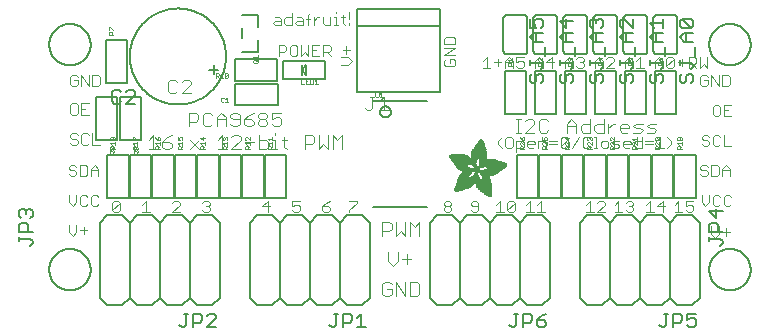
<source format=gbr>
G04 EAGLE Gerber RS-274X export*
G75*
%MOMM*%
%FSLAX34Y34*%
%LPD*%
%INSilkscreen Top*%
%IPPOS*%
%AMOC8*
5,1,8,0,0,1.08239X$1,22.5*%
G01*
%ADD10C,0.076200*%
%ADD11C,0.101600*%
%ADD12C,0.152400*%
%ADD13C,0.025400*%
%ADD14C,0.127000*%
%ADD15R,0.068600X0.007600*%
%ADD16R,0.114300X0.007600*%
%ADD17R,0.152400X0.007700*%
%ADD18R,0.182900X0.007600*%
%ADD19R,0.205700X0.007600*%
%ADD20R,0.228600X0.007600*%
%ADD21R,0.259100X0.007600*%
%ADD22R,0.274300X0.007700*%
%ADD23R,0.289500X0.007600*%
%ADD24R,0.304800X0.007600*%
%ADD25R,0.320100X0.007600*%
%ADD26R,0.342900X0.007600*%
%ADD27R,0.350500X0.007700*%
%ADD28R,0.365800X0.007600*%
%ADD29R,0.381000X0.007600*%
%ADD30R,0.388600X0.007600*%
%ADD31R,0.403800X0.007600*%
%ADD32R,0.419100X0.007700*%
%ADD33R,0.426700X0.007600*%
%ADD34R,0.441900X0.007600*%
%ADD35R,0.449600X0.007600*%
%ADD36R,0.464800X0.007600*%
%ADD37R,0.480000X0.007700*%
%ADD38R,0.487600X0.007600*%
%ADD39R,0.495300X0.007600*%
%ADD40R,0.510500X0.007600*%
%ADD41R,0.518100X0.007600*%
%ADD42R,0.525700X0.007700*%
%ADD43R,0.541000X0.007600*%
%ADD44R,0.548600X0.007600*%
%ADD45R,0.563800X0.007600*%
%ADD46R,0.571500X0.007600*%
%ADD47R,0.579100X0.007700*%
%ADD48R,0.594300X0.007600*%
%ADD49R,0.601900X0.007600*%
%ADD50R,0.609600X0.007600*%
%ADD51R,0.624800X0.007600*%
%ADD52R,0.632400X0.007700*%
%ADD53R,0.640000X0.007600*%
%ADD54R,0.655300X0.007600*%
%ADD55R,0.662900X0.007600*%
%ADD56R,0.678100X0.007600*%
%ADD57R,0.685800X0.007700*%
%ADD58R,0.693400X0.007600*%
%ADD59R,0.708600X0.007600*%
%ADD60R,0.716200X0.007600*%
%ADD61R,0.723900X0.007600*%
%ADD62R,0.739100X0.007700*%
%ADD63R,0.746700X0.007600*%
%ADD64R,0.754300X0.007600*%
%ADD65R,0.769600X0.007600*%
%ADD66R,0.777200X0.007600*%
%ADD67R,0.792400X0.007700*%
%ADD68R,0.800100X0.007600*%
%ADD69R,0.807700X0.007600*%
%ADD70R,0.822900X0.007600*%
%ADD71R,0.830500X0.007600*%
%ADD72R,0.838200X0.007700*%
%ADD73R,0.091500X0.007600*%
%ADD74R,0.853400X0.007600*%
%ADD75R,0.144700X0.007600*%
%ADD76R,0.861000X0.007600*%
%ADD77R,0.190500X0.007600*%
%ADD78R,0.876300X0.007600*%
%ADD79R,0.221000X0.007600*%
%ADD80R,0.883900X0.007600*%
%ADD81R,0.259000X0.007700*%
%ADD82R,0.891500X0.007700*%
%ADD83R,0.289600X0.007600*%
%ADD84R,0.906700X0.007600*%
%ADD85R,0.914400X0.007600*%
%ADD86R,0.350500X0.007600*%
%ADD87R,0.922000X0.007600*%
%ADD88R,0.937200X0.007600*%
%ADD89R,0.411400X0.007700*%
%ADD90R,0.944800X0.007700*%
%ADD91R,0.434300X0.007600*%
%ADD92R,0.952500X0.007600*%
%ADD93R,0.464900X0.007600*%
%ADD94R,0.967700X0.007600*%
%ADD95R,0.975300X0.007600*%
%ADD96R,0.518200X0.007600*%
%ADD97R,0.990600X0.007600*%
%ADD98R,0.548600X0.007700*%
%ADD99R,0.998200X0.007700*%
%ADD100R,1.005800X0.007600*%
%ADD101R,0.594400X0.007600*%
%ADD102R,1.021000X0.007600*%
%ADD103R,0.617200X0.007600*%
%ADD104R,1.028700X0.007600*%
%ADD105R,0.647700X0.007600*%
%ADD106R,1.036300X0.007600*%
%ADD107R,0.670500X0.007700*%
%ADD108R,1.051500X0.007700*%
%ADD109R,1.059100X0.007600*%
%ADD110R,0.716300X0.007600*%
%ADD111R,1.066800X0.007600*%
%ADD112R,0.739100X0.007600*%
%ADD113R,1.074400X0.007600*%
%ADD114R,0.762000X0.007600*%
%ADD115R,1.089600X0.007600*%
%ADD116R,0.784800X0.007700*%
%ADD117R,1.097200X0.007700*%
%ADD118R,1.104900X0.007600*%
%ADD119R,0.830600X0.007600*%
%ADD120R,1.112500X0.007600*%
%ADD121R,0.845800X0.007600*%
%ADD122R,1.120100X0.007600*%
%ADD123R,0.868700X0.007600*%
%ADD124R,1.127700X0.007600*%
%ADD125R,1.135300X0.007700*%
%ADD126R,1.143000X0.007600*%
%ADD127R,0.944900X0.007600*%
%ADD128R,1.150600X0.007600*%
%ADD129R,0.960100X0.007600*%
%ADD130R,1.158200X0.007600*%
%ADD131R,0.983000X0.007600*%
%ADD132R,1.165800X0.007600*%
%ADD133R,1.005900X0.007700*%
%ADD134R,1.173400X0.007700*%
%ADD135R,1.021100X0.007600*%
%ADD136R,1.181100X0.007600*%
%ADD137R,1.044000X0.007600*%
%ADD138R,1.188700X0.007600*%
%ADD139R,1.196300X0.007600*%
%ADD140R,1.082000X0.007600*%
%ADD141R,1.203900X0.007600*%
%ADD142R,1.104900X0.007700*%
%ADD143R,1.211500X0.007700*%
%ADD144R,1.211500X0.007600*%
%ADD145R,1.219200X0.007600*%
%ADD146R,1.226800X0.007600*%
%ADD147R,1.234400X0.007600*%
%ADD148R,1.188700X0.007700*%
%ADD149R,1.242000X0.007700*%
%ADD150R,1.242000X0.007600*%
%ADD151R,1.211600X0.007600*%
%ADD152R,1.249600X0.007600*%
%ADD153R,1.257300X0.007600*%
%ADD154R,1.264900X0.007600*%
%ADD155R,1.242100X0.007700*%
%ADD156R,1.264900X0.007700*%
%ADD157R,1.272500X0.007600*%
%ADD158R,1.265000X0.007600*%
%ADD159R,1.280100X0.007600*%
%ADD160R,1.272600X0.007600*%
%ADD161R,1.287700X0.007600*%
%ADD162R,1.287800X0.007600*%
%ADD163R,1.295400X0.007700*%
%ADD164R,1.303000X0.007600*%
%ADD165R,1.318200X0.007600*%
%ADD166R,1.310600X0.007600*%
%ADD167R,1.325900X0.007600*%
%ADD168R,1.341100X0.007700*%
%ADD169R,1.318200X0.007700*%
%ADD170R,1.341100X0.007600*%
%ADD171R,1.325800X0.007600*%
%ADD172R,1.348700X0.007600*%
%ADD173R,1.364000X0.007600*%
%ADD174R,1.333500X0.007600*%
%ADD175R,1.371600X0.007700*%
%ADD176R,1.379200X0.007600*%
%ADD177R,1.379300X0.007600*%
%ADD178R,1.386900X0.007600*%
%ADD179R,1.394500X0.007600*%
%ADD180R,1.356300X0.007600*%
%ADD181R,1.394400X0.007700*%
%ADD182R,1.356300X0.007700*%
%ADD183R,1.402000X0.007600*%
%ADD184R,1.409700X0.007600*%
%ADD185R,1.363900X0.007600*%
%ADD186R,1.417300X0.007600*%
%ADD187R,1.371600X0.007600*%
%ADD188R,1.424900X0.007700*%
%ADD189R,1.424900X0.007600*%
%ADD190R,1.432600X0.007600*%
%ADD191R,1.440200X0.007600*%
%ADD192R,1.386800X0.007600*%
%ADD193R,1.447800X0.007700*%
%ADD194R,1.386800X0.007700*%
%ADD195R,1.447800X0.007600*%
%ADD196R,1.455500X0.007600*%
%ADD197R,1.394400X0.007600*%
%ADD198R,1.463100X0.007600*%
%ADD199R,1.455400X0.007700*%
%ADD200R,1.463000X0.007600*%
%ADD201R,1.470600X0.007600*%
%ADD202R,1.470600X0.007700*%
%ADD203R,1.409700X0.007700*%
%ADD204R,1.470700X0.007600*%
%ADD205R,1.402100X0.007600*%
%ADD206R,1.478300X0.007600*%
%ADD207R,1.478300X0.007700*%
%ADD208R,1.402100X0.007700*%
%ADD209R,1.485900X0.007600*%
%ADD210R,1.485900X0.007700*%
%ADD211R,1.493500X0.007700*%
%ADD212R,1.493500X0.007600*%
%ADD213R,1.394500X0.007700*%
%ADD214R,1.493600X0.007700*%
%ADD215R,1.386900X0.007700*%
%ADD216R,1.379200X0.007700*%
%ADD217R,2.857500X0.007700*%
%ADD218R,2.857500X0.007600*%
%ADD219R,2.849900X0.007600*%
%ADD220R,2.842300X0.007600*%
%ADD221R,2.834700X0.007700*%
%ADD222R,2.827000X0.007600*%
%ADD223R,2.819400X0.007600*%
%ADD224R,2.811800X0.007600*%
%ADD225R,2.811800X0.007700*%
%ADD226R,2.804100X0.007600*%
%ADD227R,2.796500X0.007600*%
%ADD228R,1.966000X0.007600*%
%ADD229R,1.943100X0.007600*%
%ADD230R,0.754400X0.007600*%
%ADD231R,1.927900X0.007700*%
%ADD232R,0.746700X0.007700*%
%ADD233R,1.912600X0.007600*%
%ADD234R,0.731500X0.007600*%
%ADD235R,1.905000X0.007600*%
%ADD236R,1.882200X0.007600*%
%ADD237R,1.874600X0.007600*%
%ADD238R,1.866900X0.007700*%
%ADD239R,0.708700X0.007700*%
%ADD240R,1.851600X0.007600*%
%ADD241R,0.701100X0.007600*%
%ADD242R,1.844000X0.007600*%
%ADD243R,1.836400X0.007600*%
%ADD244R,1.821200X0.007600*%
%ADD245R,0.685800X0.007600*%
%ADD246R,1.813500X0.007700*%
%ADD247R,1.805900X0.007600*%
%ADD248R,0.678200X0.007600*%
%ADD249R,1.790700X0.007600*%
%ADD250R,0.670600X0.007600*%
%ADD251R,1.775500X0.007600*%
%ADD252R,1.767900X0.007700*%
%ADD253R,0.663000X0.007700*%
%ADD254R,1.760200X0.007600*%
%ADD255R,1.752600X0.007600*%
%ADD256R,0.937300X0.007600*%
%ADD257R,0.792500X0.007600*%
%ADD258R,0.899100X0.007600*%
%ADD259R,0.883900X0.007700*%
%ADD260R,0.716300X0.007700*%
%ADD261R,0.647700X0.007700*%
%ADD262R,0.640100X0.007600*%
%ADD263R,0.632500X0.007600*%
%ADD264R,0.655400X0.007600*%
%ADD265R,0.632400X0.007600*%
%ADD266R,0.845800X0.007700*%
%ADD267R,0.617200X0.007700*%
%ADD268R,0.624800X0.007700*%
%ADD269R,0.602000X0.007600*%
%ADD270R,0.838200X0.007600*%
%ADD271R,0.586700X0.007600*%
%ADD272R,0.548700X0.007600*%
%ADD273R,0.830500X0.007700*%
%ADD274R,0.541000X0.007700*%
%ADD275R,0.594300X0.007700*%
%ADD276R,0.525800X0.007600*%
%ADD277R,0.586800X0.007600*%
%ADD278R,0.815300X0.007600*%
%ADD279R,0.579200X0.007600*%
%ADD280R,0.815400X0.007600*%
%ADD281R,0.815400X0.007700*%
%ADD282R,0.571500X0.007700*%
%ADD283R,0.807800X0.007600*%
%ADD284R,0.563900X0.007600*%
%ADD285R,0.457200X0.007600*%
%ADD286R,0.442000X0.007600*%
%ADD287R,0.556300X0.007600*%
%ADD288R,0.807700X0.007700*%
%ADD289R,0.411500X0.007600*%
%ADD290R,0.533400X0.007600*%
%ADD291R,0.076200X0.007600*%
%ADD292R,0.403900X0.007600*%
%ADD293R,0.525700X0.007600*%
%ADD294R,0.388700X0.007600*%
%ADD295R,0.297200X0.007600*%
%ADD296R,0.373400X0.007700*%
%ADD297R,0.503000X0.007700*%
%ADD298R,0.426800X0.007700*%
%ADD299R,0.358100X0.007600*%
%ADD300R,0.502900X0.007600*%
%ADD301R,0.472400X0.007600*%
%ADD302R,0.487700X0.007600*%
%ADD303R,0.335300X0.007600*%
%ADD304R,0.792500X0.007700*%
%ADD305R,0.327600X0.007700*%
%ADD306R,0.472400X0.007700*%
%ADD307R,0.640000X0.007700*%
%ADD308R,0.784800X0.007600*%
%ADD309R,0.320000X0.007600*%
%ADD310R,0.792400X0.007600*%
%ADD311R,1.173400X0.007600*%
%ADD312R,1.196400X0.007600*%
%ADD313R,0.784900X0.007600*%
%ADD314R,0.784900X0.007700*%
%ADD315R,0.297200X0.007700*%
%ADD316R,1.249700X0.007600*%
%ADD317R,0.281900X0.007600*%
%ADD318R,1.295400X0.007600*%
%ADD319R,0.266700X0.007600*%
%ADD320R,0.777300X0.007700*%
%ADD321R,0.266700X0.007700*%
%ADD322R,1.333500X0.007700*%
%ADD323R,0.777300X0.007600*%
%ADD324R,1.348800X0.007600*%
%ADD325R,0.251500X0.007600*%
%ADD326R,0.243900X0.007700*%
%ADD327R,0.243900X0.007600*%
%ADD328R,1.440100X0.007600*%
%ADD329R,0.236200X0.007600*%
%ADD330R,0.762000X0.007700*%
%ADD331R,0.236200X0.007700*%
%ADD332R,1.508700X0.007700*%
%ADD333R,1.531600X0.007600*%
%ADD334R,1.546900X0.007600*%
%ADD335R,1.569700X0.007600*%
%ADD336R,1.585000X0.007600*%
%ADD337R,0.746800X0.007700*%
%ADD338R,1.607800X0.007700*%
%ADD339R,0.243800X0.007600*%
%ADD340R,1.630700X0.007600*%
%ADD341R,1.653500X0.007600*%
%ADD342R,0.739200X0.007600*%
%ADD343R,1.684000X0.007600*%
%ADD344R,2.019300X0.007600*%
%ADD345R,0.731500X0.007700*%
%ADD346R,2.026900X0.007700*%
%ADD347R,2.049800X0.007600*%
%ADD348R,2.057400X0.007600*%
%ADD349R,0.708700X0.007600*%
%ADD350R,2.072600X0.007600*%
%ADD351R,0.701000X0.007600*%
%ADD352R,2.095500X0.007600*%
%ADD353R,0.693500X0.007700*%
%ADD354R,2.110800X0.007700*%
%ADD355R,2.141200X0.007600*%
%ADD356R,0.060900X0.007600*%
%ADD357R,2.872700X0.007600*%
%ADD358R,3.124200X0.007600*%
%ADD359R,3.177600X0.007600*%
%ADD360R,3.215600X0.007700*%
%ADD361R,3.253700X0.007600*%
%ADD362R,3.284300X0.007600*%
%ADD363R,3.314700X0.007600*%
%ADD364R,3.352800X0.007600*%
%ADD365R,3.375600X0.007700*%
%ADD366R,3.406200X0.007600*%
%ADD367R,3.429000X0.007600*%
%ADD368R,3.451800X0.007600*%
%ADD369R,3.482400X0.007600*%
%ADD370R,1.828800X0.007700*%
%ADD371R,1.539300X0.007700*%
%ADD372R,1.767900X0.007600*%
%ADD373R,1.767800X0.007600*%
%ADD374R,1.760200X0.007700*%
%ADD375R,1.760300X0.007600*%
%ADD376R,1.775400X0.007700*%
%ADD377R,1.379300X0.007700*%
%ADD378R,1.783000X0.007600*%
%ADD379R,1.813500X0.007600*%
%ADD380R,1.821100X0.007700*%
%ADD381R,0.503000X0.007600*%
%ADD382R,1.135400X0.007600*%
%ADD383R,1.127700X0.007700*%
%ADD384R,0.487700X0.007700*%
%ADD385R,1.120200X0.007600*%
%ADD386R,1.097300X0.007600*%
%ADD387R,0.510600X0.007600*%
%ADD388R,1.074400X0.007700*%
%ADD389R,0.525800X0.007700*%
%ADD390R,1.440200X0.007700*%
%ADD391R,1.059200X0.007600*%
%ADD392R,1.051600X0.007600*%
%ADD393R,1.051500X0.007600*%
%ADD394R,1.043900X0.007700*%
%ADD395R,0.602000X0.007700*%
%ADD396R,1.524000X0.007600*%
%ADD397R,1.539300X0.007600*%
%ADD398R,1.592600X0.007600*%
%ADD399R,1.021100X0.007700*%
%ADD400R,1.615400X0.007700*%
%ADD401R,1.013400X0.007600*%
%ADD402R,1.653600X0.007600*%
%ADD403R,1.013500X0.007600*%
%ADD404R,1.699300X0.007600*%
%ADD405R,2.743200X0.007600*%
%ADD406R,1.005900X0.007600*%
%ADD407R,2.415500X0.007600*%
%ADD408R,1.005800X0.007700*%
%ADD409R,0.281900X0.007700*%
%ADD410R,2.408000X0.007700*%
%ADD411R,2.407900X0.007600*%
%ADD412R,0.998200X0.007600*%
%ADD413R,0.282000X0.007600*%
%ADD414R,0.998300X0.007600*%
%ADD415R,2.400300X0.007600*%
%ADD416R,0.289500X0.007700*%
%ADD417R,2.400300X0.007700*%
%ADD418R,0.297100X0.007600*%
%ADD419R,0.312400X0.007600*%
%ADD420R,2.392700X0.007600*%
%ADD421R,0.990600X0.007700*%
%ADD422R,0.327700X0.007700*%
%ADD423R,2.392700X0.007700*%
%ADD424R,2.385100X0.007600*%
%ADD425R,0.381000X0.007700*%
%ADD426R,2.377400X0.007700*%
%ADD427R,2.377400X0.007600*%
%ADD428R,2.369800X0.007600*%
%ADD429R,0.419100X0.007600*%
%ADD430R,2.362200X0.007600*%
%ADD431R,0.426800X0.007600*%
%ADD432R,1.036300X0.007700*%
%ADD433R,0.442000X0.007700*%
%ADD434R,2.354600X0.007700*%
%ADD435R,2.354600X0.007600*%
%ADD436R,0.480100X0.007600*%
%ADD437R,2.347000X0.007600*%
%ADD438R,1.074500X0.007600*%
%ADD439R,2.339400X0.007600*%
%ADD440R,1.082100X0.007700*%
%ADD441R,0.548700X0.007700*%
%ADD442R,2.331800X0.007700*%
%ADD443R,2.331800X0.007600*%
%ADD444R,0.624900X0.007600*%
%ADD445R,2.324100X0.007600*%
%ADD446R,1.859300X0.007600*%
%ADD447R,2.308800X0.007600*%
%ADD448R,2.301200X0.007700*%
%ADD449R,2.301200X0.007600*%
%ADD450R,2.293600X0.007600*%
%ADD451R,2.278400X0.007600*%
%ADD452R,1.889800X0.007600*%
%ADD453R,2.270700X0.007600*%
%ADD454R,1.897400X0.007700*%
%ADD455R,2.255500X0.007700*%
%ADD456R,1.897400X0.007600*%
%ADD457R,2.247900X0.007600*%
%ADD458R,2.232600X0.007600*%
%ADD459R,1.912700X0.007600*%
%ADD460R,2.209800X0.007600*%
%ADD461R,1.920300X0.007600*%
%ADD462R,2.186900X0.007600*%
%ADD463R,1.920300X0.007700*%
%ADD464R,2.171700X0.007700*%
%ADD465R,1.935500X0.007600*%
%ADD466R,2.148800X0.007600*%
%ADD467R,2.126000X0.007600*%
%ADD468R,1.950700X0.007600*%
%ADD469R,1.958400X0.007700*%
%ADD470R,2.042200X0.007700*%
%ADD471R,1.973600X0.007600*%
%ADD472R,1.996500X0.007600*%
%ADD473R,1.981200X0.007600*%
%ADD474R,1.988800X0.007600*%
%ADD475R,1.996400X0.007700*%
%ADD476R,1.996400X0.007600*%
%ADD477R,2.004100X0.007600*%
%ADD478R,1.874500X0.007600*%
%ADD479R,1.425000X0.007600*%
%ADD480R,2.026900X0.007600*%
%ADD481R,0.434400X0.007700*%
%ADD482R,1.364000X0.007700*%
%ADD483R,2.034500X0.007600*%
%ADD484R,0.434400X0.007600*%
%ADD485R,2.049700X0.007600*%
%ADD486R,2.065000X0.007700*%
%ADD487R,0.464800X0.007700*%
%ADD488R,1.196300X0.007700*%
%ADD489R,2.080300X0.007600*%
%ADD490R,1.158300X0.007600*%
%ADD491R,2.087900X0.007600*%
%ADD492R,0.472500X0.007600*%
%ADD493R,2.103100X0.007600*%
%ADD494R,2.118400X0.007600*%
%ADD495R,2.133600X0.007600*%
%ADD496R,2.148800X0.007700*%
%ADD497R,2.164000X0.007600*%
%ADD498R,2.171700X0.007600*%
%ADD499R,2.187000X0.007600*%
%ADD500R,0.556200X0.007600*%
%ADD501R,2.202200X0.007700*%
%ADD502R,0.556200X0.007700*%
%ADD503R,0.640100X0.007700*%
%ADD504R,0.579100X0.007600*%
%ADD505R,0.480000X0.007600*%
%ADD506R,1.752600X0.007700*%
%ADD507R,0.487600X0.007700*%
%ADD508R,0.594400X0.007700*%
%ADD509R,0.358100X0.007700*%
%ADD510R,0.099000X0.007600*%
%ADD511R,1.280200X0.007600*%
%ADD512R,1.745000X0.007600*%
%ADD513R,1.744900X0.007600*%
%ADD514R,1.737300X0.007700*%
%ADD515R,1.737400X0.007600*%
%ADD516R,1.729800X0.007600*%
%ADD517R,1.722200X0.007600*%
%ADD518R,1.722100X0.007600*%
%ADD519R,1.714500X0.007700*%
%ADD520R,1.356400X0.007700*%
%ADD521R,1.706900X0.007600*%
%ADD522R,1.356400X0.007600*%
%ADD523R,1.691700X0.007600*%
%ADD524R,1.668800X0.007700*%
%ADD525R,1.645900X0.007600*%
%ADD526R,1.623100X0.007600*%
%ADD527R,1.577400X0.007600*%
%ADD528R,1.554400X0.007600*%
%ADD529R,1.539200X0.007600*%
%ADD530R,1.524000X0.007700*%
%ADD531R,1.501100X0.007600*%
%ADD532R,1.455400X0.007600*%
%ADD533R,1.348800X0.007700*%
%ADD534R,1.318300X0.007600*%
%ADD535R,1.310600X0.007700*%
%ADD536R,1.287800X0.007700*%
%ADD537R,1.234500X0.007600*%
%ADD538R,1.226900X0.007600*%
%ADD539R,1.173500X0.007700*%
%ADD540R,1.173500X0.007600*%
%ADD541R,1.165900X0.007600*%
%ADD542R,1.143000X0.007700*%
%ADD543R,1.127800X0.007600*%
%ADD544R,1.097200X0.007600*%
%ADD545R,1.028700X0.007700*%
%ADD546R,0.982900X0.007600*%
%ADD547R,0.952500X0.007700*%
%ADD548R,0.929600X0.007600*%
%ADD549R,0.906800X0.007700*%
%ADD550R,0.906800X0.007600*%
%ADD551R,0.899200X0.007600*%
%ADD552R,0.884000X0.007600*%
%ADD553R,0.876300X0.007700*%
%ADD554R,0.830600X0.007700*%
%ADD555R,0.754400X0.007700*%
%ADD556R,0.746800X0.007600*%
%ADD557R,0.708600X0.007700*%
%ADD558R,0.678200X0.007700*%
%ADD559R,0.663000X0.007600*%
%ADD560R,0.632500X0.007700*%
%ADD561R,0.556300X0.007700*%
%ADD562R,0.518200X0.007700*%
%ADD563R,0.434300X0.007700*%
%ADD564R,0.396300X0.007700*%
%ADD565R,0.373300X0.007600*%
%ADD566R,0.365700X0.007600*%
%ADD567R,0.327700X0.007600*%
%ADD568R,0.304800X0.007700*%
%ADD569R,0.274300X0.007600*%
%ADD570R,0.243800X0.007700*%
%ADD571R,0.205800X0.007600*%
%ADD572R,0.152400X0.007600*%
%ADD573R,0.121900X0.007700*%


D10*
X216281Y202311D02*
X216281Y208582D01*
X219416Y211717D01*
X222552Y208582D01*
X222552Y202311D01*
X222552Y207014D02*
X216281Y207014D01*
X225636Y203879D02*
X225636Y210149D01*
X227204Y211717D01*
X230339Y211717D01*
X231907Y210149D01*
X231907Y203879D01*
X230339Y202311D01*
X227204Y202311D01*
X225636Y203879D01*
X231907Y210149D01*
X190881Y208582D02*
X190881Y202311D01*
X190881Y208582D02*
X194016Y211717D01*
X197152Y208582D01*
X197152Y202311D01*
X197152Y207014D02*
X190881Y207014D01*
X200236Y208582D02*
X203372Y211717D01*
X203372Y202311D01*
X206507Y202311D02*
X200236Y202311D01*
X165481Y202311D02*
X165481Y208582D01*
X168616Y211717D01*
X171752Y208582D01*
X171752Y202311D01*
X171752Y207014D02*
X165481Y207014D01*
X174836Y202311D02*
X181107Y202311D01*
X174836Y202311D02*
X181107Y208582D01*
X181107Y210149D01*
X179539Y211717D01*
X176404Y211717D01*
X174836Y210149D01*
X140081Y208582D02*
X140081Y202311D01*
X140081Y208582D02*
X143216Y211717D01*
X146352Y208582D01*
X146352Y202311D01*
X146352Y207014D02*
X140081Y207014D01*
X149436Y210149D02*
X151004Y211717D01*
X154139Y211717D01*
X155707Y210149D01*
X155707Y208582D01*
X154139Y207014D01*
X152572Y207014D01*
X154139Y207014D02*
X155707Y205446D01*
X155707Y203879D01*
X154139Y202311D01*
X151004Y202311D01*
X149436Y203879D01*
X114681Y202311D02*
X114681Y208582D01*
X117816Y211717D01*
X120952Y208582D01*
X120952Y202311D01*
X120952Y207014D02*
X114681Y207014D01*
X128739Y202311D02*
X128739Y211717D01*
X124036Y207014D01*
X130307Y207014D01*
X89281Y208582D02*
X89281Y202311D01*
X89281Y208582D02*
X92416Y211717D01*
X95552Y208582D01*
X95552Y202311D01*
X95552Y207014D02*
X89281Y207014D01*
X98636Y211717D02*
X104907Y211717D01*
X98636Y211717D02*
X98636Y207014D01*
X101772Y208582D01*
X103339Y208582D01*
X104907Y207014D01*
X104907Y203879D01*
X103339Y202311D01*
X100204Y202311D01*
X98636Y203879D01*
D11*
X-9812Y46492D02*
X-9812Y38696D01*
X-5914Y34798D01*
X-2016Y38696D01*
X-2016Y46492D01*
X1882Y40645D02*
X9678Y40645D01*
X5780Y44543D02*
X5780Y36747D01*
X-9045Y21092D02*
X-7096Y19143D01*
X-9045Y21092D02*
X-12943Y21092D01*
X-14892Y19143D01*
X-14892Y11347D01*
X-12943Y9398D01*
X-9045Y9398D01*
X-7096Y11347D01*
X-7096Y15245D01*
X-10994Y15245D01*
X-3198Y9398D02*
X-3198Y21092D01*
X4598Y9398D01*
X4598Y21092D01*
X8496Y21092D02*
X8496Y9398D01*
X14343Y9398D01*
X16292Y11347D01*
X16292Y19143D01*
X14343Y21092D01*
X8496Y21092D01*
D10*
X37051Y88229D02*
X38619Y89797D01*
X41754Y89797D01*
X43322Y88229D01*
X43322Y86662D01*
X41754Y85094D01*
X43322Y83526D01*
X43322Y81959D01*
X41754Y80391D01*
X38619Y80391D01*
X37051Y81959D01*
X37051Y83526D01*
X38619Y85094D01*
X37051Y86662D01*
X37051Y88229D01*
X38619Y85094D02*
X41754Y85094D01*
X59911Y81959D02*
X61479Y80391D01*
X64614Y80391D01*
X66182Y81959D01*
X66182Y88229D01*
X64614Y89797D01*
X61479Y89797D01*
X59911Y88229D01*
X59911Y86662D01*
X61479Y85094D01*
X66182Y85094D01*
X81501Y86662D02*
X84636Y89797D01*
X84636Y80391D01*
X81501Y80391D02*
X87772Y80391D01*
X90856Y81959D02*
X90856Y88229D01*
X92424Y89797D01*
X95559Y89797D01*
X97127Y88229D01*
X97127Y81959D01*
X95559Y80391D01*
X92424Y80391D01*
X90856Y81959D01*
X97127Y88229D01*
X106901Y86662D02*
X110036Y89797D01*
X110036Y80391D01*
X106901Y80391D02*
X113172Y80391D01*
X116256Y86662D02*
X119392Y89797D01*
X119392Y80391D01*
X122527Y80391D02*
X116256Y80391D01*
X157701Y86662D02*
X160836Y89797D01*
X160836Y80391D01*
X157701Y80391D02*
X163972Y80391D01*
X167056Y80391D02*
X173327Y80391D01*
X167056Y80391D02*
X173327Y86662D01*
X173327Y88229D01*
X171759Y89797D01*
X168624Y89797D01*
X167056Y88229D01*
X181831Y86662D02*
X184966Y89797D01*
X184966Y80391D01*
X181831Y80391D02*
X188102Y80391D01*
X191186Y88229D02*
X192754Y89797D01*
X195889Y89797D01*
X197457Y88229D01*
X197457Y86662D01*
X195889Y85094D01*
X194322Y85094D01*
X195889Y85094D02*
X197457Y83526D01*
X197457Y81959D01*
X195889Y80391D01*
X192754Y80391D01*
X191186Y81959D01*
X208501Y86662D02*
X211636Y89797D01*
X211636Y80391D01*
X208501Y80391D02*
X214772Y80391D01*
X222559Y80391D02*
X222559Y89797D01*
X217856Y85094D01*
X224127Y85094D01*
X232631Y86662D02*
X235766Y89797D01*
X235766Y80391D01*
X232631Y80391D02*
X238902Y80391D01*
X241986Y89797D02*
X248257Y89797D01*
X241986Y89797D02*
X241986Y85094D01*
X245122Y86662D01*
X246689Y86662D01*
X248257Y85094D01*
X248257Y81959D01*
X246689Y80391D01*
X243554Y80391D01*
X241986Y81959D01*
X-243619Y81959D02*
X-243619Y88229D01*
X-242051Y89797D01*
X-238916Y89797D01*
X-237348Y88229D01*
X-237348Y81959D01*
X-238916Y80391D01*
X-242051Y80391D01*
X-243619Y81959D01*
X-237348Y88229D01*
X-218219Y86662D02*
X-215084Y89797D01*
X-215084Y80391D01*
X-218219Y80391D02*
X-211948Y80391D01*
X-192819Y80391D02*
X-186548Y80391D01*
X-192819Y80391D02*
X-186548Y86662D01*
X-186548Y88229D01*
X-188116Y89797D01*
X-191251Y89797D01*
X-192819Y88229D01*
X-167419Y88229D02*
X-165851Y89797D01*
X-162716Y89797D01*
X-161148Y88229D01*
X-161148Y86662D01*
X-162716Y85094D01*
X-164284Y85094D01*
X-162716Y85094D02*
X-161148Y83526D01*
X-161148Y81959D01*
X-162716Y80391D01*
X-165851Y80391D01*
X-167419Y81959D01*
X-111916Y80391D02*
X-111916Y89797D01*
X-116619Y85094D01*
X-110348Y85094D01*
X-91219Y89797D02*
X-84948Y89797D01*
X-91219Y89797D02*
X-91219Y85094D01*
X-88084Y86662D01*
X-86516Y86662D01*
X-84948Y85094D01*
X-84948Y81959D01*
X-86516Y80391D01*
X-89651Y80391D01*
X-91219Y81959D01*
X-62684Y88229D02*
X-59548Y89797D01*
X-62684Y88229D02*
X-65819Y85094D01*
X-65819Y81959D01*
X-64251Y80391D01*
X-61116Y80391D01*
X-59548Y81959D01*
X-59548Y83526D01*
X-61116Y85094D01*
X-65819Y85094D01*
X-42959Y89797D02*
X-36688Y89797D01*
X-36688Y88229D01*
X-42959Y81959D01*
X-42959Y80391D01*
D11*
X-14892Y71892D02*
X-14892Y60198D01*
X-14892Y71892D02*
X-9045Y71892D01*
X-7096Y69943D01*
X-7096Y66045D01*
X-9045Y64096D01*
X-14892Y64096D01*
X-3198Y60198D02*
X-3198Y71892D01*
X700Y64096D02*
X-3198Y60198D01*
X700Y64096D02*
X4598Y60198D01*
X4598Y71892D01*
X8496Y71892D02*
X8496Y60198D01*
X12394Y67994D02*
X8496Y71892D01*
X12394Y67994D02*
X16292Y71892D01*
X16292Y60198D01*
D10*
X37543Y208364D02*
X39111Y209932D01*
X37543Y208364D02*
X37543Y205229D01*
X39111Y203661D01*
X45381Y203661D01*
X46949Y205229D01*
X46949Y208364D01*
X45381Y209932D01*
X42246Y209932D01*
X42246Y206796D01*
X46949Y213016D02*
X37543Y213016D01*
X46949Y219287D01*
X37543Y219287D01*
X37543Y222371D02*
X46949Y222371D01*
X46949Y227074D01*
X45381Y228642D01*
X39111Y228642D01*
X37543Y227074D01*
X37543Y222371D01*
X-43816Y205251D02*
X-50087Y205251D01*
X-43816Y205251D02*
X-40681Y208386D01*
X-43816Y211522D01*
X-50087Y211522D01*
X-45384Y214606D02*
X-45384Y220877D01*
X-48519Y217742D02*
X-42249Y217742D01*
X-272748Y194909D02*
X-274316Y196477D01*
X-277451Y196477D01*
X-279019Y194909D01*
X-279019Y188639D01*
X-277451Y187071D01*
X-274316Y187071D01*
X-272748Y188639D01*
X-272748Y191774D01*
X-275884Y191774D01*
X-269664Y187071D02*
X-269664Y196477D01*
X-263393Y187071D01*
X-263393Y196477D01*
X-260309Y196477D02*
X-260309Y187071D01*
X-255606Y187071D01*
X-254038Y188639D01*
X-254038Y194909D01*
X-255606Y196477D01*
X-260309Y196477D01*
X-274316Y172347D02*
X-277451Y172347D01*
X-279019Y170779D01*
X-279019Y164509D01*
X-277451Y162941D01*
X-274316Y162941D01*
X-272748Y164509D01*
X-272748Y170779D01*
X-274316Y172347D01*
X-269664Y172347D02*
X-263393Y172347D01*
X-269664Y172347D02*
X-269664Y162941D01*
X-263393Y162941D01*
X-266528Y167644D02*
X-269664Y167644D01*
X-274316Y146947D02*
X-272748Y145379D01*
X-274316Y146947D02*
X-277451Y146947D01*
X-279019Y145379D01*
X-279019Y143812D01*
X-277451Y142244D01*
X-274316Y142244D01*
X-272748Y140676D01*
X-272748Y139109D01*
X-274316Y137541D01*
X-277451Y137541D01*
X-279019Y139109D01*
X-264961Y146947D02*
X-263393Y145379D01*
X-264961Y146947D02*
X-268096Y146947D01*
X-269664Y145379D01*
X-269664Y139109D01*
X-268096Y137541D01*
X-264961Y137541D01*
X-263393Y139109D01*
X-260309Y137541D02*
X-260309Y146947D01*
X-260309Y137541D02*
X-254038Y137541D01*
X-274018Y118709D02*
X-275586Y120277D01*
X-278721Y120277D01*
X-280289Y118709D01*
X-280289Y117142D01*
X-278721Y115574D01*
X-275586Y115574D01*
X-274018Y114006D01*
X-274018Y112439D01*
X-275586Y110871D01*
X-278721Y110871D01*
X-280289Y112439D01*
X-270934Y110871D02*
X-270934Y120277D01*
X-270934Y110871D02*
X-266231Y110871D01*
X-264663Y112439D01*
X-264663Y118709D01*
X-266231Y120277D01*
X-270934Y120277D01*
X-261579Y117142D02*
X-261579Y110871D01*
X-261579Y117142D02*
X-258443Y120277D01*
X-255308Y117142D01*
X-255308Y110871D01*
X-255308Y115574D02*
X-261579Y115574D01*
X-280289Y94877D02*
X-280289Y88606D01*
X-277154Y85471D01*
X-274018Y88606D01*
X-274018Y94877D01*
X-266231Y94877D02*
X-264663Y93309D01*
X-266231Y94877D02*
X-269366Y94877D01*
X-270934Y93309D01*
X-270934Y87039D01*
X-269366Y85471D01*
X-266231Y85471D01*
X-264663Y87039D01*
X-256876Y94877D02*
X-255308Y93309D01*
X-256876Y94877D02*
X-260011Y94877D01*
X-261579Y93309D01*
X-261579Y87039D01*
X-260011Y85471D01*
X-256876Y85471D01*
X-255308Y87039D01*
D11*
X98298Y147508D02*
X102196Y147508D01*
X100247Y147508D02*
X100247Y159202D01*
X98298Y159202D02*
X102196Y159202D01*
X106094Y147508D02*
X113890Y147508D01*
X106094Y147508D02*
X113890Y155304D01*
X113890Y157253D01*
X111941Y159202D01*
X108043Y159202D01*
X106094Y157253D01*
X123635Y159202D02*
X125584Y157253D01*
X123635Y159202D02*
X119737Y159202D01*
X117788Y157253D01*
X117788Y149457D01*
X119737Y147508D01*
X123635Y147508D01*
X125584Y149457D01*
X141176Y147508D02*
X141176Y155304D01*
X145074Y159202D01*
X148972Y155304D01*
X148972Y147508D01*
X148972Y153355D02*
X141176Y153355D01*
X160666Y159202D02*
X160666Y147508D01*
X154819Y147508D01*
X152870Y149457D01*
X152870Y153355D01*
X154819Y155304D01*
X160666Y155304D01*
X172360Y159202D02*
X172360Y147508D01*
X166513Y147508D01*
X164564Y149457D01*
X164564Y153355D01*
X166513Y155304D01*
X172360Y155304D01*
X176258Y155304D02*
X176258Y147508D01*
X176258Y151406D02*
X180156Y155304D01*
X182105Y155304D01*
X187952Y147508D02*
X191850Y147508D01*
X187952Y147508D02*
X186003Y149457D01*
X186003Y153355D01*
X187952Y155304D01*
X191850Y155304D01*
X193799Y153355D01*
X193799Y151406D01*
X186003Y151406D01*
X197697Y147508D02*
X203544Y147508D01*
X205493Y149457D01*
X203544Y151406D01*
X199646Y151406D01*
X197697Y153355D01*
X199646Y155304D01*
X205493Y155304D01*
X209391Y147508D02*
X215238Y147508D01*
X217187Y149457D01*
X215238Y151406D01*
X211340Y151406D01*
X209391Y153355D01*
X211340Y155304D01*
X217187Y155304D01*
D10*
X86066Y134681D02*
X82931Y137816D01*
X82931Y140952D01*
X86066Y144087D01*
X90735Y144087D02*
X93871Y144087D01*
X90735Y144087D02*
X89168Y142519D01*
X89168Y136249D01*
X90735Y134681D01*
X93871Y134681D01*
X95438Y136249D01*
X95438Y142519D01*
X93871Y144087D01*
X98523Y140952D02*
X98523Y131546D01*
X98523Y140952D02*
X103226Y140952D01*
X104794Y139384D01*
X104794Y136249D01*
X103226Y134681D01*
X98523Y134681D01*
X109446Y134681D02*
X112581Y134681D01*
X109446Y134681D02*
X107878Y136249D01*
X107878Y139384D01*
X109446Y140952D01*
X112581Y140952D01*
X114149Y139384D01*
X114149Y137816D01*
X107878Y137816D01*
X117233Y134681D02*
X117233Y140952D01*
X121936Y140952D01*
X123504Y139384D01*
X123504Y134681D01*
X126589Y137816D02*
X132859Y137816D01*
X132859Y140952D02*
X126589Y140952D01*
X135944Y142519D02*
X135944Y136249D01*
X135944Y142519D02*
X137511Y144087D01*
X140647Y144087D01*
X142214Y142519D01*
X142214Y136249D01*
X140647Y134681D01*
X137511Y134681D01*
X135944Y136249D01*
X142214Y142519D01*
X145299Y134681D02*
X151570Y144087D01*
X159357Y144087D02*
X160925Y142519D01*
X159357Y144087D02*
X156222Y144087D01*
X154654Y142519D01*
X154654Y136249D01*
X156222Y134681D01*
X159357Y134681D01*
X160925Y136249D01*
X164009Y144087D02*
X165577Y144087D01*
X165577Y134681D01*
X164009Y134681D02*
X167145Y134681D01*
X171814Y134681D02*
X174949Y134681D01*
X176517Y136249D01*
X176517Y139384D01*
X174949Y140952D01*
X171814Y140952D01*
X170246Y139384D01*
X170246Y136249D01*
X171814Y134681D01*
X179601Y134681D02*
X184304Y134681D01*
X185872Y136249D01*
X184304Y137816D01*
X181169Y137816D01*
X179601Y139384D01*
X181169Y140952D01*
X185872Y140952D01*
X190524Y134681D02*
X193659Y134681D01*
X190524Y134681D02*
X188956Y136249D01*
X188956Y139384D01*
X190524Y140952D01*
X193659Y140952D01*
X195227Y139384D01*
X195227Y137816D01*
X188956Y137816D01*
X204582Y134681D02*
X204582Y144087D01*
X204582Y134681D02*
X199879Y134681D01*
X198312Y136249D01*
X198312Y139384D01*
X199879Y140952D01*
X204582Y140952D01*
X207667Y137816D02*
X213938Y137816D01*
X213938Y140952D02*
X207667Y140952D01*
X217022Y140952D02*
X220157Y144087D01*
X220157Y134681D01*
X217022Y134681D02*
X223293Y134681D01*
X226377Y134681D02*
X229513Y137816D01*
X229513Y140952D01*
X226377Y144087D01*
X73366Y211717D02*
X70231Y208582D01*
X73366Y211717D02*
X73366Y202311D01*
X70231Y202311D02*
X76502Y202311D01*
X79586Y207014D02*
X85857Y207014D01*
X82722Y210149D02*
X82722Y203879D01*
X235331Y207014D02*
X241602Y207014D01*
X238466Y210149D02*
X238466Y203879D01*
X244686Y202311D02*
X244686Y211717D01*
X249389Y211717D01*
X250957Y210149D01*
X250957Y207014D01*
X249389Y205446D01*
X244686Y205446D01*
X247822Y205446D02*
X250957Y202311D01*
X254041Y202311D02*
X254041Y211717D01*
X257177Y205446D02*
X254041Y202311D01*
X257177Y205446D02*
X260312Y202311D01*
X260312Y211717D01*
D11*
X-188546Y190593D02*
X-190495Y192542D01*
X-194393Y192542D01*
X-196342Y190593D01*
X-196342Y182797D01*
X-194393Y180848D01*
X-190495Y180848D01*
X-188546Y182797D01*
X-184648Y180848D02*
X-176852Y180848D01*
X-184648Y180848D02*
X-176852Y188644D01*
X-176852Y190593D01*
X-178801Y192542D01*
X-182699Y192542D01*
X-184648Y190593D01*
D10*
X258958Y196477D02*
X260526Y194909D01*
X258958Y196477D02*
X255823Y196477D01*
X254255Y194909D01*
X254255Y188639D01*
X255823Y187071D01*
X258958Y187071D01*
X260526Y188639D01*
X260526Y191774D01*
X257391Y191774D01*
X263611Y187071D02*
X263611Y196477D01*
X269881Y187071D01*
X269881Y196477D01*
X272966Y196477D02*
X272966Y187071D01*
X277669Y187071D01*
X279237Y188639D01*
X279237Y194909D01*
X277669Y196477D01*
X272966Y196477D01*
X269584Y171077D02*
X266448Y171077D01*
X264881Y169509D01*
X264881Y163239D01*
X266448Y161671D01*
X269584Y161671D01*
X271151Y163239D01*
X271151Y169509D01*
X269584Y171077D01*
X274236Y171077D02*
X280507Y171077D01*
X274236Y171077D02*
X274236Y161671D01*
X280507Y161671D01*
X277371Y166374D02*
X274236Y166374D01*
X260228Y145677D02*
X261796Y144109D01*
X260228Y145677D02*
X257093Y145677D01*
X255525Y144109D01*
X255525Y142542D01*
X257093Y140974D01*
X260228Y140974D01*
X261796Y139406D01*
X261796Y137839D01*
X260228Y136271D01*
X257093Y136271D01*
X255525Y137839D01*
X269584Y145677D02*
X271151Y144109D01*
X269584Y145677D02*
X266448Y145677D01*
X264881Y144109D01*
X264881Y137839D01*
X266448Y136271D01*
X269584Y136271D01*
X271151Y137839D01*
X274236Y136271D02*
X274236Y145677D01*
X274236Y136271D02*
X280507Y136271D01*
X260526Y118709D02*
X258958Y120277D01*
X255823Y120277D01*
X254255Y118709D01*
X254255Y117142D01*
X255823Y115574D01*
X258958Y115574D01*
X260526Y114006D01*
X260526Y112439D01*
X258958Y110871D01*
X255823Y110871D01*
X254255Y112439D01*
X263611Y110871D02*
X263611Y120277D01*
X263611Y110871D02*
X268314Y110871D01*
X269881Y112439D01*
X269881Y118709D01*
X268314Y120277D01*
X263611Y120277D01*
X272966Y117142D02*
X272966Y110871D01*
X272966Y117142D02*
X276101Y120277D01*
X279237Y117142D01*
X279237Y110871D01*
X279237Y115574D02*
X272966Y115574D01*
X255525Y94877D02*
X255525Y88606D01*
X258661Y85471D01*
X261796Y88606D01*
X261796Y94877D01*
X269584Y94877D02*
X271151Y93309D01*
X269584Y94877D02*
X266448Y94877D01*
X264881Y93309D01*
X264881Y87039D01*
X266448Y85471D01*
X269584Y85471D01*
X271151Y87039D01*
X278939Y94877D02*
X280507Y93309D01*
X278939Y94877D02*
X275803Y94877D01*
X274236Y93309D01*
X274236Y87039D01*
X275803Y85471D01*
X278939Y85471D01*
X280507Y87039D01*
X-280289Y69477D02*
X-280289Y63206D01*
X-277154Y60071D01*
X-274018Y63206D01*
X-274018Y69477D01*
X-270934Y64774D02*
X-264663Y64774D01*
X-267798Y67909D02*
X-267798Y61639D01*
X263611Y61936D02*
X263611Y68207D01*
X263611Y61936D02*
X266746Y58801D01*
X269881Y61936D01*
X269881Y68207D01*
X272966Y63504D02*
X279237Y63504D01*
X276101Y66639D02*
X276101Y60369D01*
X-102489Y212471D02*
X-102489Y221877D01*
X-97786Y221877D01*
X-96218Y220309D01*
X-96218Y217174D01*
X-97786Y215606D01*
X-102489Y215606D01*
X-91566Y221877D02*
X-88431Y221877D01*
X-91566Y221877D02*
X-93134Y220309D01*
X-93134Y214039D01*
X-91566Y212471D01*
X-88431Y212471D01*
X-86863Y214039D01*
X-86863Y220309D01*
X-88431Y221877D01*
X-83779Y221877D02*
X-83779Y212471D01*
X-80643Y215606D01*
X-77508Y212471D01*
X-77508Y221877D01*
X-74423Y221877D02*
X-68153Y221877D01*
X-74423Y221877D02*
X-74423Y212471D01*
X-68153Y212471D01*
X-71288Y217174D02*
X-74423Y217174D01*
X-65068Y212471D02*
X-65068Y221877D01*
X-60365Y221877D01*
X-58798Y220309D01*
X-58798Y217174D01*
X-60365Y215606D01*
X-65068Y215606D01*
X-61933Y215606D02*
X-58798Y212471D01*
D11*
X-178562Y164602D02*
X-178562Y152908D01*
X-178562Y164602D02*
X-172715Y164602D01*
X-170766Y162653D01*
X-170766Y158755D01*
X-172715Y156806D01*
X-178562Y156806D01*
X-161021Y164602D02*
X-159072Y162653D01*
X-161021Y164602D02*
X-164919Y164602D01*
X-166868Y162653D01*
X-166868Y154857D01*
X-164919Y152908D01*
X-161021Y152908D01*
X-159072Y154857D01*
X-155174Y152908D02*
X-155174Y160704D01*
X-151276Y164602D01*
X-147378Y160704D01*
X-147378Y152908D01*
X-147378Y158755D02*
X-155174Y158755D01*
X-143480Y154857D02*
X-141531Y152908D01*
X-137633Y152908D01*
X-135684Y154857D01*
X-135684Y162653D01*
X-137633Y164602D01*
X-141531Y164602D01*
X-143480Y162653D01*
X-143480Y160704D01*
X-141531Y158755D01*
X-135684Y158755D01*
X-127888Y162653D02*
X-123990Y164602D01*
X-127888Y162653D02*
X-131786Y158755D01*
X-131786Y154857D01*
X-129837Y152908D01*
X-125939Y152908D01*
X-123990Y154857D01*
X-123990Y156806D01*
X-125939Y158755D01*
X-131786Y158755D01*
X-120092Y162653D02*
X-118143Y164602D01*
X-114245Y164602D01*
X-112296Y162653D01*
X-112296Y160704D01*
X-114245Y158755D01*
X-112296Y156806D01*
X-112296Y154857D01*
X-114245Y152908D01*
X-118143Y152908D01*
X-120092Y154857D01*
X-120092Y156806D01*
X-118143Y158755D01*
X-120092Y160704D01*
X-120092Y162653D01*
X-118143Y158755D02*
X-114245Y158755D01*
X-108398Y164602D02*
X-100602Y164602D01*
X-108398Y164602D02*
X-108398Y158755D01*
X-104500Y160704D01*
X-102551Y160704D01*
X-100602Y158755D01*
X-100602Y154857D01*
X-102551Y152908D01*
X-106449Y152908D01*
X-108398Y154857D01*
X-208954Y145552D02*
X-212852Y141654D01*
X-208954Y145552D02*
X-208954Y133858D01*
X-212852Y133858D02*
X-205056Y133858D01*
X-197260Y143603D02*
X-193362Y145552D01*
X-197260Y143603D02*
X-201158Y139705D01*
X-201158Y135807D01*
X-199209Y133858D01*
X-195311Y133858D01*
X-193362Y135807D01*
X-193362Y137756D01*
X-195311Y139705D01*
X-201158Y139705D01*
X-177770Y141654D02*
X-169974Y133858D01*
X-177770Y133858D02*
X-169974Y141654D01*
X-154382Y141654D02*
X-150484Y145552D01*
X-150484Y133858D01*
X-154382Y133858D02*
X-146586Y133858D01*
X-142688Y133858D02*
X-134892Y133858D01*
X-142688Y133858D02*
X-134892Y141654D01*
X-134892Y143603D01*
X-136841Y145552D01*
X-140739Y145552D01*
X-142688Y143603D01*
X-130994Y139705D02*
X-123198Y139705D01*
X-119300Y145552D02*
X-119300Y133858D01*
X-113453Y133858D01*
X-111504Y135807D01*
X-111504Y139705D01*
X-113453Y141654D01*
X-119300Y141654D01*
X-107606Y141654D02*
X-105657Y141654D01*
X-105657Y133858D01*
X-107606Y133858D02*
X-103708Y133858D01*
X-105657Y145552D02*
X-105657Y147501D01*
X-97861Y143603D02*
X-97861Y135807D01*
X-95912Y133858D01*
X-95912Y141654D02*
X-99810Y141654D01*
X-80320Y145552D02*
X-80320Y133858D01*
X-80320Y145552D02*
X-74473Y145552D01*
X-72524Y143603D01*
X-72524Y139705D01*
X-74473Y137756D01*
X-80320Y137756D01*
X-68626Y133858D02*
X-68626Y145552D01*
X-64728Y137756D02*
X-68626Y133858D01*
X-64728Y137756D02*
X-60830Y133858D01*
X-60830Y145552D01*
X-56932Y145552D02*
X-56932Y133858D01*
X-53034Y141654D02*
X-56932Y145552D01*
X-53034Y141654D02*
X-49136Y145552D01*
X-49136Y133858D01*
D10*
X-102602Y245412D02*
X-105737Y245412D01*
X-102602Y245412D02*
X-101034Y243844D01*
X-101034Y239141D01*
X-105737Y239141D01*
X-107305Y240709D01*
X-105737Y242276D01*
X-101034Y242276D01*
X-91679Y239141D02*
X-91679Y248547D01*
X-91679Y239141D02*
X-96382Y239141D01*
X-97949Y240709D01*
X-97949Y243844D01*
X-96382Y245412D01*
X-91679Y245412D01*
X-87027Y245412D02*
X-83891Y245412D01*
X-82324Y243844D01*
X-82324Y239141D01*
X-87027Y239141D01*
X-88594Y240709D01*
X-87027Y242276D01*
X-82324Y242276D01*
X-77671Y239141D02*
X-77671Y246979D01*
X-76104Y248547D01*
X-76104Y243844D02*
X-79239Y243844D01*
X-73002Y245412D02*
X-73002Y239141D01*
X-73002Y242276D02*
X-69867Y245412D01*
X-68299Y245412D01*
X-65206Y245412D02*
X-65206Y240709D01*
X-63639Y239141D01*
X-58936Y239141D01*
X-58936Y245412D01*
X-55851Y245412D02*
X-54283Y245412D01*
X-54283Y239141D01*
X-52716Y239141D02*
X-55851Y239141D01*
X-54283Y248547D02*
X-54283Y250115D01*
X-48047Y246979D02*
X-48047Y240709D01*
X-46479Y239141D01*
X-46479Y245412D02*
X-49614Y245412D01*
X-43378Y240709D02*
X-43378Y239141D01*
X-43378Y243844D02*
X-43378Y250115D01*
D12*
X-22828Y84894D02*
X22828Y84894D01*
X22828Y174186D02*
X-22828Y174186D01*
X-16764Y165296D02*
X-16762Y165431D01*
X-16756Y165566D01*
X-16746Y165700D01*
X-16732Y165834D01*
X-16714Y165968D01*
X-16693Y166101D01*
X-16667Y166233D01*
X-16637Y166365D01*
X-16604Y166496D01*
X-16567Y166625D01*
X-16525Y166754D01*
X-16481Y166881D01*
X-16432Y167007D01*
X-16380Y167131D01*
X-16324Y167254D01*
X-16264Y167375D01*
X-16201Y167494D01*
X-16135Y167611D01*
X-16065Y167726D01*
X-15991Y167840D01*
X-15914Y167951D01*
X-15835Y168059D01*
X-15751Y168165D01*
X-15665Y168269D01*
X-15576Y168370D01*
X-15484Y168469D01*
X-15389Y168564D01*
X-15291Y168657D01*
X-15191Y168747D01*
X-15088Y168834D01*
X-14982Y168918D01*
X-14874Y168999D01*
X-14764Y169076D01*
X-14651Y169150D01*
X-14536Y169221D01*
X-14419Y169289D01*
X-14301Y169353D01*
X-14180Y169413D01*
X-14058Y169470D01*
X-13934Y169523D01*
X-13808Y169573D01*
X-13682Y169619D01*
X-13553Y169661D01*
X-13424Y169699D01*
X-13294Y169733D01*
X-13162Y169764D01*
X-13030Y169791D01*
X-12897Y169813D01*
X-12764Y169832D01*
X-12630Y169847D01*
X-12495Y169858D01*
X-12361Y169865D01*
X-12226Y169868D01*
X-12091Y169867D01*
X-11956Y169862D01*
X-11822Y169853D01*
X-11687Y169840D01*
X-11553Y169823D01*
X-11420Y169802D01*
X-11288Y169778D01*
X-11156Y169749D01*
X-11025Y169717D01*
X-10895Y169680D01*
X-10766Y169640D01*
X-10639Y169596D01*
X-10513Y169548D01*
X-10388Y169497D01*
X-10265Y169442D01*
X-10143Y169383D01*
X-10024Y169321D01*
X-9906Y169255D01*
X-9790Y169186D01*
X-9677Y169114D01*
X-9565Y169038D01*
X-9456Y168959D01*
X-9349Y168877D01*
X-9245Y168791D01*
X-9143Y168703D01*
X-9044Y168611D01*
X-8947Y168517D01*
X-8854Y168420D01*
X-8763Y168320D01*
X-8675Y168218D01*
X-8591Y168113D01*
X-8509Y168005D01*
X-8431Y167895D01*
X-8356Y167783D01*
X-8284Y167669D01*
X-8216Y167553D01*
X-8151Y167434D01*
X-8090Y167314D01*
X-8032Y167192D01*
X-7978Y167069D01*
X-7927Y166944D01*
X-7881Y166817D01*
X-7838Y166690D01*
X-7798Y166561D01*
X-7763Y166430D01*
X-7731Y166299D01*
X-7704Y166167D01*
X-7680Y166035D01*
X-7660Y165901D01*
X-7644Y165767D01*
X-7632Y165633D01*
X-7624Y165498D01*
X-7620Y165363D01*
X-7620Y165229D01*
X-7624Y165094D01*
X-7632Y164959D01*
X-7644Y164825D01*
X-7660Y164691D01*
X-7680Y164557D01*
X-7704Y164425D01*
X-7731Y164293D01*
X-7763Y164162D01*
X-7798Y164031D01*
X-7838Y163902D01*
X-7881Y163775D01*
X-7927Y163648D01*
X-7978Y163523D01*
X-8032Y163400D01*
X-8090Y163278D01*
X-8151Y163158D01*
X-8216Y163039D01*
X-8284Y162923D01*
X-8356Y162809D01*
X-8431Y162697D01*
X-8509Y162587D01*
X-8591Y162479D01*
X-8675Y162374D01*
X-8763Y162272D01*
X-8854Y162172D01*
X-8947Y162075D01*
X-9044Y161981D01*
X-9143Y161889D01*
X-9245Y161801D01*
X-9349Y161715D01*
X-9456Y161633D01*
X-9565Y161554D01*
X-9677Y161478D01*
X-9790Y161406D01*
X-9906Y161337D01*
X-10024Y161271D01*
X-10143Y161209D01*
X-10265Y161150D01*
X-10388Y161095D01*
X-10513Y161044D01*
X-10639Y160996D01*
X-10766Y160952D01*
X-10895Y160912D01*
X-11025Y160875D01*
X-11156Y160843D01*
X-11288Y160814D01*
X-11420Y160790D01*
X-11553Y160769D01*
X-11687Y160752D01*
X-11822Y160739D01*
X-11956Y160730D01*
X-12091Y160725D01*
X-12226Y160724D01*
X-12361Y160727D01*
X-12495Y160734D01*
X-12630Y160745D01*
X-12764Y160760D01*
X-12897Y160779D01*
X-13030Y160801D01*
X-13162Y160828D01*
X-13294Y160859D01*
X-13424Y160893D01*
X-13553Y160931D01*
X-13682Y160973D01*
X-13808Y161019D01*
X-13934Y161069D01*
X-14058Y161122D01*
X-14180Y161179D01*
X-14301Y161239D01*
X-14419Y161303D01*
X-14536Y161371D01*
X-14651Y161442D01*
X-14764Y161516D01*
X-14874Y161593D01*
X-14982Y161674D01*
X-15088Y161758D01*
X-15191Y161845D01*
X-15291Y161935D01*
X-15389Y162028D01*
X-15484Y162123D01*
X-15576Y162222D01*
X-15665Y162323D01*
X-15751Y162427D01*
X-15835Y162533D01*
X-15914Y162641D01*
X-15991Y162752D01*
X-16065Y162866D01*
X-16135Y162981D01*
X-16201Y163098D01*
X-16264Y163217D01*
X-16324Y163338D01*
X-16380Y163461D01*
X-16432Y163585D01*
X-16481Y163711D01*
X-16525Y163838D01*
X-16567Y163967D01*
X-16604Y164096D01*
X-16637Y164227D01*
X-16667Y164359D01*
X-16693Y164491D01*
X-16714Y164624D01*
X-16732Y164758D01*
X-16746Y164892D01*
X-16756Y165026D01*
X-16762Y165161D01*
X-16764Y165296D01*
D13*
X-20701Y178759D02*
X-20701Y181936D01*
X-20701Y178759D02*
X-20065Y178123D01*
X-18794Y178123D01*
X-18159Y178759D01*
X-18159Y181936D01*
X-16959Y180665D02*
X-15688Y181936D01*
X-15688Y178123D01*
X-16959Y178123D02*
X-14417Y178123D01*
D12*
X214630Y216850D02*
X214630Y244790D01*
X234950Y216850D02*
X234948Y216750D01*
X234942Y216651D01*
X234932Y216551D01*
X234919Y216453D01*
X234901Y216354D01*
X234880Y216257D01*
X234855Y216161D01*
X234826Y216065D01*
X234793Y215971D01*
X234757Y215878D01*
X234717Y215787D01*
X234673Y215697D01*
X234626Y215609D01*
X234576Y215523D01*
X234522Y215439D01*
X234465Y215357D01*
X234405Y215278D01*
X234341Y215200D01*
X234275Y215126D01*
X234206Y215054D01*
X234134Y214985D01*
X234060Y214919D01*
X233982Y214855D01*
X233903Y214795D01*
X233821Y214738D01*
X233737Y214684D01*
X233651Y214634D01*
X233563Y214587D01*
X233473Y214543D01*
X233382Y214503D01*
X233289Y214467D01*
X233195Y214434D01*
X233099Y214405D01*
X233003Y214380D01*
X232906Y214359D01*
X232807Y214341D01*
X232709Y214328D01*
X232609Y214318D01*
X232510Y214312D01*
X232410Y214310D01*
X234950Y244790D02*
X234948Y244890D01*
X234942Y244989D01*
X234932Y245089D01*
X234919Y245187D01*
X234901Y245286D01*
X234880Y245383D01*
X234855Y245479D01*
X234826Y245575D01*
X234793Y245669D01*
X234757Y245762D01*
X234717Y245853D01*
X234673Y245943D01*
X234626Y246031D01*
X234576Y246117D01*
X234522Y246201D01*
X234465Y246283D01*
X234405Y246362D01*
X234341Y246440D01*
X234275Y246514D01*
X234206Y246586D01*
X234134Y246655D01*
X234060Y246721D01*
X233982Y246785D01*
X233903Y246845D01*
X233821Y246902D01*
X233737Y246956D01*
X233651Y247006D01*
X233563Y247053D01*
X233473Y247097D01*
X233382Y247137D01*
X233289Y247173D01*
X233195Y247206D01*
X233099Y247235D01*
X233003Y247260D01*
X232906Y247281D01*
X232807Y247299D01*
X232709Y247312D01*
X232609Y247322D01*
X232510Y247328D01*
X232410Y247330D01*
X217170Y247330D02*
X217070Y247328D01*
X216971Y247322D01*
X216871Y247312D01*
X216773Y247299D01*
X216674Y247281D01*
X216577Y247260D01*
X216481Y247235D01*
X216385Y247206D01*
X216291Y247173D01*
X216198Y247137D01*
X216107Y247097D01*
X216017Y247053D01*
X215929Y247006D01*
X215843Y246956D01*
X215759Y246902D01*
X215677Y246845D01*
X215598Y246785D01*
X215520Y246721D01*
X215446Y246655D01*
X215374Y246586D01*
X215305Y246514D01*
X215239Y246440D01*
X215175Y246362D01*
X215115Y246283D01*
X215058Y246201D01*
X215004Y246117D01*
X214954Y246031D01*
X214907Y245943D01*
X214863Y245853D01*
X214823Y245762D01*
X214787Y245669D01*
X214754Y245575D01*
X214725Y245479D01*
X214700Y245383D01*
X214679Y245286D01*
X214661Y245187D01*
X214648Y245089D01*
X214638Y244989D01*
X214632Y244890D01*
X214630Y244790D01*
X214630Y216850D02*
X214632Y216750D01*
X214638Y216651D01*
X214648Y216551D01*
X214661Y216453D01*
X214679Y216354D01*
X214700Y216257D01*
X214725Y216161D01*
X214754Y216065D01*
X214787Y215971D01*
X214823Y215878D01*
X214863Y215787D01*
X214907Y215697D01*
X214954Y215609D01*
X215004Y215523D01*
X215058Y215439D01*
X215115Y215357D01*
X215175Y215278D01*
X215239Y215200D01*
X215305Y215126D01*
X215374Y215054D01*
X215446Y214985D01*
X215520Y214919D01*
X215598Y214855D01*
X215677Y214795D01*
X215759Y214738D01*
X215843Y214684D01*
X215929Y214634D01*
X216017Y214587D01*
X216107Y214543D01*
X216198Y214503D01*
X216291Y214467D01*
X216385Y214434D01*
X216481Y214405D01*
X216577Y214380D01*
X216674Y214359D01*
X216773Y214341D01*
X216871Y214328D01*
X216971Y214318D01*
X217070Y214312D01*
X217170Y214310D01*
X232410Y214310D01*
X232410Y247330D02*
X217170Y247330D01*
X234950Y244790D02*
X234950Y216850D01*
D14*
X238752Y197122D02*
X236845Y195215D01*
X236845Y191402D01*
X238752Y189495D01*
X240659Y189495D01*
X242565Y191402D01*
X242565Y195215D01*
X244472Y197122D01*
X246378Y197122D01*
X248285Y195215D01*
X248285Y191402D01*
X246378Y189495D01*
X246378Y201189D02*
X248285Y203096D01*
X248285Y205002D01*
X246378Y206909D01*
X236845Y206909D01*
X236845Y205002D02*
X236845Y208816D01*
X250192Y212883D02*
X250192Y220509D01*
X248285Y224577D02*
X240659Y224577D01*
X236845Y228390D01*
X240659Y232203D01*
X248285Y232203D01*
X242565Y232203D02*
X242565Y224577D01*
X246378Y236271D02*
X238752Y236271D01*
X236845Y238178D01*
X236845Y241991D01*
X238752Y243897D01*
X246378Y243897D01*
X248285Y241991D01*
X248285Y238178D01*
X246378Y236271D01*
X238752Y243897D01*
D12*
X189230Y244790D02*
X189230Y216850D01*
X207010Y214310D02*
X207110Y214312D01*
X207209Y214318D01*
X207309Y214328D01*
X207407Y214341D01*
X207506Y214359D01*
X207603Y214380D01*
X207699Y214405D01*
X207795Y214434D01*
X207889Y214467D01*
X207982Y214503D01*
X208073Y214543D01*
X208163Y214587D01*
X208251Y214634D01*
X208337Y214684D01*
X208421Y214738D01*
X208503Y214795D01*
X208582Y214855D01*
X208660Y214919D01*
X208734Y214985D01*
X208806Y215054D01*
X208875Y215126D01*
X208941Y215200D01*
X209005Y215278D01*
X209065Y215357D01*
X209122Y215439D01*
X209176Y215523D01*
X209226Y215609D01*
X209273Y215697D01*
X209317Y215787D01*
X209357Y215878D01*
X209393Y215971D01*
X209426Y216065D01*
X209455Y216161D01*
X209480Y216257D01*
X209501Y216354D01*
X209519Y216453D01*
X209532Y216551D01*
X209542Y216651D01*
X209548Y216750D01*
X209550Y216850D01*
X209550Y244790D02*
X209548Y244890D01*
X209542Y244989D01*
X209532Y245089D01*
X209519Y245187D01*
X209501Y245286D01*
X209480Y245383D01*
X209455Y245479D01*
X209426Y245575D01*
X209393Y245669D01*
X209357Y245762D01*
X209317Y245853D01*
X209273Y245943D01*
X209226Y246031D01*
X209176Y246117D01*
X209122Y246201D01*
X209065Y246283D01*
X209005Y246362D01*
X208941Y246440D01*
X208875Y246514D01*
X208806Y246586D01*
X208734Y246655D01*
X208660Y246721D01*
X208582Y246785D01*
X208503Y246845D01*
X208421Y246902D01*
X208337Y246956D01*
X208251Y247006D01*
X208163Y247053D01*
X208073Y247097D01*
X207982Y247137D01*
X207889Y247173D01*
X207795Y247206D01*
X207699Y247235D01*
X207603Y247260D01*
X207506Y247281D01*
X207407Y247299D01*
X207309Y247312D01*
X207209Y247322D01*
X207110Y247328D01*
X207010Y247330D01*
X191770Y247330D02*
X191670Y247328D01*
X191571Y247322D01*
X191471Y247312D01*
X191373Y247299D01*
X191274Y247281D01*
X191177Y247260D01*
X191081Y247235D01*
X190985Y247206D01*
X190891Y247173D01*
X190798Y247137D01*
X190707Y247097D01*
X190617Y247053D01*
X190529Y247006D01*
X190443Y246956D01*
X190359Y246902D01*
X190277Y246845D01*
X190198Y246785D01*
X190120Y246721D01*
X190046Y246655D01*
X189974Y246586D01*
X189905Y246514D01*
X189839Y246440D01*
X189775Y246362D01*
X189715Y246283D01*
X189658Y246201D01*
X189604Y246117D01*
X189554Y246031D01*
X189507Y245943D01*
X189463Y245853D01*
X189423Y245762D01*
X189387Y245669D01*
X189354Y245575D01*
X189325Y245479D01*
X189300Y245383D01*
X189279Y245286D01*
X189261Y245187D01*
X189248Y245089D01*
X189238Y244989D01*
X189232Y244890D01*
X189230Y244790D01*
X189230Y216850D02*
X189232Y216750D01*
X189238Y216651D01*
X189248Y216551D01*
X189261Y216453D01*
X189279Y216354D01*
X189300Y216257D01*
X189325Y216161D01*
X189354Y216065D01*
X189387Y215971D01*
X189423Y215878D01*
X189463Y215787D01*
X189507Y215697D01*
X189554Y215609D01*
X189604Y215523D01*
X189658Y215439D01*
X189715Y215357D01*
X189775Y215278D01*
X189839Y215200D01*
X189905Y215126D01*
X189974Y215054D01*
X190046Y214985D01*
X190120Y214919D01*
X190198Y214855D01*
X190277Y214795D01*
X190359Y214738D01*
X190443Y214684D01*
X190529Y214634D01*
X190617Y214587D01*
X190707Y214543D01*
X190798Y214503D01*
X190891Y214467D01*
X190985Y214434D01*
X191081Y214405D01*
X191177Y214380D01*
X191274Y214359D01*
X191373Y214341D01*
X191471Y214328D01*
X191571Y214318D01*
X191670Y214312D01*
X191770Y214310D01*
X207010Y214310D01*
X207010Y247330D02*
X191770Y247330D01*
X209550Y244790D02*
X209550Y216850D01*
D14*
X213352Y197122D02*
X211445Y195215D01*
X211445Y191402D01*
X213352Y189495D01*
X215259Y189495D01*
X217165Y191402D01*
X217165Y195215D01*
X219072Y197122D01*
X220978Y197122D01*
X222885Y195215D01*
X222885Y191402D01*
X220978Y189495D01*
X220978Y201189D02*
X222885Y203096D01*
X222885Y205002D01*
X220978Y206909D01*
X211445Y206909D01*
X211445Y205002D02*
X211445Y208816D01*
X224792Y212883D02*
X224792Y220509D01*
X222885Y224577D02*
X215259Y224577D01*
X211445Y228390D01*
X215259Y232203D01*
X222885Y232203D01*
X217165Y232203D02*
X217165Y224577D01*
X215259Y236271D02*
X211445Y240084D01*
X222885Y240084D01*
X222885Y236271D02*
X222885Y243897D01*
D12*
X163830Y244790D02*
X163830Y216850D01*
X181610Y214310D02*
X181710Y214312D01*
X181809Y214318D01*
X181909Y214328D01*
X182007Y214341D01*
X182106Y214359D01*
X182203Y214380D01*
X182299Y214405D01*
X182395Y214434D01*
X182489Y214467D01*
X182582Y214503D01*
X182673Y214543D01*
X182763Y214587D01*
X182851Y214634D01*
X182937Y214684D01*
X183021Y214738D01*
X183103Y214795D01*
X183182Y214855D01*
X183260Y214919D01*
X183334Y214985D01*
X183406Y215054D01*
X183475Y215126D01*
X183541Y215200D01*
X183605Y215278D01*
X183665Y215357D01*
X183722Y215439D01*
X183776Y215523D01*
X183826Y215609D01*
X183873Y215697D01*
X183917Y215787D01*
X183957Y215878D01*
X183993Y215971D01*
X184026Y216065D01*
X184055Y216161D01*
X184080Y216257D01*
X184101Y216354D01*
X184119Y216453D01*
X184132Y216551D01*
X184142Y216651D01*
X184148Y216750D01*
X184150Y216850D01*
X184150Y244790D02*
X184148Y244890D01*
X184142Y244989D01*
X184132Y245089D01*
X184119Y245187D01*
X184101Y245286D01*
X184080Y245383D01*
X184055Y245479D01*
X184026Y245575D01*
X183993Y245669D01*
X183957Y245762D01*
X183917Y245853D01*
X183873Y245943D01*
X183826Y246031D01*
X183776Y246117D01*
X183722Y246201D01*
X183665Y246283D01*
X183605Y246362D01*
X183541Y246440D01*
X183475Y246514D01*
X183406Y246586D01*
X183334Y246655D01*
X183260Y246721D01*
X183182Y246785D01*
X183103Y246845D01*
X183021Y246902D01*
X182937Y246956D01*
X182851Y247006D01*
X182763Y247053D01*
X182673Y247097D01*
X182582Y247137D01*
X182489Y247173D01*
X182395Y247206D01*
X182299Y247235D01*
X182203Y247260D01*
X182106Y247281D01*
X182007Y247299D01*
X181909Y247312D01*
X181809Y247322D01*
X181710Y247328D01*
X181610Y247330D01*
X166370Y247330D02*
X166270Y247328D01*
X166171Y247322D01*
X166071Y247312D01*
X165973Y247299D01*
X165874Y247281D01*
X165777Y247260D01*
X165681Y247235D01*
X165585Y247206D01*
X165491Y247173D01*
X165398Y247137D01*
X165307Y247097D01*
X165217Y247053D01*
X165129Y247006D01*
X165043Y246956D01*
X164959Y246902D01*
X164877Y246845D01*
X164798Y246785D01*
X164720Y246721D01*
X164646Y246655D01*
X164574Y246586D01*
X164505Y246514D01*
X164439Y246440D01*
X164375Y246362D01*
X164315Y246283D01*
X164258Y246201D01*
X164204Y246117D01*
X164154Y246031D01*
X164107Y245943D01*
X164063Y245853D01*
X164023Y245762D01*
X163987Y245669D01*
X163954Y245575D01*
X163925Y245479D01*
X163900Y245383D01*
X163879Y245286D01*
X163861Y245187D01*
X163848Y245089D01*
X163838Y244989D01*
X163832Y244890D01*
X163830Y244790D01*
X163830Y216850D02*
X163832Y216750D01*
X163838Y216651D01*
X163848Y216551D01*
X163861Y216453D01*
X163879Y216354D01*
X163900Y216257D01*
X163925Y216161D01*
X163954Y216065D01*
X163987Y215971D01*
X164023Y215878D01*
X164063Y215787D01*
X164107Y215697D01*
X164154Y215609D01*
X164204Y215523D01*
X164258Y215439D01*
X164315Y215357D01*
X164375Y215278D01*
X164439Y215200D01*
X164505Y215126D01*
X164574Y215054D01*
X164646Y214985D01*
X164720Y214919D01*
X164798Y214855D01*
X164877Y214795D01*
X164959Y214738D01*
X165043Y214684D01*
X165129Y214634D01*
X165217Y214587D01*
X165307Y214543D01*
X165398Y214503D01*
X165491Y214467D01*
X165585Y214434D01*
X165681Y214405D01*
X165777Y214380D01*
X165874Y214359D01*
X165973Y214341D01*
X166071Y214328D01*
X166171Y214318D01*
X166270Y214312D01*
X166370Y214310D01*
X181610Y214310D01*
X181610Y247330D02*
X166370Y247330D01*
X184150Y244790D02*
X184150Y216850D01*
D14*
X187952Y197122D02*
X186045Y195215D01*
X186045Y191402D01*
X187952Y189495D01*
X189859Y189495D01*
X191765Y191402D01*
X191765Y195215D01*
X193672Y197122D01*
X195578Y197122D01*
X197485Y195215D01*
X197485Y191402D01*
X195578Y189495D01*
X195578Y201189D02*
X197485Y203096D01*
X197485Y205002D01*
X195578Y206909D01*
X186045Y206909D01*
X186045Y205002D02*
X186045Y208816D01*
X199392Y212883D02*
X199392Y220509D01*
X197485Y224577D02*
X189859Y224577D01*
X186045Y228390D01*
X189859Y232203D01*
X197485Y232203D01*
X191765Y232203D02*
X191765Y224577D01*
X197485Y236271D02*
X197485Y243897D01*
X197485Y236271D02*
X189859Y243897D01*
X187952Y243897D01*
X186045Y241991D01*
X186045Y238178D01*
X187952Y236271D01*
D12*
X138430Y244790D02*
X138430Y216850D01*
X156210Y214310D02*
X156310Y214312D01*
X156409Y214318D01*
X156509Y214328D01*
X156607Y214341D01*
X156706Y214359D01*
X156803Y214380D01*
X156899Y214405D01*
X156995Y214434D01*
X157089Y214467D01*
X157182Y214503D01*
X157273Y214543D01*
X157363Y214587D01*
X157451Y214634D01*
X157537Y214684D01*
X157621Y214738D01*
X157703Y214795D01*
X157782Y214855D01*
X157860Y214919D01*
X157934Y214985D01*
X158006Y215054D01*
X158075Y215126D01*
X158141Y215200D01*
X158205Y215278D01*
X158265Y215357D01*
X158322Y215439D01*
X158376Y215523D01*
X158426Y215609D01*
X158473Y215697D01*
X158517Y215787D01*
X158557Y215878D01*
X158593Y215971D01*
X158626Y216065D01*
X158655Y216161D01*
X158680Y216257D01*
X158701Y216354D01*
X158719Y216453D01*
X158732Y216551D01*
X158742Y216651D01*
X158748Y216750D01*
X158750Y216850D01*
X158750Y244790D02*
X158748Y244890D01*
X158742Y244989D01*
X158732Y245089D01*
X158719Y245187D01*
X158701Y245286D01*
X158680Y245383D01*
X158655Y245479D01*
X158626Y245575D01*
X158593Y245669D01*
X158557Y245762D01*
X158517Y245853D01*
X158473Y245943D01*
X158426Y246031D01*
X158376Y246117D01*
X158322Y246201D01*
X158265Y246283D01*
X158205Y246362D01*
X158141Y246440D01*
X158075Y246514D01*
X158006Y246586D01*
X157934Y246655D01*
X157860Y246721D01*
X157782Y246785D01*
X157703Y246845D01*
X157621Y246902D01*
X157537Y246956D01*
X157451Y247006D01*
X157363Y247053D01*
X157273Y247097D01*
X157182Y247137D01*
X157089Y247173D01*
X156995Y247206D01*
X156899Y247235D01*
X156803Y247260D01*
X156706Y247281D01*
X156607Y247299D01*
X156509Y247312D01*
X156409Y247322D01*
X156310Y247328D01*
X156210Y247330D01*
X140970Y247330D02*
X140870Y247328D01*
X140771Y247322D01*
X140671Y247312D01*
X140573Y247299D01*
X140474Y247281D01*
X140377Y247260D01*
X140281Y247235D01*
X140185Y247206D01*
X140091Y247173D01*
X139998Y247137D01*
X139907Y247097D01*
X139817Y247053D01*
X139729Y247006D01*
X139643Y246956D01*
X139559Y246902D01*
X139477Y246845D01*
X139398Y246785D01*
X139320Y246721D01*
X139246Y246655D01*
X139174Y246586D01*
X139105Y246514D01*
X139039Y246440D01*
X138975Y246362D01*
X138915Y246283D01*
X138858Y246201D01*
X138804Y246117D01*
X138754Y246031D01*
X138707Y245943D01*
X138663Y245853D01*
X138623Y245762D01*
X138587Y245669D01*
X138554Y245575D01*
X138525Y245479D01*
X138500Y245383D01*
X138479Y245286D01*
X138461Y245187D01*
X138448Y245089D01*
X138438Y244989D01*
X138432Y244890D01*
X138430Y244790D01*
X138430Y216850D02*
X138432Y216750D01*
X138438Y216651D01*
X138448Y216551D01*
X138461Y216453D01*
X138479Y216354D01*
X138500Y216257D01*
X138525Y216161D01*
X138554Y216065D01*
X138587Y215971D01*
X138623Y215878D01*
X138663Y215787D01*
X138707Y215697D01*
X138754Y215609D01*
X138804Y215523D01*
X138858Y215439D01*
X138915Y215357D01*
X138975Y215278D01*
X139039Y215200D01*
X139105Y215126D01*
X139174Y215054D01*
X139246Y214985D01*
X139320Y214919D01*
X139398Y214855D01*
X139477Y214795D01*
X139559Y214738D01*
X139643Y214684D01*
X139729Y214634D01*
X139817Y214587D01*
X139907Y214543D01*
X139998Y214503D01*
X140091Y214467D01*
X140185Y214434D01*
X140281Y214405D01*
X140377Y214380D01*
X140474Y214359D01*
X140573Y214341D01*
X140671Y214328D01*
X140771Y214318D01*
X140870Y214312D01*
X140970Y214310D01*
X156210Y214310D01*
X156210Y247330D02*
X140970Y247330D01*
X158750Y244790D02*
X158750Y216850D01*
D14*
X162552Y197122D02*
X160645Y195215D01*
X160645Y191402D01*
X162552Y189495D01*
X164459Y189495D01*
X166365Y191402D01*
X166365Y195215D01*
X168272Y197122D01*
X170178Y197122D01*
X172085Y195215D01*
X172085Y191402D01*
X170178Y189495D01*
X170178Y201189D02*
X172085Y203096D01*
X172085Y205002D01*
X170178Y206909D01*
X160645Y206909D01*
X160645Y205002D02*
X160645Y208816D01*
X173992Y212883D02*
X173992Y220509D01*
X172085Y224577D02*
X164459Y224577D01*
X160645Y228390D01*
X164459Y232203D01*
X172085Y232203D01*
X166365Y232203D02*
X166365Y224577D01*
X162552Y236271D02*
X160645Y238178D01*
X160645Y241991D01*
X162552Y243897D01*
X164459Y243897D01*
X166365Y241991D01*
X166365Y240084D01*
X166365Y241991D02*
X168272Y243897D01*
X170178Y243897D01*
X172085Y241991D01*
X172085Y238178D01*
X170178Y236271D01*
D12*
X113030Y244790D02*
X113030Y216850D01*
X130810Y214310D02*
X130910Y214312D01*
X131009Y214318D01*
X131109Y214328D01*
X131207Y214341D01*
X131306Y214359D01*
X131403Y214380D01*
X131499Y214405D01*
X131595Y214434D01*
X131689Y214467D01*
X131782Y214503D01*
X131873Y214543D01*
X131963Y214587D01*
X132051Y214634D01*
X132137Y214684D01*
X132221Y214738D01*
X132303Y214795D01*
X132382Y214855D01*
X132460Y214919D01*
X132534Y214985D01*
X132606Y215054D01*
X132675Y215126D01*
X132741Y215200D01*
X132805Y215278D01*
X132865Y215357D01*
X132922Y215439D01*
X132976Y215523D01*
X133026Y215609D01*
X133073Y215697D01*
X133117Y215787D01*
X133157Y215878D01*
X133193Y215971D01*
X133226Y216065D01*
X133255Y216161D01*
X133280Y216257D01*
X133301Y216354D01*
X133319Y216453D01*
X133332Y216551D01*
X133342Y216651D01*
X133348Y216750D01*
X133350Y216850D01*
X133350Y244790D02*
X133348Y244890D01*
X133342Y244989D01*
X133332Y245089D01*
X133319Y245187D01*
X133301Y245286D01*
X133280Y245383D01*
X133255Y245479D01*
X133226Y245575D01*
X133193Y245669D01*
X133157Y245762D01*
X133117Y245853D01*
X133073Y245943D01*
X133026Y246031D01*
X132976Y246117D01*
X132922Y246201D01*
X132865Y246283D01*
X132805Y246362D01*
X132741Y246440D01*
X132675Y246514D01*
X132606Y246586D01*
X132534Y246655D01*
X132460Y246721D01*
X132382Y246785D01*
X132303Y246845D01*
X132221Y246902D01*
X132137Y246956D01*
X132051Y247006D01*
X131963Y247053D01*
X131873Y247097D01*
X131782Y247137D01*
X131689Y247173D01*
X131595Y247206D01*
X131499Y247235D01*
X131403Y247260D01*
X131306Y247281D01*
X131207Y247299D01*
X131109Y247312D01*
X131009Y247322D01*
X130910Y247328D01*
X130810Y247330D01*
X115570Y247330D02*
X115470Y247328D01*
X115371Y247322D01*
X115271Y247312D01*
X115173Y247299D01*
X115074Y247281D01*
X114977Y247260D01*
X114881Y247235D01*
X114785Y247206D01*
X114691Y247173D01*
X114598Y247137D01*
X114507Y247097D01*
X114417Y247053D01*
X114329Y247006D01*
X114243Y246956D01*
X114159Y246902D01*
X114077Y246845D01*
X113998Y246785D01*
X113920Y246721D01*
X113846Y246655D01*
X113774Y246586D01*
X113705Y246514D01*
X113639Y246440D01*
X113575Y246362D01*
X113515Y246283D01*
X113458Y246201D01*
X113404Y246117D01*
X113354Y246031D01*
X113307Y245943D01*
X113263Y245853D01*
X113223Y245762D01*
X113187Y245669D01*
X113154Y245575D01*
X113125Y245479D01*
X113100Y245383D01*
X113079Y245286D01*
X113061Y245187D01*
X113048Y245089D01*
X113038Y244989D01*
X113032Y244890D01*
X113030Y244790D01*
X113030Y216850D02*
X113032Y216750D01*
X113038Y216651D01*
X113048Y216551D01*
X113061Y216453D01*
X113079Y216354D01*
X113100Y216257D01*
X113125Y216161D01*
X113154Y216065D01*
X113187Y215971D01*
X113223Y215878D01*
X113263Y215787D01*
X113307Y215697D01*
X113354Y215609D01*
X113404Y215523D01*
X113458Y215439D01*
X113515Y215357D01*
X113575Y215278D01*
X113639Y215200D01*
X113705Y215126D01*
X113774Y215054D01*
X113846Y214985D01*
X113920Y214919D01*
X113998Y214855D01*
X114077Y214795D01*
X114159Y214738D01*
X114243Y214684D01*
X114329Y214634D01*
X114417Y214587D01*
X114507Y214543D01*
X114598Y214503D01*
X114691Y214467D01*
X114785Y214434D01*
X114881Y214405D01*
X114977Y214380D01*
X115074Y214359D01*
X115173Y214341D01*
X115271Y214328D01*
X115371Y214318D01*
X115470Y214312D01*
X115570Y214310D01*
X130810Y214310D01*
X130810Y247330D02*
X115570Y247330D01*
X133350Y244790D02*
X133350Y216850D01*
D14*
X137152Y197122D02*
X135245Y195215D01*
X135245Y191402D01*
X137152Y189495D01*
X139059Y189495D01*
X140965Y191402D01*
X140965Y195215D01*
X142872Y197122D01*
X144778Y197122D01*
X146685Y195215D01*
X146685Y191402D01*
X144778Y189495D01*
X144778Y201189D02*
X146685Y203096D01*
X146685Y205002D01*
X144778Y206909D01*
X135245Y206909D01*
X135245Y205002D02*
X135245Y208816D01*
X148592Y212883D02*
X148592Y220509D01*
X146685Y224577D02*
X139059Y224577D01*
X135245Y228390D01*
X139059Y232203D01*
X146685Y232203D01*
X140965Y232203D02*
X140965Y224577D01*
X146685Y241991D02*
X135245Y241991D01*
X140965Y236271D01*
X140965Y243897D01*
D12*
X87630Y244790D02*
X87630Y216850D01*
X105410Y214310D02*
X105510Y214312D01*
X105609Y214318D01*
X105709Y214328D01*
X105807Y214341D01*
X105906Y214359D01*
X106003Y214380D01*
X106099Y214405D01*
X106195Y214434D01*
X106289Y214467D01*
X106382Y214503D01*
X106473Y214543D01*
X106563Y214587D01*
X106651Y214634D01*
X106737Y214684D01*
X106821Y214738D01*
X106903Y214795D01*
X106982Y214855D01*
X107060Y214919D01*
X107134Y214985D01*
X107206Y215054D01*
X107275Y215126D01*
X107341Y215200D01*
X107405Y215278D01*
X107465Y215357D01*
X107522Y215439D01*
X107576Y215523D01*
X107626Y215609D01*
X107673Y215697D01*
X107717Y215787D01*
X107757Y215878D01*
X107793Y215971D01*
X107826Y216065D01*
X107855Y216161D01*
X107880Y216257D01*
X107901Y216354D01*
X107919Y216453D01*
X107932Y216551D01*
X107942Y216651D01*
X107948Y216750D01*
X107950Y216850D01*
X107950Y244790D02*
X107948Y244890D01*
X107942Y244989D01*
X107932Y245089D01*
X107919Y245187D01*
X107901Y245286D01*
X107880Y245383D01*
X107855Y245479D01*
X107826Y245575D01*
X107793Y245669D01*
X107757Y245762D01*
X107717Y245853D01*
X107673Y245943D01*
X107626Y246031D01*
X107576Y246117D01*
X107522Y246201D01*
X107465Y246283D01*
X107405Y246362D01*
X107341Y246440D01*
X107275Y246514D01*
X107206Y246586D01*
X107134Y246655D01*
X107060Y246721D01*
X106982Y246785D01*
X106903Y246845D01*
X106821Y246902D01*
X106737Y246956D01*
X106651Y247006D01*
X106563Y247053D01*
X106473Y247097D01*
X106382Y247137D01*
X106289Y247173D01*
X106195Y247206D01*
X106099Y247235D01*
X106003Y247260D01*
X105906Y247281D01*
X105807Y247299D01*
X105709Y247312D01*
X105609Y247322D01*
X105510Y247328D01*
X105410Y247330D01*
X90170Y247330D02*
X90070Y247328D01*
X89971Y247322D01*
X89871Y247312D01*
X89773Y247299D01*
X89674Y247281D01*
X89577Y247260D01*
X89481Y247235D01*
X89385Y247206D01*
X89291Y247173D01*
X89198Y247137D01*
X89107Y247097D01*
X89017Y247053D01*
X88929Y247006D01*
X88843Y246956D01*
X88759Y246902D01*
X88677Y246845D01*
X88598Y246785D01*
X88520Y246721D01*
X88446Y246655D01*
X88374Y246586D01*
X88305Y246514D01*
X88239Y246440D01*
X88175Y246362D01*
X88115Y246283D01*
X88058Y246201D01*
X88004Y246117D01*
X87954Y246031D01*
X87907Y245943D01*
X87863Y245853D01*
X87823Y245762D01*
X87787Y245669D01*
X87754Y245575D01*
X87725Y245479D01*
X87700Y245383D01*
X87679Y245286D01*
X87661Y245187D01*
X87648Y245089D01*
X87638Y244989D01*
X87632Y244890D01*
X87630Y244790D01*
X87630Y216850D02*
X87632Y216750D01*
X87638Y216651D01*
X87648Y216551D01*
X87661Y216453D01*
X87679Y216354D01*
X87700Y216257D01*
X87725Y216161D01*
X87754Y216065D01*
X87787Y215971D01*
X87823Y215878D01*
X87863Y215787D01*
X87907Y215697D01*
X87954Y215609D01*
X88004Y215523D01*
X88058Y215439D01*
X88115Y215357D01*
X88175Y215278D01*
X88239Y215200D01*
X88305Y215126D01*
X88374Y215054D01*
X88446Y214985D01*
X88520Y214919D01*
X88598Y214855D01*
X88677Y214795D01*
X88759Y214738D01*
X88843Y214684D01*
X88929Y214634D01*
X89017Y214587D01*
X89107Y214543D01*
X89198Y214503D01*
X89291Y214467D01*
X89385Y214434D01*
X89481Y214405D01*
X89577Y214380D01*
X89674Y214359D01*
X89773Y214341D01*
X89871Y214328D01*
X89971Y214318D01*
X90070Y214312D01*
X90170Y214310D01*
X105410Y214310D01*
X105410Y247330D02*
X90170Y247330D01*
X107950Y244790D02*
X107950Y216850D01*
D14*
X111752Y197122D02*
X109845Y195215D01*
X109845Y191402D01*
X111752Y189495D01*
X113659Y189495D01*
X115565Y191402D01*
X115565Y195215D01*
X117472Y197122D01*
X119378Y197122D01*
X121285Y195215D01*
X121285Y191402D01*
X119378Y189495D01*
X119378Y201189D02*
X121285Y203096D01*
X121285Y205002D01*
X119378Y206909D01*
X109845Y206909D01*
X109845Y205002D02*
X109845Y208816D01*
X123192Y212883D02*
X123192Y220509D01*
X121285Y224577D02*
X113659Y224577D01*
X109845Y228390D01*
X113659Y232203D01*
X121285Y232203D01*
X115565Y232203D02*
X115565Y224577D01*
X109845Y236271D02*
X109845Y243897D01*
X109845Y236271D02*
X115565Y236271D01*
X113659Y240084D01*
X113659Y241991D01*
X115565Y243897D01*
X119378Y243897D01*
X121285Y241991D01*
X121285Y238178D01*
X119378Y236271D01*
X106790Y199450D02*
X88790Y199450D01*
X106790Y199450D02*
X106790Y163450D01*
X88790Y163450D01*
X88790Y199450D01*
D13*
X91310Y204437D02*
X95123Y204437D01*
X91310Y204437D02*
X91310Y206344D01*
X91945Y206979D01*
X93216Y206979D01*
X93852Y206344D01*
X93852Y204437D01*
X93852Y205708D02*
X95123Y206979D01*
X92581Y208179D02*
X91310Y209450D01*
X95123Y209450D01*
X95123Y208179D02*
X95123Y210721D01*
D14*
X114190Y199450D02*
X132190Y199450D01*
X132190Y163450D01*
X114190Y163450D01*
X114190Y199450D01*
D13*
X116710Y204437D02*
X120523Y204437D01*
X116710Y204437D02*
X116710Y206344D01*
X117345Y206979D01*
X118616Y206979D01*
X119252Y206344D01*
X119252Y204437D01*
X119252Y205708D02*
X120523Y206979D01*
X120523Y208179D02*
X120523Y210721D01*
X120523Y208179D02*
X117981Y210721D01*
X117345Y210721D01*
X116710Y210086D01*
X116710Y208815D01*
X117345Y208179D01*
D14*
X139590Y199450D02*
X157590Y199450D01*
X157590Y163450D01*
X139590Y163450D01*
X139590Y199450D01*
D13*
X142110Y204437D02*
X145923Y204437D01*
X142110Y204437D02*
X142110Y206344D01*
X142745Y206979D01*
X144016Y206979D01*
X144652Y206344D01*
X144652Y204437D01*
X144652Y205708D02*
X145923Y206979D01*
X142745Y208179D02*
X142110Y208815D01*
X142110Y210086D01*
X142745Y210721D01*
X143381Y210721D01*
X144016Y210086D01*
X144016Y209450D01*
X144016Y210086D02*
X144652Y210721D01*
X145287Y210721D01*
X145923Y210086D01*
X145923Y208815D01*
X145287Y208179D01*
D14*
X164990Y199770D02*
X182990Y199770D01*
X182990Y163770D01*
X164990Y163770D01*
X164990Y199770D01*
D13*
X167510Y204757D02*
X171323Y204757D01*
X167510Y204757D02*
X167510Y206664D01*
X168145Y207299D01*
X169416Y207299D01*
X170052Y206664D01*
X170052Y204757D01*
X170052Y206028D02*
X171323Y207299D01*
X171323Y210406D02*
X167510Y210406D01*
X169416Y208499D01*
X169416Y211041D01*
D14*
X190390Y199770D02*
X208390Y199770D01*
X208390Y163770D01*
X190390Y163770D01*
X190390Y199770D01*
D13*
X192910Y204757D02*
X196723Y204757D01*
X192910Y204757D02*
X192910Y206664D01*
X193545Y207299D01*
X194816Y207299D01*
X195452Y206664D01*
X195452Y204757D01*
X195452Y206028D02*
X196723Y207299D01*
X192910Y208499D02*
X192910Y211041D01*
X192910Y208499D02*
X194816Y208499D01*
X194181Y209770D01*
X194181Y210406D01*
X194816Y211041D01*
X196087Y211041D01*
X196723Y210406D01*
X196723Y209135D01*
X196087Y208499D01*
D14*
X215790Y199770D02*
X233790Y199770D01*
X233790Y163770D01*
X215790Y163770D01*
X215790Y199770D01*
D13*
X218310Y204757D02*
X222123Y204757D01*
X218310Y204757D02*
X218310Y206664D01*
X218945Y207299D01*
X220216Y207299D01*
X220852Y206664D01*
X220852Y204757D01*
X220852Y206028D02*
X222123Y207299D01*
X218945Y209770D02*
X218310Y211041D01*
X218945Y209770D02*
X220216Y208499D01*
X221487Y208499D01*
X222123Y209135D01*
X222123Y210406D01*
X221487Y211041D01*
X220852Y211041D01*
X220216Y210406D01*
X220216Y208499D01*
D14*
X-139285Y188865D02*
X-139285Y170865D01*
X-139285Y188865D02*
X-103285Y188865D01*
X-103285Y170865D01*
X-139285Y170865D01*
D13*
X-148960Y176566D02*
X-149596Y177201D01*
X-150867Y177201D01*
X-151502Y176566D01*
X-151502Y174024D01*
X-150867Y173388D01*
X-149596Y173388D01*
X-148960Y174024D01*
X-147760Y175930D02*
X-146489Y177201D01*
X-146489Y173388D01*
X-147760Y173388D02*
X-145218Y173388D01*
D14*
X-231030Y225645D02*
X-249030Y225645D01*
X-231030Y225645D02*
X-231030Y189645D01*
X-249030Y189645D01*
X-249030Y225645D01*
D13*
X-246510Y230632D02*
X-242697Y230632D01*
X-246510Y230632D02*
X-246510Y232539D01*
X-245875Y233174D01*
X-244604Y233174D01*
X-243968Y232539D01*
X-243968Y230632D01*
X-243968Y231903D02*
X-242697Y233174D01*
X-246510Y234374D02*
X-246510Y236916D01*
X-245875Y236916D01*
X-243333Y234374D01*
X-242697Y234374D01*
D14*
X-239445Y141385D02*
X-257445Y141385D01*
X-257445Y177385D01*
X-239445Y177385D01*
X-239445Y141385D01*
D13*
X-241968Y129168D02*
X-245781Y129168D01*
X-245781Y131074D01*
X-245146Y131710D01*
X-243875Y131710D01*
X-243239Y131074D01*
X-243239Y129168D01*
X-243239Y130439D02*
X-241968Y131710D01*
X-245146Y132910D02*
X-245781Y133545D01*
X-245781Y134817D01*
X-245146Y135452D01*
X-244510Y135452D01*
X-243875Y134817D01*
X-243239Y135452D01*
X-242604Y135452D01*
X-241968Y134817D01*
X-241968Y133545D01*
X-242604Y132910D01*
X-243239Y132910D01*
X-243875Y133545D01*
X-244510Y132910D01*
X-245146Y132910D01*
X-243875Y133545D02*
X-243875Y134817D01*
D14*
X-237125Y141385D02*
X-219125Y141385D01*
X-237125Y141385D02*
X-237125Y177385D01*
X-219125Y177385D01*
X-219125Y141385D01*
D13*
X-221648Y129168D02*
X-225461Y129168D01*
X-225461Y131074D01*
X-224826Y131710D01*
X-223555Y131710D01*
X-222919Y131074D01*
X-222919Y129168D01*
X-222919Y130439D02*
X-221648Y131710D01*
X-222284Y132910D02*
X-221648Y133545D01*
X-221648Y134817D01*
X-222284Y135452D01*
X-224826Y135452D01*
X-225461Y134817D01*
X-225461Y133545D01*
X-224826Y132910D01*
X-224190Y132910D01*
X-223555Y133545D01*
X-223555Y135452D01*
D14*
X34000Y181900D02*
X34000Y237900D01*
X34000Y251900D01*
X-36000Y251900D01*
X-36000Y237900D01*
X-36000Y181900D01*
X34000Y181900D01*
X34000Y237900D02*
X-36000Y237900D01*
D11*
X-29492Y168357D02*
X-27543Y166408D01*
X-25594Y166408D01*
X-23645Y168357D01*
X-23645Y178102D01*
X-25594Y178102D02*
X-21696Y178102D01*
X-17798Y174204D02*
X-13900Y178102D01*
X-13900Y166408D01*
X-17798Y166408D02*
X-10002Y166408D01*
D12*
X-296900Y222250D02*
X-296895Y222679D01*
X-296879Y223109D01*
X-296853Y223537D01*
X-296816Y223965D01*
X-296768Y224392D01*
X-296711Y224818D01*
X-296642Y225242D01*
X-296564Y225664D01*
X-296475Y226084D01*
X-296376Y226502D01*
X-296266Y226917D01*
X-296146Y227330D01*
X-296017Y227739D01*
X-295877Y228146D01*
X-295727Y228548D01*
X-295568Y228947D01*
X-295399Y229342D01*
X-295220Y229732D01*
X-295031Y230118D01*
X-294834Y230499D01*
X-294627Y230876D01*
X-294410Y231247D01*
X-294185Y231612D01*
X-293951Y231972D01*
X-293708Y232327D01*
X-293456Y232675D01*
X-293196Y233017D01*
X-292928Y233352D01*
X-292651Y233681D01*
X-292367Y234002D01*
X-292074Y234317D01*
X-291774Y234624D01*
X-291467Y234924D01*
X-291152Y235217D01*
X-290831Y235501D01*
X-290502Y235778D01*
X-290167Y236046D01*
X-289825Y236306D01*
X-289477Y236558D01*
X-289122Y236801D01*
X-288762Y237035D01*
X-288397Y237260D01*
X-288026Y237477D01*
X-287649Y237684D01*
X-287268Y237881D01*
X-286882Y238070D01*
X-286492Y238249D01*
X-286097Y238418D01*
X-285698Y238577D01*
X-285296Y238727D01*
X-284889Y238867D01*
X-284480Y238996D01*
X-284067Y239116D01*
X-283652Y239226D01*
X-283234Y239325D01*
X-282814Y239414D01*
X-282392Y239492D01*
X-281968Y239561D01*
X-281542Y239618D01*
X-281115Y239666D01*
X-280687Y239703D01*
X-280259Y239729D01*
X-279829Y239745D01*
X-279400Y239750D01*
X-278971Y239745D01*
X-278541Y239729D01*
X-278113Y239703D01*
X-277685Y239666D01*
X-277258Y239618D01*
X-276832Y239561D01*
X-276408Y239492D01*
X-275986Y239414D01*
X-275566Y239325D01*
X-275148Y239226D01*
X-274733Y239116D01*
X-274320Y238996D01*
X-273911Y238867D01*
X-273504Y238727D01*
X-273102Y238577D01*
X-272703Y238418D01*
X-272308Y238249D01*
X-271918Y238070D01*
X-271532Y237881D01*
X-271151Y237684D01*
X-270774Y237477D01*
X-270403Y237260D01*
X-270038Y237035D01*
X-269678Y236801D01*
X-269323Y236558D01*
X-268975Y236306D01*
X-268633Y236046D01*
X-268298Y235778D01*
X-267969Y235501D01*
X-267648Y235217D01*
X-267333Y234924D01*
X-267026Y234624D01*
X-266726Y234317D01*
X-266433Y234002D01*
X-266149Y233681D01*
X-265872Y233352D01*
X-265604Y233017D01*
X-265344Y232675D01*
X-265092Y232327D01*
X-264849Y231972D01*
X-264615Y231612D01*
X-264390Y231247D01*
X-264173Y230876D01*
X-263966Y230499D01*
X-263769Y230118D01*
X-263580Y229732D01*
X-263401Y229342D01*
X-263232Y228947D01*
X-263073Y228548D01*
X-262923Y228146D01*
X-262783Y227739D01*
X-262654Y227330D01*
X-262534Y226917D01*
X-262424Y226502D01*
X-262325Y226084D01*
X-262236Y225664D01*
X-262158Y225242D01*
X-262089Y224818D01*
X-262032Y224392D01*
X-261984Y223965D01*
X-261947Y223537D01*
X-261921Y223109D01*
X-261905Y222679D01*
X-261900Y222250D01*
X-261905Y221821D01*
X-261921Y221391D01*
X-261947Y220963D01*
X-261984Y220535D01*
X-262032Y220108D01*
X-262089Y219682D01*
X-262158Y219258D01*
X-262236Y218836D01*
X-262325Y218416D01*
X-262424Y217998D01*
X-262534Y217583D01*
X-262654Y217170D01*
X-262783Y216761D01*
X-262923Y216354D01*
X-263073Y215952D01*
X-263232Y215553D01*
X-263401Y215158D01*
X-263580Y214768D01*
X-263769Y214382D01*
X-263966Y214001D01*
X-264173Y213624D01*
X-264390Y213253D01*
X-264615Y212888D01*
X-264849Y212528D01*
X-265092Y212173D01*
X-265344Y211825D01*
X-265604Y211483D01*
X-265872Y211148D01*
X-266149Y210819D01*
X-266433Y210498D01*
X-266726Y210183D01*
X-267026Y209876D01*
X-267333Y209576D01*
X-267648Y209283D01*
X-267969Y208999D01*
X-268298Y208722D01*
X-268633Y208454D01*
X-268975Y208194D01*
X-269323Y207942D01*
X-269678Y207699D01*
X-270038Y207465D01*
X-270403Y207240D01*
X-270774Y207023D01*
X-271151Y206816D01*
X-271532Y206619D01*
X-271918Y206430D01*
X-272308Y206251D01*
X-272703Y206082D01*
X-273102Y205923D01*
X-273504Y205773D01*
X-273911Y205633D01*
X-274320Y205504D01*
X-274733Y205384D01*
X-275148Y205274D01*
X-275566Y205175D01*
X-275986Y205086D01*
X-276408Y205008D01*
X-276832Y204939D01*
X-277258Y204882D01*
X-277685Y204834D01*
X-278113Y204797D01*
X-278541Y204771D01*
X-278971Y204755D01*
X-279400Y204750D01*
X-279829Y204755D01*
X-280259Y204771D01*
X-280687Y204797D01*
X-281115Y204834D01*
X-281542Y204882D01*
X-281968Y204939D01*
X-282392Y205008D01*
X-282814Y205086D01*
X-283234Y205175D01*
X-283652Y205274D01*
X-284067Y205384D01*
X-284480Y205504D01*
X-284889Y205633D01*
X-285296Y205773D01*
X-285698Y205923D01*
X-286097Y206082D01*
X-286492Y206251D01*
X-286882Y206430D01*
X-287268Y206619D01*
X-287649Y206816D01*
X-288026Y207023D01*
X-288397Y207240D01*
X-288762Y207465D01*
X-289122Y207699D01*
X-289477Y207942D01*
X-289825Y208194D01*
X-290167Y208454D01*
X-290502Y208722D01*
X-290831Y208999D01*
X-291152Y209283D01*
X-291467Y209576D01*
X-291774Y209876D01*
X-292074Y210183D01*
X-292367Y210498D01*
X-292651Y210819D01*
X-292928Y211148D01*
X-293196Y211483D01*
X-293456Y211825D01*
X-293708Y212173D01*
X-293951Y212528D01*
X-294185Y212888D01*
X-294410Y213253D01*
X-294627Y213624D01*
X-294834Y214001D01*
X-295031Y214382D01*
X-295220Y214768D01*
X-295399Y215158D01*
X-295568Y215553D01*
X-295727Y215952D01*
X-295877Y216354D01*
X-296017Y216761D01*
X-296146Y217170D01*
X-296266Y217583D01*
X-296376Y217998D01*
X-296475Y218416D01*
X-296564Y218836D01*
X-296642Y219258D01*
X-296711Y219682D01*
X-296768Y220108D01*
X-296816Y220535D01*
X-296853Y220963D01*
X-296879Y221391D01*
X-296895Y221821D01*
X-296900Y222250D01*
X-296900Y31750D02*
X-296895Y32179D01*
X-296879Y32609D01*
X-296853Y33037D01*
X-296816Y33465D01*
X-296768Y33892D01*
X-296711Y34318D01*
X-296642Y34742D01*
X-296564Y35164D01*
X-296475Y35584D01*
X-296376Y36002D01*
X-296266Y36417D01*
X-296146Y36830D01*
X-296017Y37239D01*
X-295877Y37646D01*
X-295727Y38048D01*
X-295568Y38447D01*
X-295399Y38842D01*
X-295220Y39232D01*
X-295031Y39618D01*
X-294834Y39999D01*
X-294627Y40376D01*
X-294410Y40747D01*
X-294185Y41112D01*
X-293951Y41472D01*
X-293708Y41827D01*
X-293456Y42175D01*
X-293196Y42517D01*
X-292928Y42852D01*
X-292651Y43181D01*
X-292367Y43502D01*
X-292074Y43817D01*
X-291774Y44124D01*
X-291467Y44424D01*
X-291152Y44717D01*
X-290831Y45001D01*
X-290502Y45278D01*
X-290167Y45546D01*
X-289825Y45806D01*
X-289477Y46058D01*
X-289122Y46301D01*
X-288762Y46535D01*
X-288397Y46760D01*
X-288026Y46977D01*
X-287649Y47184D01*
X-287268Y47381D01*
X-286882Y47570D01*
X-286492Y47749D01*
X-286097Y47918D01*
X-285698Y48077D01*
X-285296Y48227D01*
X-284889Y48367D01*
X-284480Y48496D01*
X-284067Y48616D01*
X-283652Y48726D01*
X-283234Y48825D01*
X-282814Y48914D01*
X-282392Y48992D01*
X-281968Y49061D01*
X-281542Y49118D01*
X-281115Y49166D01*
X-280687Y49203D01*
X-280259Y49229D01*
X-279829Y49245D01*
X-279400Y49250D01*
X-278971Y49245D01*
X-278541Y49229D01*
X-278113Y49203D01*
X-277685Y49166D01*
X-277258Y49118D01*
X-276832Y49061D01*
X-276408Y48992D01*
X-275986Y48914D01*
X-275566Y48825D01*
X-275148Y48726D01*
X-274733Y48616D01*
X-274320Y48496D01*
X-273911Y48367D01*
X-273504Y48227D01*
X-273102Y48077D01*
X-272703Y47918D01*
X-272308Y47749D01*
X-271918Y47570D01*
X-271532Y47381D01*
X-271151Y47184D01*
X-270774Y46977D01*
X-270403Y46760D01*
X-270038Y46535D01*
X-269678Y46301D01*
X-269323Y46058D01*
X-268975Y45806D01*
X-268633Y45546D01*
X-268298Y45278D01*
X-267969Y45001D01*
X-267648Y44717D01*
X-267333Y44424D01*
X-267026Y44124D01*
X-266726Y43817D01*
X-266433Y43502D01*
X-266149Y43181D01*
X-265872Y42852D01*
X-265604Y42517D01*
X-265344Y42175D01*
X-265092Y41827D01*
X-264849Y41472D01*
X-264615Y41112D01*
X-264390Y40747D01*
X-264173Y40376D01*
X-263966Y39999D01*
X-263769Y39618D01*
X-263580Y39232D01*
X-263401Y38842D01*
X-263232Y38447D01*
X-263073Y38048D01*
X-262923Y37646D01*
X-262783Y37239D01*
X-262654Y36830D01*
X-262534Y36417D01*
X-262424Y36002D01*
X-262325Y35584D01*
X-262236Y35164D01*
X-262158Y34742D01*
X-262089Y34318D01*
X-262032Y33892D01*
X-261984Y33465D01*
X-261947Y33037D01*
X-261921Y32609D01*
X-261905Y32179D01*
X-261900Y31750D01*
X-261905Y31321D01*
X-261921Y30891D01*
X-261947Y30463D01*
X-261984Y30035D01*
X-262032Y29608D01*
X-262089Y29182D01*
X-262158Y28758D01*
X-262236Y28336D01*
X-262325Y27916D01*
X-262424Y27498D01*
X-262534Y27083D01*
X-262654Y26670D01*
X-262783Y26261D01*
X-262923Y25854D01*
X-263073Y25452D01*
X-263232Y25053D01*
X-263401Y24658D01*
X-263580Y24268D01*
X-263769Y23882D01*
X-263966Y23501D01*
X-264173Y23124D01*
X-264390Y22753D01*
X-264615Y22388D01*
X-264849Y22028D01*
X-265092Y21673D01*
X-265344Y21325D01*
X-265604Y20983D01*
X-265872Y20648D01*
X-266149Y20319D01*
X-266433Y19998D01*
X-266726Y19683D01*
X-267026Y19376D01*
X-267333Y19076D01*
X-267648Y18783D01*
X-267969Y18499D01*
X-268298Y18222D01*
X-268633Y17954D01*
X-268975Y17694D01*
X-269323Y17442D01*
X-269678Y17199D01*
X-270038Y16965D01*
X-270403Y16740D01*
X-270774Y16523D01*
X-271151Y16316D01*
X-271532Y16119D01*
X-271918Y15930D01*
X-272308Y15751D01*
X-272703Y15582D01*
X-273102Y15423D01*
X-273504Y15273D01*
X-273911Y15133D01*
X-274320Y15004D01*
X-274733Y14884D01*
X-275148Y14774D01*
X-275566Y14675D01*
X-275986Y14586D01*
X-276408Y14508D01*
X-276832Y14439D01*
X-277258Y14382D01*
X-277685Y14334D01*
X-278113Y14297D01*
X-278541Y14271D01*
X-278971Y14255D01*
X-279400Y14250D01*
X-279829Y14255D01*
X-280259Y14271D01*
X-280687Y14297D01*
X-281115Y14334D01*
X-281542Y14382D01*
X-281968Y14439D01*
X-282392Y14508D01*
X-282814Y14586D01*
X-283234Y14675D01*
X-283652Y14774D01*
X-284067Y14884D01*
X-284480Y15004D01*
X-284889Y15133D01*
X-285296Y15273D01*
X-285698Y15423D01*
X-286097Y15582D01*
X-286492Y15751D01*
X-286882Y15930D01*
X-287268Y16119D01*
X-287649Y16316D01*
X-288026Y16523D01*
X-288397Y16740D01*
X-288762Y16965D01*
X-289122Y17199D01*
X-289477Y17442D01*
X-289825Y17694D01*
X-290167Y17954D01*
X-290502Y18222D01*
X-290831Y18499D01*
X-291152Y18783D01*
X-291467Y19076D01*
X-291774Y19376D01*
X-292074Y19683D01*
X-292367Y19998D01*
X-292651Y20319D01*
X-292928Y20648D01*
X-293196Y20983D01*
X-293456Y21325D01*
X-293708Y21673D01*
X-293951Y22028D01*
X-294185Y22388D01*
X-294410Y22753D01*
X-294627Y23124D01*
X-294834Y23501D01*
X-295031Y23882D01*
X-295220Y24268D01*
X-295399Y24658D01*
X-295568Y25053D01*
X-295727Y25452D01*
X-295877Y25854D01*
X-296017Y26261D01*
X-296146Y26670D01*
X-296266Y27083D01*
X-296376Y27498D01*
X-296475Y27916D01*
X-296564Y28336D01*
X-296642Y28758D01*
X-296711Y29182D01*
X-296768Y29608D01*
X-296816Y30035D01*
X-296853Y30463D01*
X-296879Y30891D01*
X-296895Y31321D01*
X-296900Y31750D01*
X261900Y222250D02*
X261905Y222679D01*
X261921Y223109D01*
X261947Y223537D01*
X261984Y223965D01*
X262032Y224392D01*
X262089Y224818D01*
X262158Y225242D01*
X262236Y225664D01*
X262325Y226084D01*
X262424Y226502D01*
X262534Y226917D01*
X262654Y227330D01*
X262783Y227739D01*
X262923Y228146D01*
X263073Y228548D01*
X263232Y228947D01*
X263401Y229342D01*
X263580Y229732D01*
X263769Y230118D01*
X263966Y230499D01*
X264173Y230876D01*
X264390Y231247D01*
X264615Y231612D01*
X264849Y231972D01*
X265092Y232327D01*
X265344Y232675D01*
X265604Y233017D01*
X265872Y233352D01*
X266149Y233681D01*
X266433Y234002D01*
X266726Y234317D01*
X267026Y234624D01*
X267333Y234924D01*
X267648Y235217D01*
X267969Y235501D01*
X268298Y235778D01*
X268633Y236046D01*
X268975Y236306D01*
X269323Y236558D01*
X269678Y236801D01*
X270038Y237035D01*
X270403Y237260D01*
X270774Y237477D01*
X271151Y237684D01*
X271532Y237881D01*
X271918Y238070D01*
X272308Y238249D01*
X272703Y238418D01*
X273102Y238577D01*
X273504Y238727D01*
X273911Y238867D01*
X274320Y238996D01*
X274733Y239116D01*
X275148Y239226D01*
X275566Y239325D01*
X275986Y239414D01*
X276408Y239492D01*
X276832Y239561D01*
X277258Y239618D01*
X277685Y239666D01*
X278113Y239703D01*
X278541Y239729D01*
X278971Y239745D01*
X279400Y239750D01*
X279829Y239745D01*
X280259Y239729D01*
X280687Y239703D01*
X281115Y239666D01*
X281542Y239618D01*
X281968Y239561D01*
X282392Y239492D01*
X282814Y239414D01*
X283234Y239325D01*
X283652Y239226D01*
X284067Y239116D01*
X284480Y238996D01*
X284889Y238867D01*
X285296Y238727D01*
X285698Y238577D01*
X286097Y238418D01*
X286492Y238249D01*
X286882Y238070D01*
X287268Y237881D01*
X287649Y237684D01*
X288026Y237477D01*
X288397Y237260D01*
X288762Y237035D01*
X289122Y236801D01*
X289477Y236558D01*
X289825Y236306D01*
X290167Y236046D01*
X290502Y235778D01*
X290831Y235501D01*
X291152Y235217D01*
X291467Y234924D01*
X291774Y234624D01*
X292074Y234317D01*
X292367Y234002D01*
X292651Y233681D01*
X292928Y233352D01*
X293196Y233017D01*
X293456Y232675D01*
X293708Y232327D01*
X293951Y231972D01*
X294185Y231612D01*
X294410Y231247D01*
X294627Y230876D01*
X294834Y230499D01*
X295031Y230118D01*
X295220Y229732D01*
X295399Y229342D01*
X295568Y228947D01*
X295727Y228548D01*
X295877Y228146D01*
X296017Y227739D01*
X296146Y227330D01*
X296266Y226917D01*
X296376Y226502D01*
X296475Y226084D01*
X296564Y225664D01*
X296642Y225242D01*
X296711Y224818D01*
X296768Y224392D01*
X296816Y223965D01*
X296853Y223537D01*
X296879Y223109D01*
X296895Y222679D01*
X296900Y222250D01*
X296895Y221821D01*
X296879Y221391D01*
X296853Y220963D01*
X296816Y220535D01*
X296768Y220108D01*
X296711Y219682D01*
X296642Y219258D01*
X296564Y218836D01*
X296475Y218416D01*
X296376Y217998D01*
X296266Y217583D01*
X296146Y217170D01*
X296017Y216761D01*
X295877Y216354D01*
X295727Y215952D01*
X295568Y215553D01*
X295399Y215158D01*
X295220Y214768D01*
X295031Y214382D01*
X294834Y214001D01*
X294627Y213624D01*
X294410Y213253D01*
X294185Y212888D01*
X293951Y212528D01*
X293708Y212173D01*
X293456Y211825D01*
X293196Y211483D01*
X292928Y211148D01*
X292651Y210819D01*
X292367Y210498D01*
X292074Y210183D01*
X291774Y209876D01*
X291467Y209576D01*
X291152Y209283D01*
X290831Y208999D01*
X290502Y208722D01*
X290167Y208454D01*
X289825Y208194D01*
X289477Y207942D01*
X289122Y207699D01*
X288762Y207465D01*
X288397Y207240D01*
X288026Y207023D01*
X287649Y206816D01*
X287268Y206619D01*
X286882Y206430D01*
X286492Y206251D01*
X286097Y206082D01*
X285698Y205923D01*
X285296Y205773D01*
X284889Y205633D01*
X284480Y205504D01*
X284067Y205384D01*
X283652Y205274D01*
X283234Y205175D01*
X282814Y205086D01*
X282392Y205008D01*
X281968Y204939D01*
X281542Y204882D01*
X281115Y204834D01*
X280687Y204797D01*
X280259Y204771D01*
X279829Y204755D01*
X279400Y204750D01*
X278971Y204755D01*
X278541Y204771D01*
X278113Y204797D01*
X277685Y204834D01*
X277258Y204882D01*
X276832Y204939D01*
X276408Y205008D01*
X275986Y205086D01*
X275566Y205175D01*
X275148Y205274D01*
X274733Y205384D01*
X274320Y205504D01*
X273911Y205633D01*
X273504Y205773D01*
X273102Y205923D01*
X272703Y206082D01*
X272308Y206251D01*
X271918Y206430D01*
X271532Y206619D01*
X271151Y206816D01*
X270774Y207023D01*
X270403Y207240D01*
X270038Y207465D01*
X269678Y207699D01*
X269323Y207942D01*
X268975Y208194D01*
X268633Y208454D01*
X268298Y208722D01*
X267969Y208999D01*
X267648Y209283D01*
X267333Y209576D01*
X267026Y209876D01*
X266726Y210183D01*
X266433Y210498D01*
X266149Y210819D01*
X265872Y211148D01*
X265604Y211483D01*
X265344Y211825D01*
X265092Y212173D01*
X264849Y212528D01*
X264615Y212888D01*
X264390Y213253D01*
X264173Y213624D01*
X263966Y214001D01*
X263769Y214382D01*
X263580Y214768D01*
X263401Y215158D01*
X263232Y215553D01*
X263073Y215952D01*
X262923Y216354D01*
X262783Y216761D01*
X262654Y217170D01*
X262534Y217583D01*
X262424Y217998D01*
X262325Y218416D01*
X262236Y218836D01*
X262158Y219258D01*
X262089Y219682D01*
X262032Y220108D01*
X261984Y220535D01*
X261947Y220963D01*
X261921Y221391D01*
X261905Y221821D01*
X261900Y222250D01*
X261900Y31750D02*
X261905Y32179D01*
X261921Y32609D01*
X261947Y33037D01*
X261984Y33465D01*
X262032Y33892D01*
X262089Y34318D01*
X262158Y34742D01*
X262236Y35164D01*
X262325Y35584D01*
X262424Y36002D01*
X262534Y36417D01*
X262654Y36830D01*
X262783Y37239D01*
X262923Y37646D01*
X263073Y38048D01*
X263232Y38447D01*
X263401Y38842D01*
X263580Y39232D01*
X263769Y39618D01*
X263966Y39999D01*
X264173Y40376D01*
X264390Y40747D01*
X264615Y41112D01*
X264849Y41472D01*
X265092Y41827D01*
X265344Y42175D01*
X265604Y42517D01*
X265872Y42852D01*
X266149Y43181D01*
X266433Y43502D01*
X266726Y43817D01*
X267026Y44124D01*
X267333Y44424D01*
X267648Y44717D01*
X267969Y45001D01*
X268298Y45278D01*
X268633Y45546D01*
X268975Y45806D01*
X269323Y46058D01*
X269678Y46301D01*
X270038Y46535D01*
X270403Y46760D01*
X270774Y46977D01*
X271151Y47184D01*
X271532Y47381D01*
X271918Y47570D01*
X272308Y47749D01*
X272703Y47918D01*
X273102Y48077D01*
X273504Y48227D01*
X273911Y48367D01*
X274320Y48496D01*
X274733Y48616D01*
X275148Y48726D01*
X275566Y48825D01*
X275986Y48914D01*
X276408Y48992D01*
X276832Y49061D01*
X277258Y49118D01*
X277685Y49166D01*
X278113Y49203D01*
X278541Y49229D01*
X278971Y49245D01*
X279400Y49250D01*
X279829Y49245D01*
X280259Y49229D01*
X280687Y49203D01*
X281115Y49166D01*
X281542Y49118D01*
X281968Y49061D01*
X282392Y48992D01*
X282814Y48914D01*
X283234Y48825D01*
X283652Y48726D01*
X284067Y48616D01*
X284480Y48496D01*
X284889Y48367D01*
X285296Y48227D01*
X285698Y48077D01*
X286097Y47918D01*
X286492Y47749D01*
X286882Y47570D01*
X287268Y47381D01*
X287649Y47184D01*
X288026Y46977D01*
X288397Y46760D01*
X288762Y46535D01*
X289122Y46301D01*
X289477Y46058D01*
X289825Y45806D01*
X290167Y45546D01*
X290502Y45278D01*
X290831Y45001D01*
X291152Y44717D01*
X291467Y44424D01*
X291774Y44124D01*
X292074Y43817D01*
X292367Y43502D01*
X292651Y43181D01*
X292928Y42852D01*
X293196Y42517D01*
X293456Y42175D01*
X293708Y41827D01*
X293951Y41472D01*
X294185Y41112D01*
X294410Y40747D01*
X294627Y40376D01*
X294834Y39999D01*
X295031Y39618D01*
X295220Y39232D01*
X295399Y38842D01*
X295568Y38447D01*
X295727Y38048D01*
X295877Y37646D01*
X296017Y37239D01*
X296146Y36830D01*
X296266Y36417D01*
X296376Y36002D01*
X296475Y35584D01*
X296564Y35164D01*
X296642Y34742D01*
X296711Y34318D01*
X296768Y33892D01*
X296816Y33465D01*
X296853Y33037D01*
X296879Y32609D01*
X296895Y32179D01*
X296900Y31750D01*
X296895Y31321D01*
X296879Y30891D01*
X296853Y30463D01*
X296816Y30035D01*
X296768Y29608D01*
X296711Y29182D01*
X296642Y28758D01*
X296564Y28336D01*
X296475Y27916D01*
X296376Y27498D01*
X296266Y27083D01*
X296146Y26670D01*
X296017Y26261D01*
X295877Y25854D01*
X295727Y25452D01*
X295568Y25053D01*
X295399Y24658D01*
X295220Y24268D01*
X295031Y23882D01*
X294834Y23501D01*
X294627Y23124D01*
X294410Y22753D01*
X294185Y22388D01*
X293951Y22028D01*
X293708Y21673D01*
X293456Y21325D01*
X293196Y20983D01*
X292928Y20648D01*
X292651Y20319D01*
X292367Y19998D01*
X292074Y19683D01*
X291774Y19376D01*
X291467Y19076D01*
X291152Y18783D01*
X290831Y18499D01*
X290502Y18222D01*
X290167Y17954D01*
X289825Y17694D01*
X289477Y17442D01*
X289122Y17199D01*
X288762Y16965D01*
X288397Y16740D01*
X288026Y16523D01*
X287649Y16316D01*
X287268Y16119D01*
X286882Y15930D01*
X286492Y15751D01*
X286097Y15582D01*
X285698Y15423D01*
X285296Y15273D01*
X284889Y15133D01*
X284480Y15004D01*
X284067Y14884D01*
X283652Y14774D01*
X283234Y14675D01*
X282814Y14586D01*
X282392Y14508D01*
X281968Y14439D01*
X281542Y14382D01*
X281115Y14334D01*
X280687Y14297D01*
X280259Y14271D01*
X279829Y14255D01*
X279400Y14250D01*
X278971Y14255D01*
X278541Y14271D01*
X278113Y14297D01*
X277685Y14334D01*
X277258Y14382D01*
X276832Y14439D01*
X276408Y14508D01*
X275986Y14586D01*
X275566Y14675D01*
X275148Y14774D01*
X274733Y14884D01*
X274320Y15004D01*
X273911Y15133D01*
X273504Y15273D01*
X273102Y15423D01*
X272703Y15582D01*
X272308Y15751D01*
X271918Y15930D01*
X271532Y16119D01*
X271151Y16316D01*
X270774Y16523D01*
X270403Y16740D01*
X270038Y16965D01*
X269678Y17199D01*
X269323Y17442D01*
X268975Y17694D01*
X268633Y17954D01*
X268298Y18222D01*
X267969Y18499D01*
X267648Y18783D01*
X267333Y19076D01*
X267026Y19376D01*
X266726Y19683D01*
X266433Y19998D01*
X266149Y20319D01*
X265872Y20648D01*
X265604Y20983D01*
X265344Y21325D01*
X265092Y21673D01*
X264849Y22028D01*
X264615Y22388D01*
X264390Y22753D01*
X264173Y23124D01*
X263966Y23501D01*
X263769Y23882D01*
X263580Y24268D01*
X263401Y24658D01*
X263232Y25053D01*
X263073Y25452D01*
X262923Y25854D01*
X262783Y26261D01*
X262654Y26670D01*
X262534Y27083D01*
X262424Y27498D01*
X262325Y27916D01*
X262236Y28336D01*
X262158Y28758D01*
X262089Y29182D01*
X262032Y29608D01*
X261984Y30035D01*
X261947Y30463D01*
X261921Y30891D01*
X261905Y31321D01*
X261900Y31750D01*
X-120266Y247514D02*
X-133394Y247514D01*
X-120266Y247514D02*
X-120266Y236926D01*
X-120266Y216066D02*
X-133394Y216066D01*
X-120266Y216066D02*
X-120266Y226154D01*
X-133474Y227566D02*
X-133474Y236154D01*
D13*
X-123571Y206653D02*
X-121029Y206653D01*
X-123571Y206653D02*
X-124206Y207288D01*
X-124206Y208559D01*
X-123571Y209195D01*
X-121029Y209195D01*
X-120393Y208559D01*
X-120393Y207288D01*
X-121029Y206653D01*
X-121664Y207924D02*
X-120393Y209195D01*
X-122935Y210395D02*
X-124206Y211666D01*
X-120393Y211666D01*
X-120393Y210395D02*
X-120393Y212937D01*
D14*
X-83280Y200660D02*
X-83280Y196660D01*
X-83280Y200660D02*
X-83280Y204660D01*
X-83280Y200660D02*
X-79280Y196660D01*
X-79280Y204660D01*
X-83280Y200660D01*
X-63295Y208660D02*
X-63295Y192660D01*
X-99265Y192660D01*
X-99265Y207630D01*
X-99265Y207660D02*
X-99265Y208660D01*
X-63295Y208660D01*
D13*
X-83421Y192916D02*
X-83421Y189103D01*
X-80879Y189103D01*
X-79679Y192916D02*
X-77137Y192916D01*
X-79679Y192916D02*
X-79679Y189103D01*
X-77137Y189103D01*
X-78408Y191010D02*
X-79679Y191010D01*
X-75937Y192916D02*
X-75937Y189103D01*
X-74031Y189103D01*
X-73395Y189739D01*
X-73395Y192281D01*
X-74031Y192916D01*
X-75937Y192916D01*
X-72195Y191645D02*
X-70924Y192916D01*
X-70924Y189103D01*
X-72195Y189103D02*
X-69653Y189103D01*
D14*
X-139920Y191660D02*
X-139920Y209660D01*
X-103920Y209660D01*
X-103920Y191660D01*
X-139920Y191660D01*
D13*
X-155879Y194183D02*
X-155879Y197996D01*
X-153973Y197996D01*
X-153337Y197361D01*
X-153337Y196090D01*
X-153973Y195454D01*
X-155879Y195454D01*
X-154608Y195454D02*
X-153337Y194183D01*
X-152137Y196725D02*
X-150866Y197996D01*
X-150866Y194183D01*
X-152137Y194183D02*
X-149595Y194183D01*
X-148395Y194819D02*
X-148395Y197361D01*
X-147760Y197996D01*
X-146488Y197996D01*
X-145853Y197361D01*
X-145853Y194819D01*
X-146488Y194183D01*
X-147760Y194183D01*
X-148395Y194819D01*
X-145853Y197361D01*
D14*
X-114410Y128490D02*
X-96410Y128490D01*
X-96410Y92490D01*
X-114410Y92490D01*
X-114410Y128490D01*
D13*
X-111890Y133477D02*
X-108077Y133477D01*
X-111890Y133477D02*
X-111890Y135384D01*
X-111255Y136019D01*
X-109984Y136019D01*
X-109348Y135384D01*
X-109348Y133477D01*
X-109348Y134748D02*
X-108077Y136019D01*
X-110619Y137219D02*
X-111890Y138490D01*
X-108077Y138490D01*
X-108077Y137219D02*
X-108077Y139761D01*
X-110619Y140961D02*
X-111890Y142232D01*
X-108077Y142232D01*
X-108077Y140961D02*
X-108077Y143503D01*
D14*
X-115460Y128490D02*
X-133460Y128490D01*
X-115460Y128490D02*
X-115460Y92490D01*
X-133460Y92490D01*
X-133460Y128490D01*
D13*
X-130940Y133477D02*
X-127127Y133477D01*
X-130940Y133477D02*
X-130940Y135384D01*
X-130305Y136019D01*
X-129034Y136019D01*
X-128398Y135384D01*
X-128398Y133477D01*
X-128398Y134748D02*
X-127127Y136019D01*
X-129669Y137219D02*
X-130940Y138490D01*
X-127127Y138490D01*
X-127127Y137219D02*
X-127127Y139761D01*
X-127127Y140961D02*
X-127127Y143503D01*
X-127127Y140961D02*
X-129669Y143503D01*
X-130305Y143503D01*
X-130940Y142868D01*
X-130940Y141597D01*
X-130305Y140961D01*
D14*
X-134510Y128490D02*
X-152510Y128490D01*
X-134510Y128490D02*
X-134510Y92490D01*
X-152510Y92490D01*
X-152510Y128490D01*
D13*
X-149990Y133477D02*
X-146177Y133477D01*
X-149990Y133477D02*
X-149990Y135384D01*
X-149355Y136019D01*
X-148084Y136019D01*
X-147448Y135384D01*
X-147448Y133477D01*
X-147448Y134748D02*
X-146177Y136019D01*
X-148719Y137219D02*
X-149990Y138490D01*
X-146177Y138490D01*
X-146177Y137219D02*
X-146177Y139761D01*
X-149355Y140961D02*
X-149990Y141597D01*
X-149990Y142868D01*
X-149355Y143503D01*
X-148719Y143503D01*
X-148084Y142868D01*
X-148084Y142232D01*
X-148084Y142868D02*
X-147448Y143503D01*
X-146813Y143503D01*
X-146177Y142868D01*
X-146177Y141597D01*
X-146813Y140961D01*
D14*
X-153560Y128490D02*
X-171560Y128490D01*
X-153560Y128490D02*
X-153560Y92490D01*
X-171560Y92490D01*
X-171560Y128490D01*
D13*
X-169040Y133477D02*
X-165227Y133477D01*
X-169040Y133477D02*
X-169040Y135384D01*
X-168405Y136019D01*
X-167134Y136019D01*
X-166498Y135384D01*
X-166498Y133477D01*
X-166498Y134748D02*
X-165227Y136019D01*
X-167769Y137219D02*
X-169040Y138490D01*
X-165227Y138490D01*
X-165227Y137219D02*
X-165227Y139761D01*
X-165227Y142868D02*
X-169040Y142868D01*
X-167134Y140961D01*
X-167134Y143503D01*
D14*
X-172610Y128490D02*
X-190610Y128490D01*
X-172610Y128490D02*
X-172610Y92490D01*
X-190610Y92490D01*
X-190610Y128490D01*
D13*
X-188090Y133477D02*
X-184277Y133477D01*
X-188090Y133477D02*
X-188090Y135384D01*
X-187455Y136019D01*
X-186184Y136019D01*
X-185548Y135384D01*
X-185548Y133477D01*
X-185548Y134748D02*
X-184277Y136019D01*
X-186819Y137219D02*
X-188090Y138490D01*
X-184277Y138490D01*
X-184277Y137219D02*
X-184277Y139761D01*
X-188090Y140961D02*
X-188090Y143503D01*
X-188090Y140961D02*
X-186184Y140961D01*
X-186819Y142232D01*
X-186819Y142868D01*
X-186184Y143503D01*
X-184913Y143503D01*
X-184277Y142868D01*
X-184277Y141597D01*
X-184913Y140961D01*
D14*
X-191660Y128490D02*
X-209660Y128490D01*
X-191660Y128490D02*
X-191660Y92490D01*
X-209660Y92490D01*
X-209660Y128490D01*
D13*
X-207140Y133477D02*
X-203327Y133477D01*
X-207140Y133477D02*
X-207140Y135384D01*
X-206505Y136019D01*
X-205234Y136019D01*
X-204598Y135384D01*
X-204598Y133477D01*
X-204598Y134748D02*
X-203327Y136019D01*
X-205869Y137219D02*
X-207140Y138490D01*
X-203327Y138490D01*
X-203327Y137219D02*
X-203327Y139761D01*
X-206505Y142232D02*
X-207140Y143503D01*
X-206505Y142232D02*
X-205234Y140961D01*
X-203963Y140961D01*
X-203327Y141597D01*
X-203327Y142868D01*
X-203963Y143503D01*
X-204598Y143503D01*
X-205234Y142868D01*
X-205234Y140961D01*
D14*
X-210710Y128490D02*
X-228710Y128490D01*
X-210710Y128490D02*
X-210710Y92490D01*
X-228710Y92490D01*
X-228710Y128490D01*
D13*
X-226190Y133477D02*
X-222377Y133477D01*
X-226190Y133477D02*
X-226190Y135384D01*
X-225555Y136019D01*
X-224284Y136019D01*
X-223648Y135384D01*
X-223648Y133477D01*
X-223648Y134748D02*
X-222377Y136019D01*
X-224919Y137219D02*
X-226190Y138490D01*
X-222377Y138490D01*
X-222377Y137219D02*
X-222377Y139761D01*
X-226190Y140961D02*
X-226190Y143503D01*
X-225555Y143503D01*
X-223013Y140961D01*
X-222377Y140961D01*
D14*
X-229760Y128490D02*
X-247760Y128490D01*
X-229760Y128490D02*
X-229760Y92490D01*
X-247760Y92490D01*
X-247760Y128490D01*
D13*
X-245240Y133477D02*
X-241427Y133477D01*
X-245240Y133477D02*
X-245240Y135384D01*
X-244605Y136019D01*
X-243334Y136019D01*
X-242698Y135384D01*
X-242698Y133477D01*
X-242698Y134748D02*
X-241427Y136019D01*
X-243969Y137219D02*
X-245240Y138490D01*
X-241427Y138490D01*
X-241427Y137219D02*
X-241427Y139761D01*
X-244605Y140961D02*
X-245240Y141597D01*
X-245240Y142868D01*
X-244605Y143503D01*
X-243969Y143503D01*
X-243334Y142868D01*
X-242698Y143503D01*
X-242063Y143503D01*
X-241427Y142868D01*
X-241427Y141597D01*
X-242063Y140961D01*
X-242698Y140961D01*
X-243334Y141597D01*
X-243969Y140961D01*
X-244605Y140961D01*
X-243334Y141597D02*
X-243334Y142868D01*
D14*
X232300Y128490D02*
X250300Y128490D01*
X250300Y92490D01*
X232300Y92490D01*
X232300Y128490D01*
D13*
X234820Y133477D02*
X238633Y133477D01*
X234820Y133477D02*
X234820Y135384D01*
X235455Y136019D01*
X236726Y136019D01*
X237362Y135384D01*
X237362Y133477D01*
X237362Y134748D02*
X238633Y136019D01*
X236091Y137219D02*
X234820Y138490D01*
X238633Y138490D01*
X238633Y137219D02*
X238633Y139761D01*
X237997Y140961D02*
X238633Y141597D01*
X238633Y142868D01*
X237997Y143503D01*
X235455Y143503D01*
X234820Y142868D01*
X234820Y141597D01*
X235455Y140961D01*
X236091Y140961D01*
X236726Y141597D01*
X236726Y143503D01*
D14*
X231250Y128490D02*
X213250Y128490D01*
X231250Y128490D02*
X231250Y92490D01*
X213250Y92490D01*
X213250Y128490D01*
D13*
X215770Y133477D02*
X219583Y133477D01*
X215770Y133477D02*
X215770Y135384D01*
X216405Y136019D01*
X217676Y136019D01*
X218312Y135384D01*
X218312Y133477D01*
X218312Y134748D02*
X219583Y136019D01*
X219583Y137219D02*
X219583Y139761D01*
X219583Y137219D02*
X217041Y139761D01*
X216405Y139761D01*
X215770Y139126D01*
X215770Y137855D01*
X216405Y137219D01*
X216405Y140961D02*
X218947Y140961D01*
X216405Y140961D02*
X215770Y141597D01*
X215770Y142868D01*
X216405Y143503D01*
X218947Y143503D01*
X219583Y142868D01*
X219583Y141597D01*
X218947Y140961D01*
X216405Y143503D01*
D14*
X212200Y128490D02*
X194200Y128490D01*
X212200Y128490D02*
X212200Y92490D01*
X194200Y92490D01*
X194200Y128490D01*
D13*
X196720Y133477D02*
X200533Y133477D01*
X196720Y133477D02*
X196720Y135384D01*
X197355Y136019D01*
X198626Y136019D01*
X199262Y135384D01*
X199262Y133477D01*
X199262Y134748D02*
X200533Y136019D01*
X200533Y137219D02*
X200533Y139761D01*
X200533Y137219D02*
X197991Y139761D01*
X197355Y139761D01*
X196720Y139126D01*
X196720Y137855D01*
X197355Y137219D01*
X197991Y140961D02*
X196720Y142232D01*
X200533Y142232D01*
X200533Y140961D02*
X200533Y143503D01*
D14*
X193150Y128490D02*
X175150Y128490D01*
X193150Y128490D02*
X193150Y92490D01*
X175150Y92490D01*
X175150Y128490D01*
D13*
X177670Y133477D02*
X181483Y133477D01*
X177670Y133477D02*
X177670Y135384D01*
X178305Y136019D01*
X179576Y136019D01*
X180212Y135384D01*
X180212Y133477D01*
X180212Y134748D02*
X181483Y136019D01*
X181483Y137219D02*
X181483Y139761D01*
X181483Y137219D02*
X178941Y139761D01*
X178305Y139761D01*
X177670Y139126D01*
X177670Y137855D01*
X178305Y137219D01*
X181483Y140961D02*
X181483Y143503D01*
X181483Y140961D02*
X178941Y143503D01*
X178305Y143503D01*
X177670Y142868D01*
X177670Y141597D01*
X178305Y140961D01*
D14*
X174100Y128490D02*
X156100Y128490D01*
X174100Y128490D02*
X174100Y92490D01*
X156100Y92490D01*
X156100Y128490D01*
D13*
X158620Y133477D02*
X162433Y133477D01*
X158620Y133477D02*
X158620Y135384D01*
X159255Y136019D01*
X160526Y136019D01*
X161162Y135384D01*
X161162Y133477D01*
X161162Y134748D02*
X162433Y136019D01*
X162433Y137219D02*
X162433Y139761D01*
X162433Y137219D02*
X159891Y139761D01*
X159255Y139761D01*
X158620Y139126D01*
X158620Y137855D01*
X159255Y137219D01*
X159255Y140961D02*
X158620Y141597D01*
X158620Y142868D01*
X159255Y143503D01*
X159891Y143503D01*
X160526Y142868D01*
X160526Y142232D01*
X160526Y142868D02*
X161162Y143503D01*
X161797Y143503D01*
X162433Y142868D01*
X162433Y141597D01*
X161797Y140961D01*
D14*
X155050Y128490D02*
X137050Y128490D01*
X155050Y128490D02*
X155050Y92490D01*
X137050Y92490D01*
X137050Y128490D01*
D13*
X139570Y133477D02*
X143383Y133477D01*
X139570Y133477D02*
X139570Y135384D01*
X140205Y136019D01*
X141476Y136019D01*
X142112Y135384D01*
X142112Y133477D01*
X142112Y134748D02*
X143383Y136019D01*
X143383Y137219D02*
X143383Y139761D01*
X143383Y137219D02*
X140841Y139761D01*
X140205Y139761D01*
X139570Y139126D01*
X139570Y137855D01*
X140205Y137219D01*
X139570Y142868D02*
X143383Y142868D01*
X141476Y140961D02*
X139570Y142868D01*
X141476Y143503D02*
X141476Y140961D01*
D14*
X136000Y128490D02*
X118000Y128490D01*
X136000Y128490D02*
X136000Y92490D01*
X118000Y92490D01*
X118000Y128490D01*
D13*
X120520Y133477D02*
X124333Y133477D01*
X120520Y133477D02*
X120520Y135384D01*
X121155Y136019D01*
X122426Y136019D01*
X123062Y135384D01*
X123062Y133477D01*
X123062Y134748D02*
X124333Y136019D01*
X124333Y137219D02*
X124333Y139761D01*
X124333Y137219D02*
X121791Y139761D01*
X121155Y139761D01*
X120520Y139126D01*
X120520Y137855D01*
X121155Y137219D01*
X120520Y140961D02*
X120520Y143503D01*
X120520Y140961D02*
X122426Y140961D01*
X121791Y142232D01*
X121791Y142868D01*
X122426Y143503D01*
X123697Y143503D01*
X124333Y142868D01*
X124333Y141597D01*
X123697Y140961D01*
D14*
X116950Y128490D02*
X98950Y128490D01*
X116950Y128490D02*
X116950Y92490D01*
X98950Y92490D01*
X98950Y128490D01*
D13*
X101470Y133477D02*
X105283Y133477D01*
X101470Y133477D02*
X101470Y135384D01*
X102105Y136019D01*
X103376Y136019D01*
X104012Y135384D01*
X104012Y133477D01*
X104012Y134748D02*
X105283Y136019D01*
X105283Y137219D02*
X105283Y139761D01*
X105283Y137219D02*
X102741Y139761D01*
X102105Y139761D01*
X101470Y139126D01*
X101470Y137855D01*
X102105Y137219D01*
X102105Y142232D02*
X101470Y143503D01*
X102105Y142232D02*
X103376Y140961D01*
X104647Y140961D01*
X105283Y141597D01*
X105283Y142868D01*
X104647Y143503D01*
X104012Y143503D01*
X103376Y142868D01*
X103376Y140961D01*
D12*
X-153670Y200660D02*
X-161290Y200660D01*
X-157480Y204470D02*
X-157480Y196850D01*
X-228600Y212090D02*
X-228588Y213087D01*
X-228551Y214084D01*
X-228490Y215080D01*
X-228404Y216073D01*
X-228294Y217065D01*
X-228160Y218053D01*
X-228002Y219038D01*
X-227819Y220018D01*
X-227613Y220994D01*
X-227382Y221965D01*
X-227128Y222929D01*
X-226850Y223887D01*
X-226549Y224838D01*
X-226224Y225781D01*
X-225877Y226716D01*
X-225506Y227642D01*
X-225113Y228559D01*
X-224698Y229466D01*
X-224261Y230362D01*
X-223801Y231248D01*
X-223320Y232121D01*
X-222818Y232983D01*
X-222295Y233832D01*
X-221751Y234668D01*
X-221187Y235491D01*
X-220602Y236299D01*
X-219998Y237093D01*
X-219375Y237872D01*
X-218733Y238635D01*
X-218072Y239382D01*
X-217393Y240113D01*
X-216697Y240827D01*
X-215983Y241523D01*
X-215252Y242202D01*
X-214505Y242863D01*
X-213742Y243505D01*
X-212963Y244128D01*
X-212169Y244732D01*
X-211361Y245317D01*
X-210538Y245881D01*
X-209702Y246425D01*
X-208853Y246948D01*
X-207991Y247450D01*
X-207118Y247931D01*
X-206232Y248391D01*
X-205336Y248828D01*
X-204429Y249243D01*
X-203512Y249636D01*
X-202586Y250007D01*
X-201651Y250354D01*
X-200708Y250679D01*
X-199757Y250980D01*
X-198799Y251258D01*
X-197835Y251512D01*
X-196864Y251743D01*
X-195888Y251949D01*
X-194908Y252132D01*
X-193923Y252290D01*
X-192935Y252424D01*
X-191943Y252534D01*
X-190950Y252620D01*
X-189954Y252681D01*
X-188957Y252718D01*
X-187960Y252730D01*
X-186963Y252718D01*
X-185966Y252681D01*
X-184970Y252620D01*
X-183977Y252534D01*
X-182985Y252424D01*
X-181997Y252290D01*
X-181012Y252132D01*
X-180032Y251949D01*
X-179056Y251743D01*
X-178085Y251512D01*
X-177121Y251258D01*
X-176163Y250980D01*
X-175212Y250679D01*
X-174269Y250354D01*
X-173334Y250007D01*
X-172408Y249636D01*
X-171491Y249243D01*
X-170584Y248828D01*
X-169688Y248391D01*
X-168802Y247931D01*
X-167929Y247450D01*
X-167067Y246948D01*
X-166218Y246425D01*
X-165382Y245881D01*
X-164559Y245317D01*
X-163751Y244732D01*
X-162957Y244128D01*
X-162178Y243505D01*
X-161415Y242863D01*
X-160668Y242202D01*
X-159937Y241523D01*
X-159223Y240827D01*
X-158527Y240113D01*
X-157848Y239382D01*
X-157187Y238635D01*
X-156545Y237872D01*
X-155922Y237093D01*
X-155318Y236299D01*
X-154733Y235491D01*
X-154169Y234668D01*
X-153625Y233832D01*
X-153102Y232983D01*
X-152600Y232121D01*
X-152119Y231248D01*
X-151659Y230362D01*
X-151222Y229466D01*
X-150807Y228559D01*
X-150414Y227642D01*
X-150043Y226716D01*
X-149696Y225781D01*
X-149371Y224838D01*
X-149070Y223887D01*
X-148792Y222929D01*
X-148538Y221965D01*
X-148307Y220994D01*
X-148101Y220018D01*
X-147918Y219038D01*
X-147760Y218053D01*
X-147626Y217065D01*
X-147516Y216073D01*
X-147430Y215080D01*
X-147369Y214084D01*
X-147332Y213087D01*
X-147320Y212090D01*
X-147332Y211093D01*
X-147369Y210096D01*
X-147430Y209100D01*
X-147516Y208107D01*
X-147626Y207115D01*
X-147760Y206127D01*
X-147918Y205142D01*
X-148101Y204162D01*
X-148307Y203186D01*
X-148538Y202215D01*
X-148792Y201251D01*
X-149070Y200293D01*
X-149371Y199342D01*
X-149696Y198399D01*
X-150043Y197464D01*
X-150414Y196538D01*
X-150807Y195621D01*
X-151222Y194714D01*
X-151659Y193818D01*
X-152119Y192932D01*
X-152600Y192059D01*
X-153102Y191197D01*
X-153625Y190348D01*
X-154169Y189512D01*
X-154733Y188689D01*
X-155318Y187881D01*
X-155922Y187087D01*
X-156545Y186308D01*
X-157187Y185545D01*
X-157848Y184798D01*
X-158527Y184067D01*
X-159223Y183353D01*
X-159937Y182657D01*
X-160668Y181978D01*
X-161415Y181317D01*
X-162178Y180675D01*
X-162957Y180052D01*
X-163751Y179448D01*
X-164559Y178863D01*
X-165382Y178299D01*
X-166218Y177755D01*
X-167067Y177232D01*
X-167929Y176730D01*
X-168802Y176249D01*
X-169688Y175789D01*
X-170584Y175352D01*
X-171491Y174937D01*
X-172408Y174544D01*
X-173334Y174173D01*
X-174269Y173826D01*
X-175212Y173501D01*
X-176163Y173200D01*
X-177121Y172922D01*
X-178085Y172668D01*
X-179056Y172437D01*
X-180032Y172231D01*
X-181012Y172048D01*
X-181997Y171890D01*
X-182985Y171756D01*
X-183977Y171646D01*
X-184970Y171560D01*
X-185966Y171499D01*
X-186963Y171462D01*
X-187960Y171450D01*
X-188957Y171462D01*
X-189954Y171499D01*
X-190950Y171560D01*
X-191943Y171646D01*
X-192935Y171756D01*
X-193923Y171890D01*
X-194908Y172048D01*
X-195888Y172231D01*
X-196864Y172437D01*
X-197835Y172668D01*
X-198799Y172922D01*
X-199757Y173200D01*
X-200708Y173501D01*
X-201651Y173826D01*
X-202586Y174173D01*
X-203512Y174544D01*
X-204429Y174937D01*
X-205336Y175352D01*
X-206232Y175789D01*
X-207118Y176249D01*
X-207991Y176730D01*
X-208853Y177232D01*
X-209702Y177755D01*
X-210538Y178299D01*
X-211361Y178863D01*
X-212169Y179448D01*
X-212963Y180052D01*
X-213742Y180675D01*
X-214505Y181317D01*
X-215252Y181978D01*
X-215983Y182657D01*
X-216697Y183353D01*
X-217393Y184067D01*
X-218072Y184798D01*
X-218733Y185545D01*
X-219375Y186308D01*
X-219998Y187087D01*
X-220602Y187881D01*
X-221187Y188689D01*
X-221751Y189512D01*
X-222295Y190348D01*
X-222818Y191197D01*
X-223320Y192059D01*
X-223801Y192932D01*
X-224261Y193818D01*
X-224698Y194714D01*
X-225113Y195621D01*
X-225506Y196538D01*
X-225877Y197464D01*
X-226224Y198399D01*
X-226549Y199342D01*
X-226850Y200293D01*
X-227128Y201251D01*
X-227382Y202215D01*
X-227613Y203186D01*
X-227819Y204162D01*
X-228002Y205142D01*
X-228160Y206127D01*
X-228294Y207115D01*
X-228404Y208107D01*
X-228490Y209100D01*
X-228551Y210096D01*
X-228588Y211093D01*
X-228600Y212090D01*
D14*
X-238013Y183525D02*
X-236106Y181618D01*
X-238013Y183525D02*
X-241826Y183525D01*
X-243733Y181618D01*
X-243733Y173992D01*
X-241826Y172085D01*
X-238013Y172085D01*
X-236106Y173992D01*
X-232039Y172085D02*
X-224413Y172085D01*
X-232039Y172085D02*
X-224413Y179712D01*
X-224413Y181618D01*
X-226319Y183525D01*
X-230132Y183525D01*
X-232039Y181618D01*
D15*
X76048Y92710D03*
D16*
X76048Y92786D03*
D17*
X76010Y92863D03*
D18*
X76010Y92939D03*
D19*
X76048Y93015D03*
D20*
X76010Y93091D03*
D21*
X76010Y93167D03*
D22*
X76010Y93244D03*
D23*
X76010Y93320D03*
D24*
X75933Y93396D03*
D25*
X75934Y93472D03*
D26*
X75896Y93548D03*
D27*
X75858Y93625D03*
D28*
X75857Y93701D03*
D29*
X75781Y93777D03*
D30*
X75743Y93853D03*
D31*
X75743Y93929D03*
D32*
X75667Y94006D03*
D33*
X75629Y94082D03*
D34*
X75553Y94158D03*
D35*
X75514Y94234D03*
D36*
X75514Y94310D03*
D37*
X75438Y94387D03*
D38*
X75400Y94463D03*
D39*
X75362Y94539D03*
D40*
X75286Y94615D03*
D41*
X75248Y94691D03*
D42*
X75210Y94768D03*
D43*
X75133Y94844D03*
D44*
X75095Y94920D03*
D45*
X75019Y94996D03*
D46*
X74981Y95072D03*
D47*
X74943Y95149D03*
D48*
X74867Y95225D03*
D49*
X74829Y95301D03*
D50*
X74790Y95377D03*
D51*
X74714Y95453D03*
D52*
X74676Y95530D03*
D53*
X74638Y95606D03*
D54*
X74562Y95682D03*
D55*
X74524Y95758D03*
D56*
X74448Y95834D03*
D57*
X74409Y95911D03*
D58*
X74371Y95987D03*
D59*
X74295Y96063D03*
D60*
X74257Y96139D03*
D61*
X74219Y96215D03*
D62*
X74143Y96292D03*
D63*
X74105Y96368D03*
D64*
X74067Y96444D03*
D65*
X73990Y96520D03*
D66*
X73952Y96596D03*
D67*
X73876Y96673D03*
D68*
X73838Y96749D03*
D69*
X73800Y96825D03*
D70*
X73724Y96901D03*
D71*
X73686Y96977D03*
D72*
X73647Y97054D03*
D73*
X48121Y97130D03*
D74*
X73571Y97130D03*
D75*
X48159Y97206D03*
D76*
X73533Y97206D03*
D77*
X48235Y97282D03*
D78*
X73457Y97282D03*
D79*
X48311Y97358D03*
D80*
X73419Y97358D03*
D81*
X48349Y97435D03*
D82*
X73381Y97435D03*
D83*
X48425Y97511D03*
D84*
X73305Y97511D03*
D25*
X48502Y97587D03*
D85*
X73266Y97587D03*
D86*
X48578Y97663D03*
D87*
X73228Y97663D03*
D29*
X48654Y97739D03*
D88*
X73152Y97739D03*
D89*
X48730Y97816D03*
D90*
X73114Y97816D03*
D91*
X48845Y97892D03*
D92*
X73076Y97892D03*
D93*
X48921Y97968D03*
D94*
X73000Y97968D03*
D39*
X48997Y98044D03*
D95*
X72962Y98044D03*
D96*
X49111Y98120D03*
D97*
X72885Y98120D03*
D98*
X49187Y98197D03*
D99*
X72847Y98197D03*
D46*
X49302Y98273D03*
D100*
X72809Y98273D03*
D101*
X49416Y98349D03*
D102*
X72733Y98349D03*
D103*
X49530Y98425D03*
D104*
X72695Y98425D03*
D105*
X49607Y98501D03*
D106*
X72657Y98501D03*
D107*
X49721Y98578D03*
D108*
X72581Y98578D03*
D58*
X49835Y98654D03*
D109*
X72543Y98654D03*
D110*
X49950Y98730D03*
D111*
X72504Y98730D03*
D112*
X50064Y98806D03*
D113*
X72466Y98806D03*
D114*
X50178Y98882D03*
D115*
X72390Y98882D03*
D116*
X50292Y98959D03*
D117*
X72352Y98959D03*
D69*
X50407Y99035D03*
D118*
X72314Y99035D03*
D119*
X50521Y99111D03*
D120*
X72276Y99111D03*
D121*
X50673Y99187D03*
D122*
X72238Y99187D03*
D123*
X50788Y99263D03*
D124*
X72200Y99263D03*
D82*
X50902Y99340D03*
D125*
X72162Y99340D03*
D87*
X51054Y99416D03*
D126*
X72123Y99416D03*
D127*
X51169Y99492D03*
D128*
X72085Y99492D03*
D129*
X51321Y99568D03*
D130*
X72047Y99568D03*
D131*
X51435Y99644D03*
D132*
X72009Y99644D03*
D133*
X51550Y99721D03*
D134*
X71971Y99721D03*
D135*
X51702Y99797D03*
D136*
X71933Y99797D03*
D137*
X51816Y99873D03*
D138*
X71895Y99873D03*
D111*
X51930Y99949D03*
D139*
X71857Y99949D03*
D140*
X52083Y100025D03*
D141*
X71819Y100025D03*
D142*
X52198Y100102D03*
D143*
X71781Y100102D03*
D122*
X52274Y100178D03*
D144*
X71781Y100178D03*
D126*
X52388Y100254D03*
D145*
X71742Y100254D03*
D128*
X52502Y100330D03*
D146*
X71704Y100330D03*
D132*
X52578Y100406D03*
D147*
X71666Y100406D03*
D148*
X52693Y100483D03*
D149*
X71628Y100483D03*
D139*
X52807Y100559D03*
D150*
X71628Y100559D03*
D151*
X52883Y100635D03*
D152*
X71590Y100635D03*
D146*
X52959Y100711D03*
D153*
X71552Y100711D03*
D146*
X53035Y100787D03*
D154*
X71514Y100787D03*
D155*
X53112Y100864D03*
D156*
X71514Y100864D03*
D153*
X53188Y100940D03*
D157*
X71476Y100940D03*
D158*
X53302Y101016D03*
D159*
X71438Y101016D03*
D160*
X53340Y101092D03*
D161*
X71400Y101092D03*
D162*
X53416Y101168D03*
D161*
X71400Y101168D03*
D163*
X53531Y101245D03*
X71361Y101245D03*
D164*
X53569Y101321D03*
X71323Y101321D03*
D165*
X53645Y101397D03*
D164*
X71323Y101397D03*
D165*
X53721Y101473D03*
D166*
X71285Y101473D03*
D167*
X53760Y101549D03*
D166*
X71285Y101549D03*
D168*
X53836Y101626D03*
D169*
X71247Y101626D03*
D170*
X53912Y101702D03*
D171*
X71209Y101702D03*
D172*
X53950Y101778D03*
D171*
X71209Y101778D03*
D173*
X54026Y101854D03*
D174*
X71171Y101854D03*
D173*
X54102Y101930D03*
D174*
X71171Y101930D03*
D175*
X54140Y102007D03*
D168*
X71133Y102007D03*
D176*
X54178Y102083D03*
D170*
X71133Y102083D03*
D177*
X54255Y102159D03*
D172*
X71095Y102159D03*
D178*
X54293Y102235D03*
D172*
X71095Y102235D03*
D179*
X54331Y102311D03*
D180*
X71057Y102311D03*
D181*
X54407Y102388D03*
D182*
X71057Y102388D03*
D183*
X54445Y102464D03*
D180*
X71057Y102464D03*
D184*
X54484Y102540D03*
D185*
X71019Y102540D03*
D184*
X54560Y102616D03*
D185*
X71019Y102616D03*
D186*
X54598Y102692D03*
D187*
X70980Y102692D03*
D188*
X54636Y102769D03*
D175*
X70980Y102769D03*
D189*
X54712Y102845D03*
D187*
X70980Y102845D03*
D190*
X54750Y102921D03*
D176*
X70942Y102921D03*
D191*
X54788Y102997D03*
D176*
X70942Y102997D03*
D191*
X54864Y103073D03*
D192*
X70904Y103073D03*
D193*
X54902Y103150D03*
D194*
X70904Y103150D03*
D195*
X54902Y103226D03*
D192*
X70904Y103226D03*
D195*
X54978Y103302D03*
D192*
X70904Y103302D03*
D196*
X55017Y103378D03*
D197*
X70866Y103378D03*
D198*
X55055Y103454D03*
D197*
X70866Y103454D03*
D199*
X55093Y103531D03*
D181*
X70866Y103531D03*
D200*
X55131Y103607D03*
D183*
X70828Y103607D03*
D201*
X55169Y103683D03*
D183*
X70828Y103683D03*
D200*
X55207Y103759D03*
D183*
X70828Y103759D03*
D201*
X55245Y103835D03*
D183*
X70828Y103835D03*
D202*
X55245Y103912D03*
D203*
X70790Y103912D03*
D204*
X55322Y103988D03*
D205*
X70752Y103988D03*
D206*
X55360Y104064D03*
D205*
X70752Y104064D03*
D206*
X55360Y104140D03*
D205*
X70752Y104140D03*
D206*
X55436Y104216D03*
D205*
X70752Y104216D03*
D207*
X55436Y104293D03*
D208*
X70752Y104293D03*
D209*
X55474Y104369D03*
D184*
X70714Y104369D03*
D206*
X55512Y104445D03*
D184*
X70714Y104445D03*
D209*
X55550Y104521D03*
D184*
X70714Y104521D03*
D209*
X55550Y104597D03*
D184*
X70714Y104597D03*
D210*
X55627Y104674D03*
D203*
X70714Y104674D03*
D209*
X55627Y104750D03*
D184*
X70714Y104750D03*
D209*
X55627Y104826D03*
D184*
X70714Y104826D03*
D209*
X55703Y104902D03*
D205*
X70676Y104902D03*
D209*
X55703Y104978D03*
D205*
X70676Y104978D03*
D211*
X55741Y105055D03*
D208*
X70676Y105055D03*
D209*
X55779Y105131D03*
D205*
X70676Y105131D03*
D209*
X55779Y105207D03*
D205*
X70676Y105207D03*
D212*
X55817Y105283D03*
D205*
X70676Y105283D03*
D209*
X55855Y105359D03*
D205*
X70676Y105359D03*
D210*
X55855Y105436D03*
D213*
X70638Y105436D03*
D212*
X55893Y105512D03*
D179*
X70638Y105512D03*
D209*
X55931Y105588D03*
D179*
X70638Y105588D03*
D209*
X55931Y105664D03*
D179*
X70638Y105664D03*
D209*
X55931Y105740D03*
D179*
X70638Y105740D03*
D214*
X55969Y105817D03*
D215*
X70600Y105817D03*
D209*
X56008Y105893D03*
D178*
X70600Y105893D03*
D209*
X56008Y105969D03*
D178*
X70600Y105969D03*
D212*
X56046Y106045D03*
D178*
X70600Y106045D03*
D209*
X56084Y106121D03*
D176*
X70561Y106121D03*
D210*
X56084Y106198D03*
D216*
X70561Y106198D03*
D212*
X56122Y106274D03*
D176*
X70561Y106274D03*
D209*
X56160Y106350D03*
D176*
X70561Y106350D03*
D209*
X56160Y106426D03*
D187*
X70523Y106426D03*
D209*
X56160Y106502D03*
D187*
X70523Y106502D03*
D217*
X63094Y106579D03*
D218*
X63094Y106655D03*
D219*
X63056Y106731D03*
D220*
X63094Y106807D03*
X63094Y106883D03*
D221*
X63056Y106960D03*
D222*
X63094Y107036D03*
X63094Y107112D03*
D223*
X63056Y107188D03*
D224*
X63094Y107264D03*
D225*
X63094Y107341D03*
D226*
X63056Y107417D03*
D227*
X63094Y107493D03*
D228*
X58941Y107569D03*
D65*
X73152Y107569D03*
D229*
X58827Y107645D03*
D230*
X73228Y107645D03*
D231*
X58827Y107722D03*
D232*
X73267Y107722D03*
D233*
X58750Y107798D03*
D234*
X73267Y107798D03*
D235*
X58712Y107874D03*
D234*
X73267Y107874D03*
D236*
X58674Y107950D03*
D110*
X73267Y107950D03*
D237*
X58636Y108026D03*
D110*
X73267Y108026D03*
D238*
X58598Y108103D03*
D239*
X73229Y108103D03*
D240*
X58598Y108179D03*
D241*
X73267Y108179D03*
D242*
X58560Y108255D03*
D58*
X73228Y108255D03*
D243*
X58522Y108331D03*
D58*
X73228Y108331D03*
D244*
X58522Y108407D03*
D245*
X73190Y108407D03*
D246*
X58484Y108484D03*
D57*
X73190Y108484D03*
D247*
X58446Y108560D03*
D248*
X73152Y108560D03*
D249*
X58446Y108636D03*
D248*
X73152Y108636D03*
D249*
X58446Y108712D03*
D250*
X73114Y108712D03*
D251*
X58446Y108788D03*
D250*
X73114Y108788D03*
D252*
X58408Y108865D03*
D253*
X73076Y108865D03*
D254*
X58369Y108941D03*
D54*
X73038Y108941D03*
D255*
X58407Y109017D03*
D54*
X73038Y109017D03*
D256*
X54331Y109093D03*
D257*
X63132Y109093D03*
D105*
X73000Y109093D03*
D258*
X54217Y109169D03*
D112*
X63323Y109169D03*
D105*
X72924Y109169D03*
D259*
X54141Y109246D03*
D260*
X63437Y109246D03*
D261*
X72924Y109246D03*
D123*
X54141Y109322D03*
D58*
X63475Y109322D03*
D262*
X72886Y109322D03*
D123*
X54141Y109398D03*
D250*
X63513Y109398D03*
D263*
X72848Y109398D03*
D74*
X54140Y109474D03*
D264*
X63589Y109474D03*
D51*
X72809Y109474D03*
D74*
X54140Y109550D03*
D265*
X63627Y109550D03*
D51*
X72809Y109550D03*
D266*
X54178Y109627D03*
D267*
X63703Y109627D03*
D268*
X72733Y109627D03*
D121*
X54178Y109703D03*
D269*
X63703Y109703D03*
D103*
X72695Y109703D03*
D270*
X54216Y109779D03*
D271*
X63780Y109779D03*
D50*
X72657Y109779D03*
D270*
X54216Y109855D03*
D46*
X63780Y109855D03*
D269*
X72619Y109855D03*
D71*
X54255Y109931D03*
D272*
X63818Y109931D03*
D49*
X72543Y109931D03*
D273*
X54255Y110008D03*
D274*
X63856Y110008D03*
D275*
X72505Y110008D03*
D70*
X54293Y110084D03*
D276*
X63856Y110084D03*
D271*
X72467Y110084D03*
D70*
X54293Y110160D03*
D96*
X63894Y110160D03*
D277*
X72390Y110160D03*
D278*
X54331Y110236D03*
D39*
X63932Y110236D03*
D279*
X72352Y110236D03*
D280*
X54407Y110312D03*
D38*
X63970Y110312D03*
D46*
X72314Y110312D03*
D281*
X54407Y110389D03*
D37*
X64008Y110389D03*
D282*
X72238Y110389D03*
D283*
X54445Y110465D03*
D36*
X64008Y110465D03*
D284*
X72200Y110465D03*
D280*
X54483Y110541D03*
D285*
X64046Y110541D03*
D284*
X72124Y110541D03*
D69*
X54522Y110617D03*
D286*
X64046Y110617D03*
D287*
X72086Y110617D03*
D68*
X54560Y110693D03*
D91*
X64085Y110693D03*
D43*
X72009Y110693D03*
D288*
X54598Y110770D03*
D32*
X64085Y110770D03*
D274*
X71933Y110770D03*
D68*
X54636Y110846D03*
D289*
X64123Y110846D03*
D290*
X71895Y110846D03*
D291*
X76848Y110846D03*
D68*
X54712Y110922D03*
D292*
X64161Y110922D03*
D293*
X71781Y110922D03*
D79*
X76886Y110922D03*
D68*
X54712Y110998D03*
D294*
X64161Y110998D03*
D41*
X71743Y110998D03*
D295*
X76886Y110998D03*
D68*
X54788Y111074D03*
D29*
X64199Y111074D03*
D96*
X71666Y111074D03*
D28*
X76924Y111074D03*
D67*
X54826Y111151D03*
D296*
X64237Y111151D03*
D297*
X71590Y111151D03*
D298*
X76924Y111151D03*
D257*
X54903Y111227D03*
D299*
X64237Y111227D03*
D300*
X71514Y111227D03*
D301*
X76924Y111227D03*
D68*
X54941Y111303D03*
D299*
X64237Y111303D03*
D302*
X71438Y111303D03*
D96*
X76924Y111303D03*
D257*
X54979Y111379D03*
D86*
X64275Y111379D03*
D302*
X71362Y111379D03*
D45*
X76924Y111379D03*
D257*
X55055Y111455D03*
D303*
X64275Y111455D03*
D301*
X71285Y111455D03*
D269*
X76962Y111455D03*
D304*
X55131Y111532D03*
D305*
X64313Y111532D03*
D306*
X71209Y111532D03*
D307*
X76924Y111532D03*
D308*
X55169Y111608D03*
D309*
X64351Y111608D03*
D285*
X71133Y111608D03*
D245*
X76924Y111608D03*
D310*
X55207Y111684D03*
D309*
X64351Y111684D03*
D311*
X74638Y111684D03*
D257*
X55284Y111760D03*
D24*
X64351Y111760D03*
D312*
X74676Y111760D03*
D313*
X55322Y111836D03*
D295*
X64389Y111836D03*
D151*
X74752Y111836D03*
D314*
X55398Y111913D03*
D315*
X64389Y111913D03*
D155*
X74829Y111913D03*
D313*
X55474Y111989D03*
D83*
X64427Y111989D03*
D316*
X74867Y111989D03*
D308*
X55550Y112065D03*
D317*
X64466Y112065D03*
D157*
X74905Y112065D03*
D308*
X55626Y112141D03*
D317*
X64466Y112141D03*
D318*
X74943Y112141D03*
D66*
X55664Y112217D03*
D319*
X64466Y112217D03*
D166*
X75019Y112217D03*
D320*
X55741Y112294D03*
D321*
X64466Y112294D03*
D322*
X75058Y112294D03*
D323*
X55817Y112370D03*
D21*
X64504Y112370D03*
D324*
X75057Y112370D03*
D66*
X55893Y112446D03*
D21*
X64504Y112446D03*
D187*
X75095Y112446D03*
D66*
X55969Y112522D03*
D325*
X64542Y112522D03*
D178*
X75172Y112522D03*
D66*
X56045Y112598D03*
D325*
X64542Y112598D03*
D205*
X75172Y112598D03*
D320*
X56122Y112675D03*
D326*
X64580Y112675D03*
D188*
X75210Y112675D03*
D65*
X56236Y112751D03*
D327*
X64580Y112751D03*
D328*
X75210Y112751D03*
D65*
X56312Y112827D03*
D329*
X64618Y112827D03*
D196*
X75210Y112827D03*
D65*
X56388Y112903D03*
D329*
X64618Y112903D03*
D206*
X75248Y112903D03*
D65*
X56464Y112979D03*
D20*
X64656Y112979D03*
D212*
X75248Y112979D03*
D330*
X56579Y113056D03*
D331*
X64694Y113056D03*
D332*
X75248Y113056D03*
D114*
X56655Y113132D03*
D329*
X64694Y113132D03*
D333*
X75286Y113132D03*
D114*
X56807Y113208D03*
D329*
X64694Y113208D03*
D334*
X75286Y113208D03*
D114*
X56883Y113284D03*
D20*
X64732Y113284D03*
D335*
X75324Y113284D03*
D230*
X56998Y113360D03*
D329*
X64770Y113360D03*
D336*
X75324Y113360D03*
D337*
X57112Y113437D03*
D331*
X64770Y113437D03*
D338*
X75286Y113437D03*
D63*
X57265Y113513D03*
D339*
X64808Y113513D03*
D340*
X75324Y113513D03*
D63*
X57341Y113589D03*
D325*
X64847Y113589D03*
D341*
X75286Y113589D03*
D342*
X57531Y113665D03*
D319*
X64923Y113665D03*
D343*
X75286Y113665D03*
D234*
X57646Y113741D03*
D344*
X73686Y113741D03*
D345*
X57798Y113818D03*
D346*
X73724Y113818D03*
D61*
X57989Y113894D03*
D347*
X73762Y113894D03*
D110*
X58179Y113970D03*
D348*
X73800Y113970D03*
D349*
X58370Y114046D03*
D350*
X73800Y114046D03*
D351*
X58560Y114122D03*
D352*
X73838Y114122D03*
D353*
X58827Y114199D03*
D354*
X73838Y114199D03*
D58*
X59055Y114275D03*
D355*
X73838Y114275D03*
D356*
X54598Y114351D03*
D357*
X70257Y114351D03*
D358*
X69075Y114427D03*
D359*
X68961Y114503D03*
D360*
X68847Y114580D03*
D361*
X68809Y114656D03*
D362*
X68733Y114732D03*
D363*
X68657Y114808D03*
D364*
X68618Y114884D03*
D365*
X68580Y114961D03*
D366*
X68580Y115037D03*
D367*
X68542Y115113D03*
D368*
X68504Y115189D03*
D369*
X68504Y115265D03*
D370*
X60084Y115342D03*
D371*
X78296Y115342D03*
D249*
X59741Y115418D03*
D209*
X78639Y115418D03*
D372*
X59551Y115494D03*
D200*
X78905Y115494D03*
D373*
X59398Y115570D03*
D191*
X79096Y115570D03*
D372*
X59246Y115646D03*
D189*
X79325Y115646D03*
D374*
X59131Y115723D03*
D203*
X79477Y115723D03*
D254*
X58979Y115799D03*
D197*
X79629Y115799D03*
D254*
X58903Y115875D03*
D179*
X79782Y115875D03*
D375*
X58827Y115951D03*
D192*
X79896Y115951D03*
D251*
X58751Y116027D03*
D176*
X80086Y116027D03*
D376*
X58674Y116104D03*
D377*
X80163Y116104D03*
D378*
X58636Y116180D03*
D187*
X80277Y116180D03*
D249*
X58598Y116256D03*
D187*
X80429Y116256D03*
D247*
X58522Y116332D03*
D187*
X80505Y116332D03*
D379*
X58484Y116408D03*
D173*
X80620Y116408D03*
D380*
X58446Y116485D03*
D175*
X80734Y116485D03*
D145*
X55359Y116561D03*
D293*
X64923Y116561D03*
D187*
X80810Y116561D03*
D136*
X55093Y116637D03*
D381*
X65113Y116637D03*
D177*
X80925Y116637D03*
D130*
X54902Y116713D03*
D302*
X65190Y116713D03*
D176*
X81001Y116713D03*
D382*
X54712Y116789D03*
D302*
X65266Y116789D03*
D192*
X81039Y116789D03*
D383*
X54598Y116866D03*
D384*
X65342Y116866D03*
D181*
X81153Y116866D03*
D385*
X54407Y116942D03*
D39*
X65380Y116942D03*
D179*
X81230Y116942D03*
D120*
X54293Y117018D03*
D39*
X65456Y117018D03*
D184*
X81306Y117018D03*
D386*
X54141Y117094D03*
D381*
X65494Y117094D03*
D186*
X81344Y117094D03*
D140*
X54064Y117170D03*
D387*
X65532Y117170D03*
D189*
X81382Y117170D03*
D388*
X53950Y117247D03*
D389*
X65608Y117247D03*
D390*
X81458Y117247D03*
D111*
X53835Y117323D03*
D290*
X65646Y117323D03*
D195*
X81496Y117323D03*
D391*
X53721Y117399D03*
D272*
X65723Y117399D03*
D200*
X81572Y117399D03*
D392*
X53607Y117475D03*
D284*
X65799Y117475D03*
D204*
X81611Y117475D03*
D393*
X53531Y117551D03*
D279*
X65875Y117551D03*
D209*
X81611Y117551D03*
D394*
X53417Y117628D03*
D395*
X65913Y117628D03*
D332*
X81649Y117628D03*
D137*
X53340Y117704D03*
D103*
X65989Y117704D03*
D396*
X81648Y117704D03*
D106*
X53226Y117780D03*
D105*
X66066Y117780D03*
D397*
X81649Y117780D03*
D106*
X53150Y117856D03*
D250*
X66180Y117856D03*
D335*
X81649Y117856D03*
D135*
X53074Y117932D03*
D351*
X66256Y117932D03*
D398*
X81610Y117932D03*
D399*
X52998Y118009D03*
D62*
X66371Y118009D03*
D400*
X81572Y118009D03*
D401*
X52883Y118085D03*
D66*
X66561Y118085D03*
D402*
X81534Y118085D03*
D403*
X52807Y118161D03*
D119*
X66751Y118161D03*
D404*
X81382Y118161D03*
D403*
X52731Y118237D03*
D405*
X76238Y118237D03*
D406*
X52693Y118313D03*
D83*
X63894Y118313D03*
D407*
X77953Y118313D03*
D408*
X52616Y118390D03*
D409*
X63780Y118390D03*
D410*
X78067Y118390D03*
D100*
X52540Y118466D03*
D317*
X63704Y118466D03*
D411*
X78144Y118466D03*
D412*
X52502Y118542D03*
D413*
X63627Y118542D03*
D411*
X78220Y118542D03*
D412*
X52426Y118618D03*
D83*
X63589Y118618D03*
D411*
X78296Y118618D03*
D414*
X52350Y118694D03*
D83*
X63513Y118694D03*
D415*
X78334Y118694D03*
D99*
X52273Y118771D03*
D416*
X63437Y118771D03*
D417*
X78410Y118771D03*
D97*
X52235Y118847D03*
D418*
X63399Y118847D03*
D415*
X78487Y118847D03*
D97*
X52159Y118923D03*
D24*
X63284Y118923D03*
D415*
X78487Y118923D03*
D412*
X52121Y118999D03*
D419*
X63246Y118999D03*
D420*
X78525Y118999D03*
D412*
X52045Y119075D03*
D309*
X63208Y119075D03*
D420*
X78601Y119075D03*
D421*
X52007Y119152D03*
D422*
X63094Y119152D03*
D423*
X78601Y119152D03*
D414*
X51969Y119228D03*
D303*
X63056Y119228D03*
D424*
X78639Y119228D03*
D412*
X51892Y119304D03*
D86*
X62980Y119304D03*
D424*
X78639Y119304D03*
D100*
X51854Y119380D03*
D299*
X62942Y119380D03*
D424*
X78715Y119380D03*
D412*
X51816Y119456D03*
D28*
X62827Y119456D03*
D424*
X78715Y119456D03*
D408*
X51778Y119533D03*
D425*
X62751Y119533D03*
D426*
X78753Y119533D03*
D401*
X51740Y119609D03*
D30*
X62713Y119609D03*
D427*
X78753Y119609D03*
D401*
X51740Y119685D03*
D292*
X62637Y119685D03*
D428*
X78791Y119685D03*
D135*
X51702Y119761D03*
D429*
X62561Y119761D03*
D430*
X78753Y119761D03*
D104*
X51664Y119837D03*
D431*
X62446Y119837D03*
D430*
X78753Y119837D03*
D432*
X51626Y119914D03*
D433*
X62370Y119914D03*
D434*
X78791Y119914D03*
D106*
X51626Y119990D03*
D93*
X62256Y119990D03*
D435*
X78791Y119990D03*
D393*
X51626Y120066D03*
D436*
X62180Y120066D03*
D437*
X78829Y120066D03*
D109*
X51588Y120142D03*
D381*
X62065Y120142D03*
D437*
X78829Y120142D03*
D438*
X51588Y120218D03*
D276*
X61951Y120218D03*
D439*
X78791Y120218D03*
D440*
X51626Y120295D03*
D441*
X61837Y120295D03*
D442*
X78829Y120295D03*
D118*
X51664Y120371D03*
D279*
X61684Y120371D03*
D443*
X78829Y120371D03*
D126*
X51778Y120447D03*
D444*
X61456Y120447D03*
D445*
X78791Y120447D03*
D446*
X55284Y120523D03*
D445*
X78791Y120523D03*
D446*
X55284Y120599D03*
D447*
X78791Y120599D03*
D238*
X55246Y120676D03*
D448*
X78753Y120676D03*
D237*
X55207Y120752D03*
D449*
X78753Y120752D03*
D237*
X55207Y120828D03*
D450*
X78715Y120828D03*
D236*
X55169Y120904D03*
D451*
X78715Y120904D03*
D452*
X55131Y120980D03*
D453*
X78677Y120980D03*
D454*
X55093Y121057D03*
D455*
X78601Y121057D03*
D456*
X55093Y121133D03*
D457*
X78563Y121133D03*
D235*
X55055Y121209D03*
D458*
X78486Y121209D03*
D459*
X55017Y121285D03*
D460*
X78448Y121285D03*
D461*
X54979Y121361D03*
D462*
X78334Y121361D03*
D463*
X54979Y121438D03*
D464*
X78258Y121438D03*
D465*
X54979Y121514D03*
D466*
X78143Y121514D03*
D229*
X54941Y121590D03*
D467*
X78029Y121590D03*
D468*
X54903Y121666D03*
D352*
X77877Y121666D03*
D468*
X54903Y121742D03*
D350*
X77762Y121742D03*
D469*
X54864Y121819D03*
D470*
X77686Y121819D03*
D228*
X54826Y121895D03*
D344*
X77572Y121895D03*
D471*
X54788Y121971D03*
D472*
X77458Y121971D03*
D473*
X54826Y122047D03*
D471*
X77343Y122047D03*
D474*
X54788Y122123D03*
D468*
X77229Y122123D03*
D475*
X54750Y122200D03*
D231*
X77115Y122200D03*
D476*
X54750Y122276D03*
D456*
X76962Y122276D03*
D477*
X54712Y122352D03*
D478*
X76848Y122352D03*
D344*
X54712Y122428D03*
D429*
X69571Y122428D03*
D479*
X78867Y122428D03*
D480*
X54674Y122504D03*
D33*
X69609Y122504D03*
D197*
X78791Y122504D03*
D346*
X54674Y122581D03*
D481*
X69647Y122581D03*
D482*
X78715Y122581D03*
D483*
X54636Y122657D03*
D484*
X69647Y122657D03*
D174*
X78639Y122657D03*
D485*
X54636Y122733D03*
D286*
X69685Y122733D03*
D318*
X78600Y122733D03*
D348*
X54597Y122809D03*
D35*
X69723Y122809D03*
D153*
X78487Y122809D03*
D348*
X54597Y122885D03*
D285*
X69761Y122885D03*
D146*
X78410Y122885D03*
D486*
X54559Y122962D03*
D487*
X69799Y122962D03*
D488*
X78334Y122962D03*
D489*
X54560Y123038D03*
D36*
X69799Y123038D03*
D490*
X78296Y123038D03*
D491*
X54522Y123114D03*
D492*
X69838Y123114D03*
D124*
X78220Y123114D03*
D491*
X54522Y123190D03*
D436*
X69876Y123190D03*
D386*
X78144Y123190D03*
D493*
X54522Y123266D03*
D302*
X69914Y123266D03*
D391*
X78105Y123266D03*
D354*
X54483Y123343D03*
D384*
X69914Y123343D03*
D399*
X77991Y123343D03*
D494*
X54521Y123419D03*
D39*
X69952Y123419D03*
D131*
X77953Y123419D03*
D467*
X54483Y123495D03*
D40*
X69952Y123495D03*
D92*
X77877Y123495D03*
D495*
X54445Y123571D03*
D96*
X69990Y123571D03*
D85*
X77838Y123571D03*
D466*
X54445Y123647D03*
D96*
X69990Y123647D03*
D80*
X77763Y123647D03*
D496*
X54445Y123724D03*
D389*
X70028Y123724D03*
D266*
X77724Y123724D03*
D497*
X54445Y123800D03*
D290*
X70066Y123800D03*
D283*
X77686Y123800D03*
D498*
X54407Y123876D03*
D290*
X70066Y123876D03*
D65*
X77648Y123876D03*
D499*
X54407Y123952D03*
D44*
X70066Y123952D03*
D61*
X77572Y123952D03*
D499*
X54407Y124028D03*
D500*
X70104Y124028D03*
D245*
X77534Y124028D03*
D501*
X54407Y124105D03*
D502*
X70104Y124105D03*
D503*
X77534Y124105D03*
D255*
X52083Y124181D03*
D35*
X63170Y124181D03*
D46*
X70105Y124181D03*
D49*
X77496Y124181D03*
D255*
X52007Y124257D03*
D36*
X63170Y124257D03*
D46*
X70105Y124257D03*
D287*
X77496Y124257D03*
D255*
X52007Y124333D03*
D301*
X63208Y124333D03*
D504*
X70143Y124333D03*
D39*
X77496Y124333D03*
D255*
X51930Y124409D03*
D505*
X63170Y124409D03*
D277*
X70104Y124409D03*
D91*
X77420Y124409D03*
D506*
X51854Y124486D03*
D507*
X63208Y124486D03*
D508*
X70142Y124486D03*
D509*
X77420Y124486D03*
D255*
X51854Y124562D03*
D39*
X63247Y124562D03*
D269*
X70104Y124562D03*
D21*
X77382Y124562D03*
D255*
X51778Y124638D03*
D387*
X63246Y124638D03*
D50*
X70142Y124638D03*
D510*
X77343Y124638D03*
D255*
X51702Y124714D03*
D96*
X63284Y124714D03*
D103*
X70104Y124714D03*
D254*
X51664Y124790D03*
D276*
X63322Y124790D03*
D265*
X70104Y124790D03*
D506*
X51626Y124867D03*
D274*
X63322Y124867D03*
D307*
X70066Y124867D03*
D255*
X51549Y124943D03*
D287*
X63399Y124943D03*
D264*
X70066Y124943D03*
D254*
X51511Y125019D03*
D511*
X66942Y125019D03*
D254*
X51435Y125095D03*
D511*
X66942Y125095D03*
D255*
X51397Y125171D03*
D162*
X66980Y125171D03*
D506*
X51321Y125248D03*
D163*
X66942Y125248D03*
D254*
X51283Y125324D03*
D164*
X66980Y125324D03*
D255*
X51245Y125400D03*
D164*
X66980Y125400D03*
D255*
X51168Y125476D03*
D166*
X66942Y125476D03*
D255*
X51092Y125552D03*
D165*
X66980Y125552D03*
D506*
X51092Y125629D03*
D169*
X66980Y125629D03*
D255*
X51016Y125705D03*
D165*
X66980Y125705D03*
D255*
X50940Y125781D03*
D167*
X66942Y125781D03*
D512*
X50902Y125857D03*
D174*
X66980Y125857D03*
D513*
X50826Y125933D03*
D174*
X66980Y125933D03*
D514*
X50788Y126010D03*
D168*
X66942Y126010D03*
D515*
X50711Y126086D03*
D170*
X66942Y126086D03*
D516*
X50673Y126162D03*
D324*
X66980Y126162D03*
D517*
X50635Y126238D03*
D324*
X66980Y126238D03*
D518*
X50559Y126314D03*
D324*
X66980Y126314D03*
D519*
X50521Y126391D03*
D520*
X66942Y126391D03*
D521*
X50483Y126467D03*
D522*
X66942Y126467D03*
D523*
X50407Y126543D03*
D173*
X66980Y126543D03*
D343*
X50368Y126619D03*
D173*
X66980Y126619D03*
D343*
X50292Y126695D03*
D173*
X66980Y126695D03*
D524*
X50292Y126772D03*
D482*
X66980Y126772D03*
D402*
X50216Y126848D03*
D173*
X66980Y126848D03*
D525*
X50178Y126924D03*
D187*
X66942Y126924D03*
D340*
X50102Y127000D03*
D176*
X66980Y127000D03*
D526*
X50064Y127076D03*
D176*
X66980Y127076D03*
D338*
X49987Y127153D03*
D216*
X66980Y127153D03*
D336*
X49949Y127229D03*
D176*
X66980Y127229D03*
D527*
X49911Y127305D03*
D176*
X66980Y127305D03*
D528*
X49873Y127381D03*
D176*
X66980Y127381D03*
D529*
X49797Y127457D03*
D176*
X66980Y127457D03*
D530*
X49721Y127534D03*
D216*
X66980Y127534D03*
D531*
X49683Y127610D03*
D176*
X66980Y127610D03*
D204*
X49607Y127686D03*
D176*
X66980Y127686D03*
D532*
X49530Y127762D03*
D176*
X66980Y127762D03*
D479*
X49454Y127838D03*
D176*
X66980Y127838D03*
D213*
X49378Y127915D03*
D216*
X66980Y127915D03*
D187*
X49263Y127991D03*
D176*
X66980Y127991D03*
D170*
X49188Y128067D03*
D176*
X66980Y128067D03*
D318*
X49111Y128143D03*
D176*
X66980Y128143D03*
D153*
X48997Y128219D03*
D176*
X66980Y128219D03*
D143*
X48921Y128296D03*
D216*
X66980Y128296D03*
D128*
X48768Y128372D03*
D187*
X67018Y128372D03*
D113*
X48616Y128448D03*
D187*
X67018Y128448D03*
D269*
X46863Y128524D03*
D187*
X67018Y128524D03*
X67018Y128600D03*
D175*
X67018Y128677D03*
D187*
X67018Y128753D03*
X67018Y128829D03*
D173*
X67056Y128905D03*
X67056Y128981D03*
D482*
X67056Y129058D03*
D173*
X67056Y129134D03*
D522*
X67018Y129210D03*
D324*
X67056Y129286D03*
X67056Y129362D03*
D533*
X67056Y129439D03*
D324*
X67056Y129515D03*
D170*
X67095Y129591D03*
X67095Y129667D03*
X67095Y129743D03*
D322*
X67057Y129820D03*
D167*
X67095Y129896D03*
X67095Y129972D03*
X67095Y130048D03*
D534*
X67133Y130124D03*
D535*
X67094Y130201D03*
D166*
X67094Y130277D03*
D164*
X67132Y130353D03*
X67132Y130429D03*
X67132Y130505D03*
D536*
X67132Y130582D03*
D162*
X67132Y130658D03*
X67132Y130734D03*
D159*
X67171Y130810D03*
D157*
X67133Y130886D03*
D156*
X67171Y130963D03*
D154*
X67171Y131039D03*
X67171Y131115D03*
D316*
X67171Y131191D03*
X67171Y131267D03*
D155*
X67209Y131344D03*
D537*
X67171Y131420D03*
D538*
X67209Y131496D03*
X67209Y131572D03*
D144*
X67209Y131648D03*
D143*
X67209Y131725D03*
D141*
X67247Y131801D03*
D139*
X67209Y131877D03*
D138*
X67247Y131953D03*
X67247Y132029D03*
D539*
X67247Y132106D03*
D540*
X67247Y132182D03*
D541*
X67285Y132258D03*
X67285Y132334D03*
D128*
X67285Y132410D03*
D542*
X67323Y132487D03*
D126*
X67323Y132563D03*
D543*
X67323Y132639D03*
X67323Y132715D03*
D385*
X67361Y132791D03*
D142*
X67361Y132868D03*
D118*
X67361Y132944D03*
D544*
X67399Y133020D03*
D140*
X67399Y133096D03*
X67399Y133172D03*
D388*
X67437Y133249D03*
D391*
X67437Y133325D03*
D392*
X67475Y133401D03*
X67475Y133477D03*
D106*
X67476Y133553D03*
D545*
X67514Y133630D03*
D135*
X67552Y133706D03*
D403*
X67514Y133782D03*
D406*
X67552Y133858D03*
D414*
X67590Y133934D03*
D421*
X67551Y134011D03*
D546*
X67590Y134087D03*
D95*
X67628Y134163D03*
D129*
X67628Y134239D03*
X67628Y134315D03*
D547*
X67666Y134392D03*
D127*
X67704Y134468D03*
D256*
X67666Y134544D03*
D548*
X67704Y134620D03*
D87*
X67742Y134696D03*
D549*
X67742Y134773D03*
D550*
X67742Y134849D03*
D551*
X67780Y134925D03*
D552*
X67780Y135001D03*
X67780Y135077D03*
D553*
X67819Y135154D03*
D76*
X67818Y135230D03*
D74*
X67856Y135306D03*
X67856Y135382D03*
D270*
X67856Y135458D03*
D554*
X67894Y135535D03*
D119*
X67894Y135611D03*
D278*
X67895Y135687D03*
D69*
X67933Y135763D03*
D68*
X67971Y135839D03*
D304*
X67933Y135916D03*
D313*
X67971Y135992D03*
D323*
X68009Y136068D03*
D114*
X68009Y136144D03*
X68009Y136220D03*
D555*
X68047Y136297D03*
D556*
X68085Y136373D03*
D112*
X68047Y136449D03*
D234*
X68085Y136525D03*
D61*
X68123Y136601D03*
D557*
X68123Y136678D03*
D59*
X68123Y136754D03*
D351*
X68161Y136830D03*
D245*
X68161Y136906D03*
X68161Y136982D03*
D558*
X68199Y137059D03*
D559*
X68199Y137135D03*
D54*
X68238Y137211D03*
X68238Y137287D03*
D262*
X68238Y137363D03*
D560*
X68276Y137440D03*
D263*
X68276Y137516D03*
D103*
X68275Y137592D03*
D50*
X68313Y137668D03*
D49*
X68352Y137744D03*
D275*
X68314Y137821D03*
D271*
X68352Y137897D03*
D504*
X68390Y137973D03*
D46*
X68352Y138049D03*
D284*
X68390Y138125D03*
D561*
X68428Y138202D03*
D43*
X68428Y138278D03*
X68428Y138354D03*
D290*
X68466Y138430D03*
D276*
X68504Y138506D03*
D562*
X68466Y138583D03*
D387*
X68504Y138659D03*
D381*
X68542Y138735D03*
D38*
X68542Y138811D03*
X68542Y138887D03*
D37*
X68580Y138964D03*
D36*
X68580Y139040D03*
D285*
X68618Y139116D03*
X68618Y139192D03*
D286*
X68618Y139268D03*
D563*
X68657Y139345D03*
D91*
X68657Y139421D03*
D429*
X68657Y139497D03*
D289*
X68695Y139573D03*
D292*
X68733Y139649D03*
D564*
X68695Y139726D03*
D294*
X68733Y139802D03*
D29*
X68771Y139878D03*
D565*
X68733Y139954D03*
D566*
X68771Y140030D03*
D27*
X68771Y140107D03*
D26*
X68809Y140183D03*
X68809Y140259D03*
D567*
X68809Y140335D03*
D309*
X68847Y140411D03*
D568*
X68847Y140488D03*
D83*
X68847Y140564D03*
X68847Y140640D03*
D569*
X68847Y140716D03*
D21*
X68847Y140792D03*
D570*
X68847Y140869D03*
D20*
X68847Y140945D03*
D571*
X68885Y141021D03*
D18*
X68847Y141097D03*
D572*
X68847Y141173D03*
D573*
X68847Y141250D03*
D356*
X68771Y141326D03*
D14*
X-311023Y53850D02*
X-312930Y51943D01*
X-311023Y53850D02*
X-311023Y55756D01*
X-312930Y57663D01*
X-322463Y57663D01*
X-322463Y55756D02*
X-322463Y59570D01*
X-322463Y63637D02*
X-311023Y63637D01*
X-322463Y63637D02*
X-322463Y69357D01*
X-320556Y71263D01*
X-316743Y71263D01*
X-314836Y69357D01*
X-314836Y63637D01*
X-320556Y75331D02*
X-322463Y77238D01*
X-322463Y81051D01*
X-320556Y82957D01*
X-318650Y82957D01*
X-316743Y81051D01*
X-316743Y79144D01*
X-316743Y81051D02*
X-314836Y82957D01*
X-312930Y82957D01*
X-311023Y81051D01*
X-311023Y77238D01*
X-312930Y75331D01*
X271270Y51943D02*
X273177Y53850D01*
X273177Y55756D01*
X271270Y57663D01*
X261737Y57663D01*
X261737Y55756D02*
X261737Y59570D01*
X261737Y63637D02*
X273177Y63637D01*
X261737Y63637D02*
X261737Y69357D01*
X263644Y71263D01*
X267457Y71263D01*
X269364Y69357D01*
X269364Y63637D01*
X273177Y81051D02*
X261737Y81051D01*
X267457Y75331D01*
X267457Y82957D01*
D12*
X-25400Y71120D02*
X-31750Y77470D01*
X-44450Y77470D02*
X-50800Y71120D01*
X-57150Y77470D01*
X-69850Y77470D02*
X-76200Y71120D01*
X-82550Y77470D01*
X-95250Y77470D02*
X-101600Y71120D01*
X-107950Y77470D01*
X-120650Y77470D02*
X-127000Y71120D01*
X-25400Y71120D02*
X-25400Y7620D01*
X-31750Y1270D01*
X-44450Y1270D01*
X-50800Y7620D01*
X-57150Y1270D01*
X-69850Y1270D01*
X-76200Y7620D01*
X-82550Y1270D01*
X-95250Y1270D01*
X-101600Y7620D01*
X-107950Y1270D01*
X-120650Y1270D01*
X-127000Y7620D01*
X-50800Y7620D02*
X-50800Y71120D01*
X-76200Y71120D02*
X-76200Y7620D01*
X-101600Y7620D02*
X-101600Y71120D01*
X-127000Y71120D02*
X-127000Y7620D01*
X-120650Y77470D02*
X-107950Y77470D01*
X-95250Y77470D02*
X-82550Y77470D01*
X-69850Y77470D02*
X-57150Y77470D01*
X-44450Y77470D02*
X-31750Y77470D01*
D14*
X-59847Y-15238D02*
X-57940Y-17145D01*
X-56034Y-17145D01*
X-54127Y-15238D01*
X-54127Y-5705D01*
X-56034Y-5705D02*
X-52220Y-5705D01*
X-48153Y-5705D02*
X-48153Y-17145D01*
X-48153Y-5705D02*
X-42433Y-5705D01*
X-40527Y-7612D01*
X-40527Y-11425D01*
X-42433Y-13332D01*
X-48153Y-13332D01*
X-36459Y-9519D02*
X-32646Y-5705D01*
X-32646Y-17145D01*
X-36459Y-17145D02*
X-28833Y-17145D01*
D12*
X-152400Y71120D02*
X-158750Y77470D01*
X-171450Y77470D02*
X-177800Y71120D01*
X-184150Y77470D01*
X-196850Y77470D02*
X-203200Y71120D01*
X-209550Y77470D01*
X-222250Y77470D02*
X-228600Y71120D01*
X-234950Y77470D01*
X-247650Y77470D02*
X-254000Y71120D01*
X-152400Y71120D02*
X-152400Y7620D01*
X-158750Y1270D01*
X-171450Y1270D01*
X-177800Y7620D01*
X-184150Y1270D01*
X-196850Y1270D01*
X-203200Y7620D01*
X-209550Y1270D01*
X-222250Y1270D01*
X-228600Y7620D01*
X-234950Y1270D01*
X-247650Y1270D01*
X-254000Y7620D01*
X-177800Y7620D02*
X-177800Y71120D01*
X-203200Y71120D02*
X-203200Y7620D01*
X-228600Y7620D02*
X-228600Y71120D01*
X-254000Y71120D02*
X-254000Y7620D01*
X-247650Y77470D02*
X-234950Y77470D01*
X-222250Y77470D02*
X-209550Y77470D01*
X-196850Y77470D02*
X-184150Y77470D01*
X-171450Y77470D02*
X-158750Y77470D01*
D14*
X-186847Y-15238D02*
X-184940Y-17145D01*
X-183034Y-17145D01*
X-181127Y-15238D01*
X-181127Y-5705D01*
X-183034Y-5705D02*
X-179220Y-5705D01*
X-175153Y-5705D02*
X-175153Y-17145D01*
X-175153Y-5705D02*
X-169433Y-5705D01*
X-167527Y-7612D01*
X-167527Y-11425D01*
X-169433Y-13332D01*
X-175153Y-13332D01*
X-163459Y-17145D02*
X-155833Y-17145D01*
X-163459Y-17145D02*
X-155833Y-9519D01*
X-155833Y-7612D01*
X-157739Y-5705D01*
X-161552Y-5705D01*
X-163459Y-7612D01*
D12*
X247650Y77470D02*
X254000Y71120D01*
X234950Y77470D02*
X228600Y71120D01*
X222250Y77470D01*
X209550Y77470D02*
X203200Y71120D01*
X196850Y77470D01*
X184150Y77470D02*
X177800Y71120D01*
X171450Y77470D01*
X158750Y77470D02*
X152400Y71120D01*
X254000Y71120D02*
X254000Y7620D01*
X247650Y1270D01*
X234950Y1270D01*
X228600Y7620D01*
X222250Y1270D01*
X209550Y1270D01*
X203200Y7620D01*
X196850Y1270D01*
X184150Y1270D01*
X177800Y7620D01*
X171450Y1270D01*
X158750Y1270D01*
X152400Y7620D01*
X228600Y7620D02*
X228600Y71120D01*
X203200Y71120D02*
X203200Y7620D01*
X177800Y7620D02*
X177800Y71120D01*
X152400Y71120D02*
X152400Y7620D01*
X158750Y77470D02*
X171450Y77470D01*
X184150Y77470D02*
X196850Y77470D01*
X209550Y77470D02*
X222250Y77470D01*
X234950Y77470D02*
X247650Y77470D01*
D14*
X219553Y-15238D02*
X221460Y-17145D01*
X223366Y-17145D01*
X225273Y-15238D01*
X225273Y-5705D01*
X223366Y-5705D02*
X227180Y-5705D01*
X231247Y-5705D02*
X231247Y-17145D01*
X231247Y-5705D02*
X236967Y-5705D01*
X238874Y-7612D01*
X238874Y-11425D01*
X236967Y-13332D01*
X231247Y-13332D01*
X242941Y-5705D02*
X250567Y-5705D01*
X242941Y-5705D02*
X242941Y-11425D01*
X246754Y-9519D01*
X248661Y-9519D01*
X250567Y-11425D01*
X250567Y-15238D01*
X248661Y-17145D01*
X244848Y-17145D01*
X242941Y-15238D01*
D12*
X127000Y71120D02*
X120650Y77470D01*
X107950Y77470D02*
X101600Y71120D01*
X95250Y77470D01*
X82550Y77470D02*
X76200Y71120D01*
X69850Y77470D01*
X57150Y77470D02*
X50800Y71120D01*
X44450Y77470D01*
X31750Y77470D02*
X25400Y71120D01*
X127000Y71120D02*
X127000Y7620D01*
X120650Y1270D01*
X107950Y1270D01*
X101600Y7620D01*
X95250Y1270D01*
X82550Y1270D01*
X76200Y7620D01*
X69850Y1270D01*
X57150Y1270D01*
X50800Y7620D01*
X44450Y1270D01*
X31750Y1270D01*
X25400Y7620D01*
X101600Y7620D02*
X101600Y71120D01*
X76200Y71120D02*
X76200Y7620D01*
X50800Y7620D02*
X50800Y71120D01*
X25400Y71120D02*
X25400Y7620D01*
X31750Y77470D02*
X44450Y77470D01*
X57150Y77470D02*
X69850Y77470D01*
X82550Y77470D02*
X95250Y77470D01*
X107950Y77470D02*
X120650Y77470D01*
D14*
X92553Y-15238D02*
X94460Y-17145D01*
X96366Y-17145D01*
X98273Y-15238D01*
X98273Y-5705D01*
X96366Y-5705D02*
X100180Y-5705D01*
X104247Y-5705D02*
X104247Y-17145D01*
X104247Y-5705D02*
X109967Y-5705D01*
X111874Y-7612D01*
X111874Y-11425D01*
X109967Y-13332D01*
X104247Y-13332D01*
X119754Y-7612D02*
X123567Y-5705D01*
X119754Y-7612D02*
X115941Y-11425D01*
X115941Y-15238D01*
X117848Y-17145D01*
X121661Y-17145D01*
X123567Y-15238D01*
X123567Y-13332D01*
X121661Y-11425D01*
X115941Y-11425D01*
M02*

</source>
